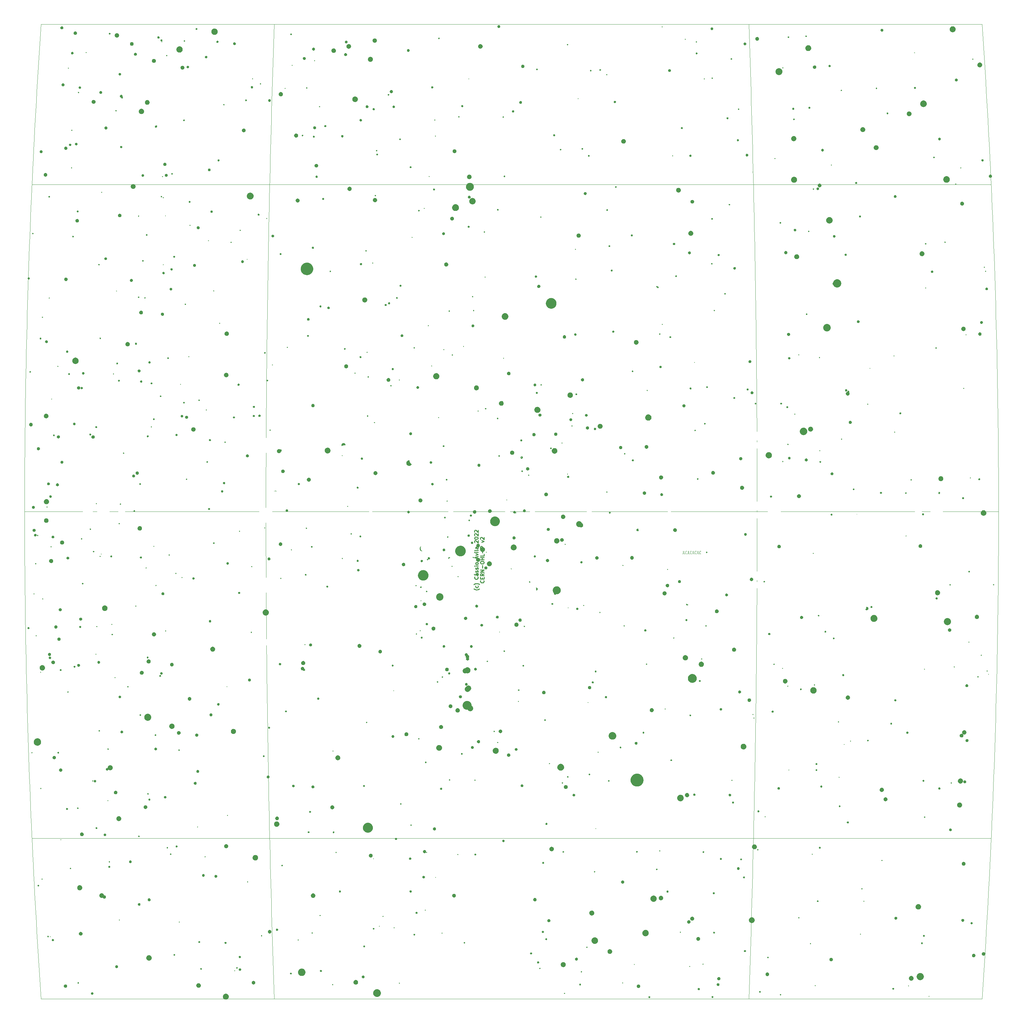
<source format=gto>
G04 #@! TF.GenerationSoftware,KiCad,Pcbnew,7.0.1*
G04 #@! TF.CreationDate,2023-04-25T00:34:03-04:00*
G04 #@! TF.ProjectId,tenax,74656e61-782e-46b6-9963-61645f706362,rev?*
G04 #@! TF.SameCoordinates,Original*
G04 #@! TF.FileFunction,Legend,Top*
G04 #@! TF.FilePolarity,Positive*
%FSLAX46Y46*%
G04 Gerber Fmt 4.6, Leading zero omitted, Abs format (unit mm)*
G04 Created by KiCad (PCBNEW 7.0.1) date 2023-04-25 00:34:03*
%MOMM*%
%LPD*%
G01*
G04 APERTURE LIST*
%ADD10C,0.000000*%
%ADD11C,0.052916*%
%ADD12C,0.250000*%
%ADD13C,0.100000*%
%ADD14C,1.900000*%
%ADD15C,3.000000*%
%ADD16C,4.100000*%
%ADD17C,4.300000*%
%ADD18C,1.200000*%
%ADD19C,0.300000*%
%ADD20C,2.082800*%
G04 APERTURE END LIST*
D10*
G36*
X261031048Y-205079305D02*
G01*
X261043948Y-205080285D01*
X261056660Y-205081900D01*
X261069169Y-205084134D01*
X261081459Y-205086970D01*
X261093513Y-205090392D01*
X261105315Y-205094385D01*
X261116850Y-205098933D01*
X261128102Y-205104019D01*
X261139055Y-205109627D01*
X261149692Y-205115743D01*
X261159998Y-205122349D01*
X261169957Y-205129429D01*
X261179553Y-205136969D01*
X261188770Y-205144951D01*
X261197591Y-205153361D01*
X261206002Y-205162181D01*
X261213986Y-205171396D01*
X261221527Y-205180990D01*
X261228608Y-205190947D01*
X261235216Y-205201252D01*
X261241332Y-205211887D01*
X261246941Y-205222838D01*
X261252028Y-205234087D01*
X261256576Y-205245620D01*
X261260570Y-205257421D01*
X261263993Y-205269472D01*
X261266829Y-205281759D01*
X261269063Y-205294266D01*
X261270678Y-205306975D01*
X261271659Y-205319873D01*
X261271989Y-205332941D01*
X261271659Y-205346013D01*
X261270678Y-205358913D01*
X261269063Y-205371625D01*
X261266829Y-205384134D01*
X261263993Y-205396423D01*
X261260570Y-205408476D01*
X261256576Y-205420278D01*
X261252028Y-205431813D01*
X261246941Y-205443064D01*
X261241332Y-205454016D01*
X261235216Y-205464653D01*
X261228608Y-205474958D01*
X261221527Y-205484917D01*
X261213986Y-205494512D01*
X261206002Y-205503728D01*
X261197591Y-205512549D01*
X261188770Y-205520959D01*
X261179553Y-205528942D01*
X261169957Y-205536482D01*
X261159998Y-205543563D01*
X261149692Y-205550169D01*
X261139055Y-205556285D01*
X261128102Y-205561894D01*
X261116850Y-205566980D01*
X261105315Y-205571528D01*
X261093513Y-205575521D01*
X261081459Y-205578943D01*
X261069169Y-205581779D01*
X261056660Y-205584013D01*
X261043948Y-205585628D01*
X261031048Y-205586609D01*
X261017976Y-205586939D01*
X261004905Y-205586609D01*
X260992005Y-205585628D01*
X260979293Y-205584013D01*
X260966784Y-205581779D01*
X260954495Y-205578943D01*
X260942441Y-205575521D01*
X260930639Y-205571528D01*
X260919105Y-205566980D01*
X260907853Y-205561894D01*
X260896901Y-205556285D01*
X260886265Y-205550169D01*
X260875959Y-205543563D01*
X260866001Y-205536482D01*
X260856406Y-205528942D01*
X260847190Y-205520959D01*
X260838369Y-205512549D01*
X260829959Y-205503728D01*
X260821976Y-205494512D01*
X260814436Y-205484917D01*
X260807355Y-205474958D01*
X260800748Y-205464653D01*
X260794633Y-205454016D01*
X260789024Y-205443064D01*
X260783938Y-205431813D01*
X260779390Y-205420278D01*
X260775397Y-205408476D01*
X260771974Y-205396423D01*
X260769139Y-205384134D01*
X260766905Y-205371625D01*
X260765290Y-205358913D01*
X260764309Y-205346013D01*
X260763979Y-205332941D01*
X260764309Y-205319873D01*
X260765290Y-205306975D01*
X260766905Y-205294266D01*
X260769139Y-205281759D01*
X260771974Y-205269472D01*
X260775397Y-205257421D01*
X260779390Y-205245620D01*
X260783938Y-205234087D01*
X260789024Y-205222838D01*
X260794633Y-205211887D01*
X260800748Y-205201252D01*
X260807355Y-205190947D01*
X260814436Y-205180990D01*
X260821976Y-205171396D01*
X260829959Y-205162181D01*
X260838369Y-205153361D01*
X260847190Y-205144951D01*
X260856406Y-205136969D01*
X260866001Y-205129429D01*
X260875959Y-205122349D01*
X260886265Y-205115743D01*
X260896901Y-205109627D01*
X260907853Y-205104019D01*
X260919105Y-205098933D01*
X260930639Y-205094385D01*
X260942441Y-205090392D01*
X260954495Y-205086970D01*
X260966784Y-205084134D01*
X260979293Y-205081900D01*
X260992005Y-205080285D01*
X261004905Y-205079305D01*
X261017976Y-205078974D01*
X261031048Y-205079305D01*
G37*
D11*
X23761761Y54223333D02*
X21253203Y54223333D01*
X26273769Y54223333D02*
X23761761Y54223333D01*
X28789157Y54223333D02*
X26273769Y54223333D01*
X31307854Y54223333D02*
X28789157Y54223333D01*
X33829794Y54223333D02*
X31307854Y54223333D01*
X36354904Y54223333D02*
X33829794Y54223333D01*
X38883119Y54223333D02*
X36354904Y54223333D01*
X41414365Y54223333D02*
X38883119Y54223333D01*
X43948578Y54223333D02*
X41414365Y54223333D01*
X46485685Y54223333D02*
X43948578Y54223333D01*
X49025617Y54223333D02*
X46485685Y54223333D01*
X51568304Y54223333D02*
X49025617Y54223333D01*
X54113676Y54223333D02*
X51568304Y54223333D01*
X56661665Y54223333D02*
X54113676Y54223333D01*
X59212202Y54223333D02*
X56661665Y54223333D01*
X61765215Y54223333D02*
X59212202Y54223333D01*
X64320634Y54223333D02*
X61765215Y54223333D01*
X66878385Y54223333D02*
X64320634Y54223333D01*
X69438409Y54223333D02*
X66878385Y54223333D01*
X72000623Y54223333D02*
X69438409Y54223333D01*
X74564970Y54223333D02*
X72000623Y54223333D01*
X77131361Y54223333D02*
X74564970Y54223333D01*
X79699743Y54223333D02*
X77131361Y54223333D01*
X82270052Y54223333D02*
X79699743Y54223333D01*
X84842188Y54223333D02*
X82270052Y54223333D01*
X87416101Y54223333D02*
X84842188Y54223333D01*
X89991716Y54223333D02*
X87416101Y54223333D01*
X92568979Y54223333D02*
X89991716Y54223333D01*
X95147783Y54223333D02*
X92568979Y54223333D01*
X97728090Y54223333D02*
X95147783Y54223333D01*
X100309816Y54223333D02*
X97728090Y54223333D01*
X102892885Y54223333D02*
X100309816Y54223333D01*
X105477243Y54223333D02*
X102892885Y54223333D01*
X108062807Y54223333D02*
X105477243Y54223333D01*
X110649500Y54223333D02*
X108062807Y54223333D01*
X113237260Y54223333D02*
X110649500Y54223333D01*
X115826028Y54223333D02*
X113237260Y54223333D01*
X118415712Y54223333D02*
X115826028Y54223333D01*
X121006242Y54223333D02*
X118415712Y54223333D01*
X123597566Y54223333D02*
X121006242Y54223333D01*
X126189600Y54223333D02*
X123597566Y54223333D01*
X128782266Y54223333D02*
X126189600Y54223333D01*
X131375505Y54223333D02*
X128782266Y54223333D01*
X133969240Y54223333D02*
X131375505Y54223333D01*
X136563402Y54223333D02*
X133969240Y54223333D01*
X139157922Y54223333D02*
X136563402Y54223333D01*
X141752725Y54223333D02*
X139157922Y54223333D01*
X144347749Y54223333D02*
X141752725Y54223333D01*
X146942903Y54223333D02*
X144347749Y54223333D01*
X149538149Y54223333D02*
X146942903Y54223333D01*
X152133363Y54223333D02*
X149538149Y54223333D01*
X154728532Y54223333D02*
X152133363Y54223333D01*
X157323534Y54223333D02*
X154728532Y54223333D01*
X159918352Y54223333D02*
X157323534Y54223333D01*
X162512865Y54223333D02*
X159918352Y54223333D01*
X165107042Y54223333D02*
X162512865Y54223333D01*
X167700777Y54223333D02*
X165107042Y54223333D01*
X170294023Y54223333D02*
X167700777Y54223333D01*
X172886690Y54223333D02*
X170294023Y54223333D01*
X175478716Y54223333D02*
X172886690Y54223333D01*
X178070024Y54223333D02*
X175478716Y54223333D01*
X180660570Y54223333D02*
X178070024Y54223333D01*
X183250246Y54223333D02*
X180660570Y54223333D01*
X185839006Y54223333D02*
X183250246Y54223333D01*
X188426775Y54223333D02*
X185839006Y54223333D01*
X191013475Y54223333D02*
X188426775Y54223333D01*
X193599031Y54223333D02*
X191013475Y54223333D01*
X196183397Y54223333D02*
X193599031Y54223333D01*
X198766466Y54223333D02*
X196183397Y54223333D01*
X201348192Y54223333D02*
X198766466Y54223333D01*
X203928499Y54223333D02*
X201348192Y54223333D01*
X206507310Y54223333D02*
X203928499Y54223333D01*
X209084550Y54223333D02*
X206507310Y54223333D01*
X211660173Y54223333D02*
X209084550Y54223333D01*
X214234087Y54223333D02*
X211660173Y54223333D01*
X216806230Y54223333D02*
X214234087Y54223333D01*
X219376527Y54223333D02*
X216806230Y54223333D01*
X221944917Y54223333D02*
X219376527Y54223333D01*
X224511308Y54223333D02*
X221944917Y54223333D01*
X227075655Y54223333D02*
X224511308Y54223333D01*
X229637865Y54223333D02*
X227075655Y54223333D01*
X232197893Y54223333D02*
X229637865Y54223333D01*
X234755647Y54223333D02*
X232197893Y54223333D01*
X237311067Y54223333D02*
X234755647Y54223333D01*
X239864076Y54223333D02*
X237311067Y54223333D01*
X242414613Y54223333D02*
X239864076Y54223333D01*
X244962602Y54223333D02*
X242414613Y54223333D01*
X247507967Y54223333D02*
X244962602Y54223333D01*
X250050661Y54223333D02*
X247507967Y54223333D01*
X252590593Y54223333D02*
X250050661Y54223333D01*
X255127702Y54223333D02*
X252590593Y54223333D01*
X257661913Y54223333D02*
X255127702Y54223333D01*
X260193163Y54223333D02*
X257661913Y54223333D01*
X262721376Y54223333D02*
X260193163Y54223333D01*
X265246477Y54223333D02*
X262721376Y54223333D01*
X267768419Y54223333D02*
X265246477Y54223333D01*
X270287111Y54223333D02*
X267768419Y54223333D01*
X272802507Y54223333D02*
X270287111Y54223333D01*
X275314500Y54223333D02*
X272802507Y54223333D01*
X277823076Y54223333D02*
X275314500Y54223333D01*
X21303084Y10518777D02*
X18745487Y10518777D01*
X23864197Y10518777D02*
X21303084Y10518777D01*
X26428753Y10518777D02*
X23864197Y10518777D01*
X28996687Y10518777D02*
X26428753Y10518777D01*
X31567924Y10518777D02*
X28996687Y10518777D01*
X34142397Y10518777D02*
X31567924Y10518777D01*
X36720031Y10518777D02*
X34142397Y10518777D01*
X39300762Y10518777D02*
X36720031Y10518777D01*
X41884512Y10518777D02*
X39300762Y10518777D01*
X44471212Y10518777D02*
X41884512Y10518777D01*
X47060794Y10518777D02*
X44471212Y10518777D01*
X49653188Y10518777D02*
X47060794Y10518777D01*
X52248315Y10518777D02*
X49653188Y10518777D01*
X54846117Y10518777D02*
X52248315Y10518777D01*
X57446508Y10518777D02*
X54846117Y10518777D01*
X60049429Y10518777D02*
X57446508Y10518777D01*
X62654798Y10518777D02*
X60049429Y10518777D01*
X65262552Y10518777D02*
X62654798Y10518777D01*
X67872617Y10518777D02*
X65262552Y10518777D01*
X70484922Y10518777D02*
X67872617Y10518777D01*
X73099390Y10518777D02*
X70484922Y10518777D01*
X75715959Y10518777D02*
X73099390Y10518777D01*
X78334550Y10518777D02*
X75715959Y10518777D01*
X80955087Y10518777D02*
X78334550Y10518777D01*
X83577509Y10518777D02*
X80955087Y10518777D01*
X86201738Y10518777D02*
X83577509Y10518777D01*
X88827707Y10518777D02*
X86201738Y10518777D01*
X91455339Y10518777D02*
X88827707Y10518777D01*
X94084566Y10518777D02*
X91455339Y10518777D01*
X96715303Y10518777D02*
X94084566Y10518777D01*
X99347505Y10518777D02*
X96715303Y10518777D01*
X101981073Y10518777D02*
X99347505Y10518777D01*
X104615938Y10518777D02*
X101981073Y10518777D01*
X107252039Y10518777D02*
X104615938Y10518777D01*
X109889307Y10518777D02*
X107252039Y10518777D01*
X112527658Y10518777D02*
X109889307Y10518777D01*
X115167024Y10518777D02*
X112527658Y10518777D01*
X117807321Y10518777D02*
X115167024Y10518777D01*
X120448495Y10518777D02*
X117807321Y10518777D01*
X123090479Y10518777D02*
X120448495Y10518777D01*
X125733171Y10518777D02*
X123090479Y10518777D01*
X128376527Y10518777D02*
X125733171Y10518777D01*
X131020464Y10518777D02*
X128376527Y10518777D01*
X133664896Y10518777D02*
X131020464Y10518777D01*
X136309770Y10518777D02*
X133664896Y10518777D01*
X138955011Y10518777D02*
X136309770Y10518777D01*
X141600542Y10518777D02*
X138955011Y10518777D01*
X144246286Y10518777D02*
X141600542Y10518777D01*
X146892168Y10518777D02*
X144246286Y10518777D01*
X149538149Y10518777D02*
X146892168Y10518777D01*
X152184114Y10518777D02*
X149538149Y10518777D01*
X154829988Y10518777D02*
X152184114Y10518777D01*
X157475740Y10518777D02*
X154829988Y10518777D01*
X160121263Y10518777D02*
X157475740Y10518777D01*
X162766512Y10518777D02*
X160121263Y10518777D01*
X165411363Y10518777D02*
X162766512Y10518777D01*
X168055818Y10518777D02*
X165411363Y10518777D01*
X170699739Y10518777D02*
X168055818Y10518777D01*
X173343095Y10518777D02*
X170699739Y10518777D01*
X175985811Y10518777D02*
X173343095Y10518777D01*
X178627779Y10518777D02*
X175985811Y10518777D01*
X181268938Y10518777D02*
X178627779Y10518777D01*
X183909258Y10518777D02*
X181268938Y10518777D01*
X186548631Y10518777D02*
X183909258Y10518777D01*
X189186967Y10518777D02*
X186548631Y10518777D01*
X191824236Y10518777D02*
X189186967Y10518777D01*
X194460344Y10518777D02*
X191824236Y10518777D01*
X197095201Y10518777D02*
X194460344Y10518777D01*
X199728777Y10518777D02*
X197095201Y10518777D01*
X202360963Y10518777D02*
X199728777Y10518777D01*
X204991716Y10518777D02*
X202360963Y10518777D01*
X207620927Y10518777D02*
X204991716Y10518777D01*
X210248567Y10518777D02*
X207620927Y10518777D01*
X212874544Y10518777D02*
X210248567Y10518777D01*
X215498766Y10518777D02*
X212874544Y10518777D01*
X218121187Y10518777D02*
X215498766Y10518777D01*
X220741731Y10518777D02*
X218121187Y10518777D01*
X223360323Y10518777D02*
X220741731Y10518777D01*
X225976884Y10518777D02*
X223360323Y10518777D01*
X228591356Y10518777D02*
X225976884Y10518777D01*
X231203645Y10518777D02*
X228591356Y10518777D01*
X233813738Y10518777D02*
X231203645Y10518777D01*
X236421465Y10518777D02*
X233813738Y10518777D01*
X239026842Y10518777D02*
X236421465Y10518777D01*
X241629778Y10518777D02*
X239026842Y10518777D01*
X244230165Y10518777D02*
X241629778Y10518777D01*
X246827959Y10518777D02*
X244230165Y10518777D01*
X249423082Y10518777D02*
X246827959Y10518777D01*
X252015474Y10518777D02*
X249423082Y10518777D01*
X254605058Y10518777D02*
X252015474Y10518777D01*
X257191759Y10518777D02*
X254605058Y10518777D01*
X259775514Y10518777D02*
X257191759Y10518777D01*
X262356233Y10518777D02*
X259775514Y10518777D01*
X264933870Y10518777D02*
X262356233Y10518777D01*
X267508348Y10518777D02*
X264933870Y10518777D01*
X270079591Y10518777D02*
X267508348Y10518777D01*
X272647524Y10518777D02*
X270079591Y10518777D01*
X275212083Y10518777D02*
X272647524Y10518777D01*
X277773180Y10518777D02*
X275212083Y10518777D01*
X280330797Y10518777D02*
X277773180Y10518777D01*
X19324851Y-78587000D02*
X16727800Y-78587000D01*
X21925474Y-78587000D02*
X19324851Y-78587000D01*
X24529595Y-78587000D02*
X21925474Y-78587000D01*
X27137141Y-78587000D02*
X24529595Y-78587000D01*
X29748044Y-78587000D02*
X27137141Y-78587000D01*
X32362231Y-78587000D02*
X29748044Y-78587000D01*
X34979631Y-78587000D02*
X32362231Y-78587000D01*
X37600170Y-78587000D02*
X34979631Y-78587000D01*
X40223781Y-78587000D02*
X37600170Y-78587000D01*
X42850385Y-78587000D02*
X40223781Y-78587000D01*
X45479919Y-78587000D02*
X42850385Y-78587000D01*
X48112301Y-78587000D02*
X45479919Y-78587000D01*
X50747469Y-78587000D02*
X48112301Y-78587000D01*
X53385339Y-78587000D02*
X50747469Y-78587000D01*
X56025846Y-78587000D02*
X53385339Y-78587000D01*
X58668920Y-78587000D02*
X56025846Y-78587000D01*
X61314481Y-78587000D02*
X58668920Y-78587000D01*
X63962469Y-78587000D02*
X61314481Y-78587000D01*
X66612795Y-78587000D02*
X63962469Y-78587000D01*
X69265398Y-78587000D02*
X66612795Y-78587000D01*
X71920202Y-78587000D02*
X69265398Y-78587000D01*
X74577127Y-78587000D02*
X71920202Y-78587000D01*
X77236120Y-78587000D02*
X74577127Y-78587000D01*
X79897085Y-78587000D02*
X77236120Y-78587000D01*
X82559961Y-78587000D02*
X79897085Y-78587000D01*
X85224672Y-78587000D02*
X82559961Y-78587000D01*
X87891153Y-78587000D02*
X85224672Y-78587000D01*
X90559320Y-78587000D02*
X87891153Y-78587000D01*
X93229105Y-78587000D02*
X90559320Y-78587000D01*
X95900423Y-78587000D02*
X93229105Y-78587000D01*
X98573228Y-78587000D02*
X95900423Y-78587000D01*
X101247415Y-78587000D02*
X98573228Y-78587000D01*
X103922945Y-78587000D02*
X101247415Y-78587000D01*
X106599710Y-78587000D02*
X103922945Y-78587000D01*
X109277658Y-78587000D02*
X106599710Y-78587000D01*
X111956705Y-78587000D02*
X109277658Y-78587000D01*
X114636789Y-78587000D02*
X111956705Y-78587000D01*
X117317827Y-78587000D02*
X114636789Y-78587000D01*
X119999742Y-78587000D02*
X117317827Y-78587000D01*
X122682481Y-78587000D02*
X119999742Y-78587000D01*
X125365945Y-78587000D02*
X122682481Y-78587000D01*
X128050073Y-78587000D02*
X125365945Y-78587000D01*
X130734796Y-78587000D02*
X128050073Y-78587000D01*
X133420023Y-78587000D02*
X130734796Y-78587000D01*
X136105707Y-78587000D02*
X133420023Y-78587000D01*
X138791750Y-78587000D02*
X136105707Y-78587000D01*
X141478090Y-78587000D02*
X138791750Y-78587000D01*
X144164652Y-78587000D02*
X141478090Y-78587000D01*
X146851366Y-78587000D02*
X144164652Y-78587000D01*
X149538149Y-78587000D02*
X146851366Y-78587000D01*
X152224916Y-78587000D02*
X149538149Y-78587000D01*
X154911623Y-78587000D02*
X152224916Y-78587000D01*
X157598177Y-78587000D02*
X154911623Y-78587000D01*
X160284532Y-78587000D02*
X157598177Y-78587000D01*
X162970583Y-78587000D02*
X160284532Y-78587000D01*
X165656252Y-78587000D02*
X162970583Y-78587000D01*
X168341493Y-78587000D02*
X165656252Y-78587000D01*
X171026201Y-78587000D02*
X168341493Y-78587000D01*
X173710329Y-78587000D02*
X171026201Y-78587000D01*
X176393800Y-78587000D02*
X173710329Y-78587000D01*
X179076524Y-78587000D02*
X176393800Y-78587000D01*
X181758455Y-78587000D02*
X179076524Y-78587000D01*
X184439485Y-78587000D02*
X181758455Y-78587000D01*
X187119569Y-78587000D02*
X184439485Y-78587000D01*
X189798616Y-78587000D02*
X187119569Y-78587000D01*
X192476564Y-78587000D02*
X189798616Y-78587000D01*
X195153337Y-78587000D02*
X192476564Y-78587000D01*
X197828844Y-78587000D02*
X195153337Y-78587000D01*
X200503053Y-78587000D02*
X197828844Y-78587000D01*
X203175844Y-78587000D02*
X200503053Y-78587000D01*
X205847170Y-78587000D02*
X203175844Y-78587000D01*
X208516954Y-78587000D02*
X205847170Y-78587000D01*
X211185121Y-78587000D02*
X208516954Y-78587000D01*
X213851595Y-78587000D02*
X211185121Y-78587000D01*
X216516328Y-78587000D02*
X213851595Y-78587000D01*
X219179185Y-78587000D02*
X216516328Y-78587000D01*
X221840150Y-78587000D02*
X219179185Y-78587000D01*
X224499147Y-78587000D02*
X221840150Y-78587000D01*
X227156084Y-78587000D02*
X224499147Y-78587000D01*
X229810869Y-78587000D02*
X227156084Y-78587000D01*
X232463472Y-78587000D02*
X229810869Y-78587000D01*
X235113817Y-78587000D02*
X232463472Y-78587000D01*
X237761797Y-78587000D02*
X235113817Y-78587000D01*
X240407350Y-78587000D02*
X237761797Y-78587000D01*
X243050417Y-78587000D02*
X240407350Y-78587000D01*
X245690950Y-78587000D02*
X243050417Y-78587000D01*
X248328813Y-78587000D02*
X245690950Y-78587000D01*
X250963976Y-78587000D02*
X248328813Y-78587000D01*
X253596361Y-78587000D02*
X250963976Y-78587000D01*
X256225893Y-78587000D02*
X253596361Y-78587000D01*
X258852495Y-78587000D02*
X256225893Y-78587000D01*
X261476106Y-78587000D02*
X258852495Y-78587000D01*
X264096651Y-78587000D02*
X261476106Y-78587000D01*
X266714052Y-78587000D02*
X264096651Y-78587000D01*
X269328233Y-78587000D02*
X266714052Y-78587000D01*
X271939134Y-78587000D02*
X269328233Y-78587000D01*
X274546678Y-78587000D02*
X271939134Y-78587000D01*
X277150804Y-78587000D02*
X274546678Y-78587000D01*
X279751421Y-78587000D02*
X277150804Y-78587000D01*
X282348497Y-78587000D02*
X279751421Y-78587000D01*
X21303084Y-167692789D02*
X18745487Y-167692789D01*
X23864197Y-167692789D02*
X21303084Y-167692789D01*
X26428753Y-167692789D02*
X23864197Y-167692789D01*
X28996687Y-167692789D02*
X26428753Y-167692789D01*
X31567924Y-167692789D02*
X28996687Y-167692789D01*
X34142397Y-167692789D02*
X31567924Y-167692789D01*
X36720031Y-167692789D02*
X34142397Y-167692789D01*
X39300762Y-167692789D02*
X36720031Y-167692789D01*
X41884512Y-167692789D02*
X39300762Y-167692789D01*
X44471212Y-167692789D02*
X41884512Y-167692789D01*
X47060794Y-167692789D02*
X44471212Y-167692789D01*
X49653188Y-167692789D02*
X47060794Y-167692789D01*
X52248315Y-167692789D02*
X49653188Y-167692789D01*
X54846117Y-167692789D02*
X52248315Y-167692789D01*
X57446508Y-167692789D02*
X54846117Y-167692789D01*
X60049429Y-167692789D02*
X57446508Y-167692789D01*
X62654798Y-167692789D02*
X60049429Y-167692789D01*
X65262552Y-167692789D02*
X62654798Y-167692789D01*
X67872617Y-167692789D02*
X65262552Y-167692789D01*
X70484922Y-167692789D02*
X67872617Y-167692789D01*
X73099390Y-167692789D02*
X70484922Y-167692789D01*
X75715959Y-167692789D02*
X73099390Y-167692789D01*
X78334550Y-167692789D02*
X75715959Y-167692789D01*
X80955087Y-167692789D02*
X78334550Y-167692789D01*
X83577509Y-167692789D02*
X80955087Y-167692789D01*
X86201738Y-167692789D02*
X83577509Y-167692789D01*
X88827707Y-167692789D02*
X86201738Y-167692789D01*
X91455339Y-167692789D02*
X88827707Y-167692789D01*
X94084566Y-167692789D02*
X91455339Y-167692789D01*
X96715303Y-167692789D02*
X94084566Y-167692789D01*
X99347505Y-167692789D02*
X96715303Y-167692789D01*
X101981073Y-167692789D02*
X99347505Y-167692789D01*
X104615938Y-167692789D02*
X101981073Y-167692789D01*
X107252039Y-167692789D02*
X104615938Y-167692789D01*
X109889307Y-167692789D02*
X107252039Y-167692789D01*
X112527658Y-167692789D02*
X109889307Y-167692789D01*
X115167024Y-167692789D02*
X112527658Y-167692789D01*
X117807321Y-167692789D02*
X115167024Y-167692789D01*
X120448495Y-167692789D02*
X117807321Y-167692789D01*
X123090479Y-167692789D02*
X120448495Y-167692789D01*
X125733171Y-167692789D02*
X123090479Y-167692789D01*
X128376527Y-167692789D02*
X125733171Y-167692789D01*
X131020464Y-167692789D02*
X128376527Y-167692789D01*
X133664896Y-167692789D02*
X131020464Y-167692789D01*
X136309770Y-167692789D02*
X133664896Y-167692789D01*
X138955011Y-167692789D02*
X136309770Y-167692789D01*
X141600542Y-167692789D02*
X138955011Y-167692789D01*
X144246286Y-167692789D02*
X141600542Y-167692789D01*
X146892168Y-167692789D02*
X144246286Y-167692789D01*
X149538149Y-167692789D02*
X146892168Y-167692789D01*
X152184114Y-167692789D02*
X149538149Y-167692789D01*
X154829988Y-167692789D02*
X152184114Y-167692789D01*
X157475740Y-167692789D02*
X154829988Y-167692789D01*
X160121263Y-167692789D02*
X157475740Y-167692789D01*
X162766512Y-167692789D02*
X160121263Y-167692789D01*
X165411363Y-167692789D02*
X162766512Y-167692789D01*
X168055818Y-167692789D02*
X165411363Y-167692789D01*
X170699739Y-167692789D02*
X168055818Y-167692789D01*
X173343095Y-167692789D02*
X170699739Y-167692789D01*
X175985811Y-167692789D02*
X173343095Y-167692789D01*
X178627779Y-167692789D02*
X175985811Y-167692789D01*
X181268938Y-167692789D02*
X178627779Y-167692789D01*
X183909258Y-167692789D02*
X181268938Y-167692789D01*
X186548631Y-167692789D02*
X183909258Y-167692789D01*
X189186967Y-167692789D02*
X186548631Y-167692789D01*
X191824236Y-167692789D02*
X189186967Y-167692789D01*
X194460344Y-167692789D02*
X191824236Y-167692789D01*
X197095201Y-167692789D02*
X194460344Y-167692789D01*
X199728777Y-167692789D02*
X197095201Y-167692789D01*
X202360963Y-167692789D02*
X199728777Y-167692789D01*
X204991716Y-167692789D02*
X202360963Y-167692789D01*
X207620927Y-167692789D02*
X204991716Y-167692789D01*
X210248567Y-167692789D02*
X207620927Y-167692789D01*
X212874544Y-167692789D02*
X210248567Y-167692789D01*
X215498766Y-167692789D02*
X212874544Y-167692789D01*
X218121187Y-167692789D02*
X215498766Y-167692789D01*
X220741731Y-167692789D02*
X218121187Y-167692789D01*
X223360323Y-167692789D02*
X220741731Y-167692789D01*
X225976884Y-167692789D02*
X223360323Y-167692789D01*
X228591356Y-167692789D02*
X225976884Y-167692789D01*
X231203645Y-167692789D02*
X228591356Y-167692789D01*
X233813738Y-167692789D02*
X231203645Y-167692789D01*
X236421465Y-167692789D02*
X233813738Y-167692789D01*
X239026842Y-167692789D02*
X236421465Y-167692789D01*
X241629778Y-167692789D02*
X239026842Y-167692789D01*
X244230165Y-167692789D02*
X241629778Y-167692789D01*
X246827959Y-167692789D02*
X244230165Y-167692789D01*
X249423082Y-167692789D02*
X246827959Y-167692789D01*
X252015474Y-167692789D02*
X249423082Y-167692789D01*
X254605058Y-167692789D02*
X252015474Y-167692789D01*
X257191759Y-167692789D02*
X254605058Y-167692789D01*
X259775514Y-167692789D02*
X257191759Y-167692789D01*
X262356233Y-167692789D02*
X259775514Y-167692789D01*
X264933870Y-167692789D02*
X262356233Y-167692789D01*
X267508348Y-167692789D02*
X264933870Y-167692789D01*
X270079591Y-167692789D02*
X267508348Y-167692789D01*
X272647524Y-167692789D02*
X270079591Y-167692789D01*
X275212083Y-167692789D02*
X272647524Y-167692789D01*
X277773180Y-167692789D02*
X275212083Y-167692789D01*
X280330797Y-167692789D02*
X277773180Y-167692789D01*
X23761761Y-211397334D02*
X21253203Y-211397334D01*
X26273769Y-211397334D02*
X23761761Y-211397334D01*
X28789157Y-211397334D02*
X26273769Y-211397334D01*
X31307854Y-211397334D02*
X28789157Y-211397334D01*
X33829794Y-211397334D02*
X31307854Y-211397334D01*
X36354904Y-211397334D02*
X33829794Y-211397334D01*
X38883119Y-211397334D02*
X36354904Y-211397334D01*
X41414365Y-211397334D02*
X38883119Y-211397334D01*
X43948578Y-211397334D02*
X41414365Y-211397334D01*
X46485685Y-211397334D02*
X43948578Y-211397334D01*
X49025617Y-211397334D02*
X46485685Y-211397334D01*
X51568304Y-211397334D02*
X49025617Y-211397334D01*
X54113676Y-211397334D02*
X51568304Y-211397334D01*
X56661665Y-211397334D02*
X54113676Y-211397334D01*
X59212202Y-211397334D02*
X56661665Y-211397334D01*
X61765215Y-211397334D02*
X59212202Y-211397334D01*
X64320634Y-211397334D02*
X61765215Y-211397334D01*
X66878385Y-211397334D02*
X64320634Y-211397334D01*
X69438409Y-211397334D02*
X66878385Y-211397334D01*
X72000623Y-211397334D02*
X69438409Y-211397334D01*
X74564970Y-211397334D02*
X72000623Y-211397334D01*
X77131361Y-211397334D02*
X74564970Y-211397334D01*
X79699743Y-211397334D02*
X77131361Y-211397334D01*
X82270052Y-211397334D02*
X79699743Y-211397334D01*
X84842188Y-211397334D02*
X82270052Y-211397334D01*
X87416101Y-211397334D02*
X84842188Y-211397334D01*
X89991716Y-211397334D02*
X87416101Y-211397334D01*
X92568979Y-211397334D02*
X89991716Y-211397334D01*
X95147783Y-211397334D02*
X92568979Y-211397334D01*
X97728090Y-211397334D02*
X95147783Y-211397334D01*
X100309816Y-211397334D02*
X97728090Y-211397334D01*
X102892885Y-211397334D02*
X100309816Y-211397334D01*
X105477243Y-211397334D02*
X102892885Y-211397334D01*
X108062807Y-211397334D02*
X105477243Y-211397334D01*
X110649500Y-211397334D02*
X108062807Y-211397334D01*
X113237260Y-211397334D02*
X110649500Y-211397334D01*
X115826028Y-211397334D02*
X113237260Y-211397334D01*
X118415712Y-211397334D02*
X115826028Y-211397334D01*
X121006242Y-211397334D02*
X118415712Y-211397334D01*
X123597566Y-211397334D02*
X121006242Y-211397334D01*
X126189600Y-211397334D02*
X123597566Y-211397334D01*
X128782266Y-211397334D02*
X126189600Y-211397334D01*
X131375505Y-211397334D02*
X128782266Y-211397334D01*
X133969240Y-211397334D02*
X131375505Y-211397334D01*
X136563402Y-211397334D02*
X133969240Y-211397334D01*
X139157922Y-211397334D02*
X136563402Y-211397334D01*
X141752725Y-211397334D02*
X139157922Y-211397334D01*
X144347749Y-211397334D02*
X141752725Y-211397334D01*
X146942903Y-211397334D02*
X144347749Y-211397334D01*
X149538149Y-211397334D02*
X146942903Y-211397334D01*
X152133363Y-211397334D02*
X149538149Y-211397334D01*
X154728532Y-211397334D02*
X152133363Y-211397334D01*
X157323534Y-211397334D02*
X154728532Y-211397334D01*
X159918352Y-211397334D02*
X157323534Y-211397334D01*
X162512865Y-211397334D02*
X159918352Y-211397334D01*
X165107042Y-211397334D02*
X162512865Y-211397334D01*
X167700777Y-211397334D02*
X165107042Y-211397334D01*
X170294023Y-211397334D02*
X167700777Y-211397334D01*
X172886690Y-211397334D02*
X170294023Y-211397334D01*
X175478716Y-211397334D02*
X172886690Y-211397334D01*
X178070024Y-211397334D02*
X175478716Y-211397334D01*
X180660570Y-211397334D02*
X178070024Y-211397334D01*
X183250246Y-211397334D02*
X180660570Y-211397334D01*
X185839006Y-211397334D02*
X183250246Y-211397334D01*
X188426775Y-211397334D02*
X185839006Y-211397334D01*
X191013475Y-211397334D02*
X188426775Y-211397334D01*
X193599031Y-211397334D02*
X191013475Y-211397334D01*
X196183397Y-211397334D02*
X193599031Y-211397334D01*
X198766466Y-211397334D02*
X196183397Y-211397334D01*
X201348192Y-211397334D02*
X198766466Y-211397334D01*
X203928499Y-211397334D02*
X201348192Y-211397334D01*
X206507310Y-211397334D02*
X203928499Y-211397334D01*
X209084550Y-211397334D02*
X206507310Y-211397334D01*
X211660173Y-211397334D02*
X209084550Y-211397334D01*
X214234087Y-211397334D02*
X211660173Y-211397334D01*
X216806230Y-211397334D02*
X214234087Y-211397334D01*
X219376527Y-211397334D02*
X216806230Y-211397334D01*
X221944917Y-211397334D02*
X219376527Y-211397334D01*
X224511308Y-211397334D02*
X221944917Y-211397334D01*
X227075655Y-211397334D02*
X224511308Y-211397334D01*
X229637865Y-211397334D02*
X227075655Y-211397334D01*
X232197893Y-211397334D02*
X229637865Y-211397334D01*
X234755647Y-211397334D02*
X232197893Y-211397334D01*
X237311067Y-211397334D02*
X234755647Y-211397334D01*
X239864076Y-211397334D02*
X237311067Y-211397334D01*
X242414613Y-211397334D02*
X239864076Y-211397334D01*
X244962602Y-211397334D02*
X242414613Y-211397334D01*
X247507967Y-211397334D02*
X244962602Y-211397334D01*
X250050661Y-211397334D02*
X247507967Y-211397334D01*
X252590593Y-211397334D02*
X250050661Y-211397334D01*
X255127702Y-211397334D02*
X252590593Y-211397334D01*
X257661913Y-211397334D02*
X255127702Y-211397334D01*
X260193163Y-211397334D02*
X257661913Y-211397334D01*
X262721376Y-211397334D02*
X260193163Y-211397334D01*
X265246477Y-211397334D02*
X262721376Y-211397334D01*
X267768419Y-211397334D02*
X265246477Y-211397334D01*
X270287111Y-211397334D02*
X267768419Y-211397334D01*
X272802507Y-211397334D02*
X270287111Y-211397334D01*
X275314500Y-211397334D02*
X272802507Y-211397334D01*
X277823076Y-211397334D02*
X275314500Y-211397334D01*
X21074981Y51626282D02*
X21253203Y54223333D01*
X20900281Y49025661D02*
X21074981Y51626282D01*
X20729108Y46421540D02*
X20900281Y49025661D01*
X20561466Y43813992D02*
X20729108Y46421540D01*
X20397360Y41203089D02*
X20561466Y43813992D01*
X20236795Y38588904D02*
X20397360Y41203089D01*
X20079774Y35971500D02*
X20236795Y38588904D01*
X19926303Y33350961D02*
X20079774Y35971500D01*
X19776385Y30727352D02*
X19926303Y33350961D01*
X19630024Y28100748D02*
X19776385Y30727352D01*
X19487225Y25471218D02*
X19630024Y28100748D01*
X19347992Y22838832D02*
X19487225Y25471218D01*
X19212327Y20203668D02*
X19347992Y22838832D01*
X19080236Y17565794D02*
X19212327Y20203668D01*
X18951721Y14925291D02*
X19080236Y17565794D01*
X18826787Y12282209D02*
X18951721Y14925291D01*
X18705436Y9636652D02*
X18826787Y12282209D01*
X18587671Y6988672D02*
X18705436Y9636652D01*
X18473496Y4338338D02*
X18587671Y6988672D01*
X18362916Y1685739D02*
X18473496Y4338338D01*
X18255931Y-969065D02*
X18362916Y1685739D01*
X18152545Y-3625998D02*
X18255931Y-969065D01*
X18052761Y-6284987D02*
X18152545Y-3625998D01*
X17956583Y-8945952D02*
X18052761Y-6284987D01*
X17864010Y-11608828D02*
X17956583Y-8945952D01*
X17775049Y-14273539D02*
X17864010Y-11608828D01*
X17689700Y-16940020D02*
X17775049Y-14273539D01*
X17607965Y-19608187D02*
X17689700Y-16940020D01*
X17529847Y-22277972D02*
X17607965Y-19608187D01*
X17455349Y-24949290D02*
X17529847Y-22277972D01*
X17384471Y-27622095D02*
X17455349Y-24949290D01*
X17317217Y-30296282D02*
X17384471Y-27622095D01*
X17253587Y-32971812D02*
X17317217Y-30296282D01*
X17193584Y-35648577D02*
X17253587Y-32971812D01*
X17137210Y-38326525D02*
X17193584Y-35648577D01*
X17084465Y-41005572D02*
X17137210Y-38326525D01*
X17035351Y-43685656D02*
X17084465Y-41005572D01*
X16989871Y-46366694D02*
X17035351Y-43685656D01*
X16948023Y-49048609D02*
X16989871Y-46366694D01*
X16909812Y-51731341D02*
X16948023Y-49048609D01*
X16875236Y-54414812D02*
X16909812Y-51731341D01*
X16844297Y-57098933D02*
X16875236Y-54414812D01*
X16816996Y-59783656D02*
X16844297Y-57098933D01*
X16793334Y-62468890D02*
X16816996Y-59783656D01*
X16773311Y-65154566D02*
X16793334Y-62468890D01*
X16756928Y-67840609D02*
X16773311Y-65154566D01*
X16744184Y-70526957D02*
X16756928Y-67840609D01*
X16735082Y-73213519D02*
X16744184Y-70526957D01*
X16729621Y-75900233D02*
X16735082Y-73213519D01*
X16727800Y-78587000D02*
X16729621Y-75900233D01*
X16729621Y-81273783D02*
X16727800Y-78587000D01*
X16735082Y-83960490D02*
X16729621Y-81273783D01*
X16744184Y-86647044D02*
X16735082Y-83960490D01*
X16756928Y-89333384D02*
X16744184Y-86647044D01*
X16773311Y-92019450D02*
X16756928Y-89333384D01*
X16793334Y-94705119D02*
X16773311Y-92019450D01*
X16816996Y-97390360D02*
X16793334Y-94705119D01*
X16844297Y-100075068D02*
X16816996Y-97390360D01*
X16875236Y-102759196D02*
X16844297Y-100075068D01*
X16909812Y-105442652D02*
X16875236Y-102759196D01*
X16948023Y-108125391D02*
X16909812Y-105442652D01*
X16989871Y-110807322D02*
X16948023Y-108125391D01*
X17035351Y-113488352D02*
X16989871Y-110807322D01*
X17084465Y-116168436D02*
X17035351Y-113488352D01*
X17137210Y-118847483D02*
X17084465Y-116168436D01*
X17193584Y-121525431D02*
X17137210Y-118847483D01*
X17253587Y-124202204D02*
X17193584Y-121525431D01*
X17317217Y-126877711D02*
X17253587Y-124202204D01*
X17384471Y-129551920D02*
X17317217Y-126877711D01*
X17455349Y-132224711D02*
X17384471Y-129551920D01*
X17529847Y-134896037D02*
X17455349Y-132224711D01*
X17607965Y-137565821D02*
X17529847Y-134896037D01*
X17689700Y-140233988D02*
X17607965Y-137565821D01*
X17775049Y-142900462D02*
X17689700Y-140233988D01*
X17864010Y-145565195D02*
X17775049Y-142900462D01*
X17956583Y-148228052D02*
X17864010Y-145565195D01*
X18052761Y-150889017D02*
X17956583Y-148228052D01*
X18152545Y-153548014D02*
X18052761Y-150889017D01*
X18255931Y-156204951D02*
X18152545Y-153548014D01*
X18362916Y-158859736D02*
X18255931Y-156204951D01*
X18473496Y-161512339D02*
X18362916Y-158859736D01*
X18587671Y-164162684D02*
X18473496Y-161512339D01*
X18705436Y-166810664D02*
X18587671Y-164162684D01*
X18826787Y-169456217D02*
X18705436Y-166810664D01*
X18951721Y-172099284D02*
X18826787Y-169456217D01*
X19080236Y-174739817D02*
X18951721Y-172099284D01*
X19212327Y-177377680D02*
X19080236Y-174739817D01*
X19347992Y-180012843D02*
X19212327Y-177377680D01*
X19487225Y-182645228D02*
X19347992Y-180012843D01*
X19630024Y-185274760D02*
X19487225Y-182645228D01*
X19776385Y-187901362D02*
X19630024Y-185274760D01*
X19926303Y-190524973D02*
X19776385Y-187901362D01*
X20079774Y-193145518D02*
X19926303Y-190524973D01*
X20236795Y-195762904D02*
X20079774Y-193145518D01*
X20397360Y-198377116D02*
X20236795Y-195762904D01*
X20561466Y-200988001D02*
X20397360Y-198377116D01*
X20729108Y-203595545D02*
X20561466Y-200988001D01*
X20900281Y-206199671D02*
X20729108Y-203595545D01*
X21074981Y-208800288D02*
X20900281Y-206199671D01*
X21253203Y-211397334D02*
X21074981Y-208800288D01*
X84752313Y51626282D02*
X84842188Y54223333D01*
X84664201Y49025661D02*
X84752313Y51626282D01*
X84577875Y46421540D02*
X84664201Y49025661D01*
X84493333Y43813992D02*
X84577875Y46421540D01*
X84410577Y41203089D02*
X84493333Y43813992D01*
X84329599Y38588904D02*
X84410577Y41203089D01*
X84250414Y35971500D02*
X84329599Y38588904D01*
X84173006Y33350961D02*
X84250414Y35971500D01*
X84097406Y30727352D02*
X84173006Y33350961D01*
X84023592Y28100748D02*
X84097406Y30727352D01*
X83951578Y25471218D02*
X84023592Y28100748D01*
X83881357Y22838832D02*
X83951578Y25471218D01*
X83812944Y20203668D02*
X83881357Y22838832D01*
X83746332Y17565794D02*
X83812944Y20203668D01*
X83681520Y14925291D02*
X83746332Y17565794D01*
X83618517Y12282209D02*
X83681520Y14925291D01*
X83557306Y9636652D02*
X83618517Y12282209D01*
X83497919Y6988672D02*
X83557306Y9636652D01*
X83440340Y4338338D02*
X83497919Y6988672D01*
X83384569Y1685739D02*
X83440340Y4338338D01*
X83330621Y-969065D02*
X83384569Y1685739D01*
X83278482Y-3625998D02*
X83330621Y-969065D01*
X83228166Y-6284987D02*
X83278482Y-3625998D01*
X83179651Y-8945952D02*
X83228166Y-6284987D01*
X83132967Y-11608828D02*
X83179651Y-8945952D01*
X83088106Y-14273539D02*
X83132967Y-11608828D01*
X83045061Y-16940020D02*
X83088106Y-14273539D01*
X83003839Y-19608187D02*
X83045061Y-16940020D01*
X82964441Y-22277972D02*
X83003839Y-19608187D01*
X82926874Y-24949290D02*
X82964441Y-22277972D01*
X82891130Y-27622095D02*
X82926874Y-24949290D01*
X82857217Y-30296282D02*
X82891130Y-27622095D01*
X82825128Y-32971812D02*
X82857217Y-30296282D01*
X82794862Y-35648577D02*
X82825128Y-32971812D01*
X82766435Y-38326525D02*
X82794862Y-35648577D01*
X82739839Y-41005572D02*
X82766435Y-38326525D01*
X82715067Y-43685656D02*
X82739839Y-41005572D01*
X82692125Y-46366694D02*
X82715067Y-43685656D01*
X82671030Y-49048609D02*
X82692125Y-46366694D01*
X82651750Y-51731341D02*
X82671030Y-49048609D01*
X82634309Y-54414812D02*
X82651750Y-51731341D01*
X82618715Y-57098933D02*
X82634309Y-54414812D01*
X82604944Y-59783656D02*
X82618715Y-57098933D01*
X82593011Y-62468890D02*
X82604944Y-59783656D01*
X82582910Y-65154566D02*
X82593011Y-62468890D01*
X82574648Y-67840609D02*
X82582910Y-65154566D01*
X82568224Y-70526957D02*
X82574648Y-67840609D01*
X82563638Y-73213519D02*
X82568224Y-70526957D01*
X82560884Y-75900233D02*
X82563638Y-73213519D01*
X82559961Y-78587000D02*
X82560884Y-75900233D01*
X82560884Y-81273783D02*
X82559961Y-78587000D01*
X82563638Y-83960490D02*
X82560884Y-81273783D01*
X82568224Y-86647044D02*
X82563638Y-83960490D01*
X82574648Y-89333384D02*
X82568224Y-86647044D01*
X82582910Y-92019450D02*
X82574648Y-89333384D01*
X82593011Y-94705119D02*
X82582910Y-92019450D01*
X82604944Y-97390360D02*
X82593011Y-94705119D01*
X82618715Y-100075068D02*
X82604944Y-97390360D01*
X82634309Y-102759196D02*
X82618715Y-100075068D01*
X82651750Y-105442652D02*
X82634309Y-102759196D01*
X82671030Y-108125391D02*
X82651750Y-105442652D01*
X82692125Y-110807322D02*
X82671030Y-108125391D01*
X82715067Y-113488352D02*
X82692125Y-110807322D01*
X82739839Y-116168436D02*
X82715067Y-113488352D01*
X82766435Y-118847483D02*
X82739839Y-116168436D01*
X82794862Y-121525431D02*
X82766435Y-118847483D01*
X82825128Y-124202204D02*
X82794862Y-121525431D01*
X82857217Y-126877711D02*
X82825128Y-124202204D01*
X82891130Y-129551920D02*
X82857217Y-126877711D01*
X82926874Y-132224711D02*
X82891130Y-129551920D01*
X82964441Y-134896037D02*
X82926874Y-132224711D01*
X83003839Y-137565821D02*
X82964441Y-134896037D01*
X83045061Y-140233988D02*
X83003839Y-137565821D01*
X83088106Y-142900462D02*
X83045061Y-140233988D01*
X83132967Y-145565195D02*
X83088106Y-142900462D01*
X83179651Y-148228052D02*
X83132967Y-145565195D01*
X83228166Y-150889017D02*
X83179651Y-148228052D01*
X83278482Y-153548014D02*
X83228166Y-150889017D01*
X83330621Y-156204951D02*
X83278482Y-153548014D01*
X83384569Y-158859736D02*
X83330621Y-156204951D01*
X83440340Y-161512339D02*
X83384569Y-158859736D01*
X83497919Y-164162684D02*
X83440340Y-161512339D01*
X83557306Y-166810664D02*
X83497919Y-164162684D01*
X83618517Y-169456217D02*
X83557306Y-166810664D01*
X83681520Y-172099284D02*
X83618517Y-169456217D01*
X83746332Y-174739817D02*
X83681520Y-172099284D01*
X83812944Y-177377680D02*
X83746332Y-174739817D01*
X83881357Y-180012843D02*
X83812944Y-177377680D01*
X83951578Y-182645228D02*
X83881357Y-180012843D01*
X84023592Y-185274760D02*
X83951578Y-182645228D01*
X84097406Y-187901362D02*
X84023592Y-185274760D01*
X84173006Y-190524973D02*
X84097406Y-187901362D01*
X84250414Y-193145518D02*
X84173006Y-190524973D01*
X84329599Y-195762904D02*
X84250414Y-193145518D01*
X84410577Y-198377116D02*
X84329599Y-195762904D01*
X84493333Y-200988001D02*
X84410577Y-198377116D01*
X84577875Y-203595545D02*
X84493333Y-200988001D01*
X84664201Y-206199671D02*
X84577875Y-203595545D01*
X84752313Y-208800288D02*
X84664201Y-206199671D01*
X84842188Y-211397334D02*
X84752313Y-208800288D01*
X214323961Y51626282D02*
X214234087Y54223333D01*
X214412080Y49025661D02*
X214323961Y51626282D01*
X214498384Y46421540D02*
X214412080Y49025661D01*
X214582948Y43813992D02*
X214498384Y46421540D01*
X214665712Y41203089D02*
X214582948Y43813992D01*
X214746675Y38588904D02*
X214665712Y41203089D01*
X214825868Y35971500D02*
X214746675Y38588904D01*
X214903261Y33350961D02*
X214825868Y35971500D01*
X214978868Y30727352D02*
X214903261Y33350961D01*
X215052690Y28100748D02*
X214978868Y30727352D01*
X215124696Y25471218D02*
X215052690Y28100748D01*
X215194902Y22838832D02*
X215124696Y25471218D01*
X215263322Y20203668D02*
X215194902Y22838832D01*
X215329942Y17565794D02*
X215263322Y20203668D01*
X215394762Y14925291D02*
X215329942Y17565794D01*
X215457765Y12282209D02*
X215394762Y14925291D01*
X215518968Y9636652D02*
X215457765Y12282209D01*
X215578355Y6988672D02*
X215518968Y9636652D01*
X215635927Y4338338D02*
X215578355Y6988672D01*
X215691698Y1685739D02*
X215635927Y4338338D01*
X215745653Y-969065D02*
X215691698Y1685739D01*
X215797792Y-3625998D02*
X215745653Y-969065D01*
X215848116Y-6284987D02*
X215797792Y-3625998D01*
X215896623Y-8945952D02*
X215848116Y-6284987D01*
X215943315Y-11608828D02*
X215896623Y-8945952D01*
X215988176Y-14273539D02*
X215943315Y-11608828D01*
X216031206Y-16940020D02*
X215988176Y-14273539D01*
X216072435Y-19608187D02*
X216031206Y-16940020D01*
X216111818Y-22277972D02*
X216072435Y-19608187D01*
X216149400Y-24949290D02*
X216111818Y-22277972D01*
X216185136Y-27622095D02*
X216149400Y-24949290D01*
X216219072Y-30296282D02*
X216185136Y-27622095D01*
X216251161Y-32971812D02*
X216219072Y-30296282D01*
X216281419Y-35648577D02*
X216251161Y-32971812D01*
X216309847Y-38326525D02*
X216281419Y-35648577D01*
X216336443Y-41005572D02*
X216309847Y-38326525D01*
X216361208Y-43685656D02*
X216336443Y-41005572D01*
X216384142Y-46366694D02*
X216361208Y-43685656D01*
X216405244Y-49048609D02*
X216384142Y-46366694D01*
X216424532Y-51731341D02*
X216405244Y-49048609D01*
X216441957Y-54414812D02*
X216424532Y-51731341D01*
X216457552Y-57098933D02*
X216441957Y-54414812D01*
X216471330Y-59783656D02*
X216457552Y-57098933D01*
X216483263Y-62468890D02*
X216471330Y-59783656D01*
X216493364Y-65154566D02*
X216483263Y-62468890D01*
X216501619Y-67840609D02*
X216493364Y-65154566D01*
X216508058Y-70526957D02*
X216501619Y-67840609D01*
X216512636Y-73213519D02*
X216508058Y-70526957D01*
X216515398Y-75900233D02*
X216512636Y-73213519D01*
X216516328Y-78587000D02*
X216515398Y-75900233D01*
X216515398Y-81273783D02*
X216516328Y-78587000D01*
X216512636Y-83960490D02*
X216515398Y-81273783D01*
X216508058Y-86647044D02*
X216512636Y-83960490D01*
X216501619Y-89333384D02*
X216508058Y-86647044D01*
X216493364Y-92019450D02*
X216501619Y-89333384D01*
X216483263Y-94705119D02*
X216493364Y-92019450D01*
X216471330Y-97390360D02*
X216483263Y-94705119D01*
X216457552Y-100075068D02*
X216471330Y-97390360D01*
X216441957Y-102759196D02*
X216457552Y-100075068D01*
X216424532Y-105442652D02*
X216441957Y-102759196D01*
X216405244Y-108125391D02*
X216424532Y-105442652D01*
X216384142Y-110807322D02*
X216405244Y-108125391D01*
X216361208Y-113488352D02*
X216384142Y-110807322D01*
X216336443Y-116168436D02*
X216361208Y-113488352D01*
X216309847Y-118847483D02*
X216336443Y-116168436D01*
X216281419Y-121525431D02*
X216309847Y-118847483D01*
X216251161Y-124202204D02*
X216281419Y-121525431D01*
X216219072Y-126877711D02*
X216251161Y-124202204D01*
X216185136Y-129551920D02*
X216219072Y-126877711D01*
X216149400Y-132224711D02*
X216185136Y-129551920D01*
X216111818Y-134896037D02*
X216149400Y-132224711D01*
X216072435Y-137565821D02*
X216111818Y-134896037D01*
X216031206Y-140233988D02*
X216072435Y-137565821D01*
X215988176Y-142900462D02*
X216031206Y-140233988D01*
X215943315Y-145565195D02*
X215988176Y-142900462D01*
X215896623Y-148228052D02*
X215943315Y-145565195D01*
X215848116Y-150889017D02*
X215896623Y-148228052D01*
X215797792Y-153548014D02*
X215848116Y-150889017D01*
X215745653Y-156204951D02*
X215797792Y-153548014D01*
X215691698Y-158859736D02*
X215745653Y-156204951D01*
X215635927Y-161512339D02*
X215691698Y-158859736D01*
X215578355Y-164162684D02*
X215635927Y-161512339D01*
X215518968Y-166810664D02*
X215578355Y-164162684D01*
X215457765Y-169456217D02*
X215518968Y-166810664D01*
X215394762Y-172099284D02*
X215457765Y-169456217D01*
X215329942Y-174739817D02*
X215394762Y-172099284D01*
X215263322Y-177377680D02*
X215329942Y-174739817D01*
X215194902Y-180012843D02*
X215263322Y-177377680D01*
X215124696Y-182645228D02*
X215194902Y-180012843D01*
X215052690Y-185274760D02*
X215124696Y-182645228D01*
X214978868Y-187901362D02*
X215052690Y-185274760D01*
X214903261Y-190524973D02*
X214978868Y-187901362D01*
X214825868Y-193145518D02*
X214903261Y-190524973D01*
X214746675Y-195762904D02*
X214825868Y-193145518D01*
X214665712Y-198377116D02*
X214746675Y-195762904D01*
X214582948Y-200988001D02*
X214665712Y-198377116D01*
X214498384Y-203595545D02*
X214582948Y-200988001D01*
X214412080Y-206199671D02*
X214498384Y-203595545D01*
X214323961Y-208800288D02*
X214412080Y-206199671D01*
X214234087Y-211397334D02*
X214323961Y-208800288D01*
X278001299Y51626282D02*
X277823076Y54223333D01*
X278176012Y49025661D02*
X278001299Y51626282D01*
X278347154Y46421540D02*
X278176012Y49025661D01*
X278514818Y43813992D02*
X278347154Y46421540D01*
X278678911Y41203089D02*
X278514818Y43813992D01*
X278839464Y38588904D02*
X278678911Y41203089D01*
X278996507Y35971500D02*
X278839464Y38588904D01*
X279149980Y33350961D02*
X278996507Y35971500D01*
X279299913Y30727352D02*
X279149980Y33350961D01*
X279446245Y28100748D02*
X279299913Y30727352D01*
X279589037Y25471218D02*
X279446245Y28100748D01*
X279728258Y22838832D02*
X279589037Y25471218D01*
X279863939Y20203668D02*
X279728258Y22838832D01*
X279996050Y17565794D02*
X279863939Y20203668D01*
X280124559Y14925291D02*
X279996050Y17565794D01*
X280249498Y12282209D02*
X280124559Y14925291D01*
X280370836Y9636652D02*
X280249498Y12282209D01*
X280488603Y6988672D02*
X280370836Y9636652D01*
X280602769Y4338338D02*
X280488603Y6988672D01*
X280713365Y1685739D02*
X280602769Y4338338D01*
X280820360Y-969065D02*
X280713365Y1685739D01*
X280923753Y-3625998D02*
X280820360Y-969065D01*
X281023515Y-6284987D02*
X280923753Y-3625998D01*
X281119676Y-8945952D02*
X281023515Y-6284987D01*
X281212267Y-11608828D02*
X281119676Y-8945952D01*
X281301225Y-14273539D02*
X281212267Y-11608828D01*
X281386552Y-16940020D02*
X281301225Y-14273539D01*
X281468309Y-19608187D02*
X281386552Y-16940020D01*
X281546434Y-22277972D02*
X281468309Y-19608187D01*
X281620927Y-24949290D02*
X281546434Y-22277972D01*
X281691820Y-27622095D02*
X281620927Y-24949290D01*
X281759050Y-30296282D02*
X281691820Y-27622095D01*
X281822679Y-32971812D02*
X281759050Y-30296282D01*
X281882707Y-35648577D02*
X281822679Y-32971812D01*
X281939043Y-38326525D02*
X281882707Y-35648577D01*
X281991808Y-41005572D02*
X281939043Y-38326525D01*
X282040910Y-43685656D02*
X281991808Y-41005572D01*
X282086382Y-46366694D02*
X282040910Y-43685656D01*
X282128252Y-49048609D02*
X282086382Y-46366694D01*
X282166460Y-51731341D02*
X282128252Y-49048609D01*
X282201067Y-54414812D02*
X282166460Y-51731341D01*
X282231981Y-57098933D02*
X282201067Y-54414812D01*
X282259294Y-59783656D02*
X282231981Y-57098933D01*
X282282915Y-62468890D02*
X282259294Y-59783656D01*
X282302965Y-65154566D02*
X282282915Y-62468890D01*
X282319353Y-67840609D02*
X282302965Y-65154566D01*
X282332079Y-70526957D02*
X282319353Y-67840609D01*
X282341203Y-73213519D02*
X282332079Y-70526957D01*
X282346635Y-75900233D02*
X282341203Y-73213519D01*
X282348497Y-78587000D02*
X282346635Y-75900233D01*
X282346635Y-81273783D02*
X282348497Y-78587000D01*
X282341203Y-83960490D02*
X282346635Y-81273783D01*
X282332079Y-86647044D02*
X282341203Y-83960490D01*
X282319353Y-89333384D02*
X282332079Y-86647044D01*
X282302965Y-92019450D02*
X282319353Y-89333384D01*
X282282915Y-94705119D02*
X282302965Y-92019450D01*
X282259294Y-97390360D02*
X282282915Y-94705119D01*
X282231981Y-100075068D02*
X282259294Y-97390360D01*
X282201067Y-102759196D02*
X282231981Y-100075068D01*
X282166460Y-105442652D02*
X282201067Y-102759196D01*
X282128252Y-108125391D02*
X282166460Y-105442652D01*
X282086382Y-110807322D02*
X282128252Y-108125391D01*
X282040910Y-113488352D02*
X282086382Y-110807322D01*
X281991808Y-116168436D02*
X282040910Y-113488352D01*
X281939043Y-118847483D02*
X281991808Y-116168436D01*
X281882707Y-121525431D02*
X281939043Y-118847483D01*
X281822679Y-124202204D02*
X281882707Y-121525431D01*
X281759050Y-126877711D02*
X281822679Y-124202204D01*
X281691820Y-129551920D02*
X281759050Y-126877711D01*
X281620927Y-132224711D02*
X281691820Y-129551920D01*
X281546434Y-134896037D02*
X281620927Y-132224711D01*
X281468309Y-137565821D02*
X281546434Y-134896037D01*
X281386552Y-140233988D02*
X281468309Y-137565821D01*
X281301225Y-142900462D02*
X281386552Y-140233988D01*
X281212267Y-145565195D02*
X281301225Y-142900462D01*
X281119676Y-148228052D02*
X281212267Y-145565195D01*
X281023515Y-150889017D02*
X281119676Y-148228052D01*
X280923753Y-153548014D02*
X281023515Y-150889017D01*
X280820360Y-156204951D02*
X280923753Y-153548014D01*
X280713365Y-158859736D02*
X280820360Y-156204951D01*
X280602769Y-161512339D02*
X280713365Y-158859736D01*
X280488603Y-164162684D02*
X280602769Y-161512339D01*
X280370836Y-166810664D02*
X280488603Y-164162684D01*
X280249498Y-169456217D02*
X280370836Y-166810664D01*
X280124559Y-172099284D02*
X280249498Y-169456217D01*
X279996050Y-174739817D02*
X280124559Y-172099284D01*
X279863939Y-177377680D02*
X279996050Y-174739817D01*
X279728258Y-180012843D02*
X279863939Y-177377680D01*
X279589037Y-182645228D02*
X279728258Y-180012843D01*
X279446245Y-185274760D02*
X279589037Y-182645228D01*
X279299913Y-187901362D02*
X279446245Y-185274760D01*
X279149980Y-190524973D02*
X279299913Y-187901362D01*
X278996507Y-193145518D02*
X279149980Y-190524973D01*
X278839464Y-195762904D02*
X278996507Y-193145518D01*
X278678911Y-198377116D02*
X278839464Y-195762904D01*
X278514818Y-200988001D02*
X278678911Y-198377116D01*
X278347154Y-203595545D02*
X278514818Y-200988001D01*
X278176012Y-206199671D02*
X278347154Y-203595545D01*
X278001299Y-208800288D02*
X278176012Y-206199671D01*
X277823076Y-211397334D02*
X278001299Y-208800288D01*
D10*
G36*
X17909348Y-14763825D02*
G01*
X17924182Y-14764953D01*
X17938801Y-14766811D01*
X17953185Y-14769380D01*
X17967317Y-14772642D01*
X17981178Y-14776578D01*
X17994750Y-14781170D01*
X18008015Y-14786401D01*
X18020954Y-14792251D01*
X18033549Y-14798701D01*
X18045781Y-14805735D01*
X18057633Y-14813333D01*
X18069085Y-14821477D01*
X18080119Y-14830149D01*
X18090718Y-14839330D01*
X18100863Y-14849002D01*
X18110534Y-14859147D01*
X18119715Y-14869746D01*
X18128387Y-14880781D01*
X18136531Y-14892233D01*
X18144128Y-14904085D01*
X18151162Y-14916318D01*
X18157612Y-14928913D01*
X18163462Y-14941852D01*
X18168692Y-14955117D01*
X18173284Y-14968689D01*
X18177221Y-14982551D01*
X18180482Y-14996683D01*
X18183051Y-15011068D01*
X18184909Y-15025686D01*
X18186037Y-15040520D01*
X18186417Y-15055552D01*
X18186037Y-15070583D01*
X18184909Y-15085416D01*
X18183051Y-15100034D01*
X18180482Y-15114418D01*
X18177221Y-15128550D01*
X18173284Y-15142411D01*
X18168692Y-15155983D01*
X18163462Y-15169248D01*
X18157612Y-15182186D01*
X18151162Y-15194781D01*
X18144128Y-15207013D01*
X18136531Y-15218865D01*
X18128387Y-15230317D01*
X18119715Y-15241352D01*
X18110534Y-15251950D01*
X18100863Y-15262095D01*
X18090718Y-15271767D01*
X18080119Y-15280948D01*
X18069085Y-15289619D01*
X18057633Y-15297763D01*
X18045781Y-15305361D01*
X18033549Y-15312395D01*
X18020954Y-15318846D01*
X18008015Y-15324695D01*
X17994750Y-15329926D01*
X17981178Y-15334518D01*
X17967317Y-15338454D01*
X17953185Y-15341716D01*
X17938801Y-15344285D01*
X17924182Y-15346143D01*
X17909348Y-15347271D01*
X17894317Y-15347651D01*
X17879285Y-15347271D01*
X17864451Y-15346143D01*
X17849833Y-15344285D01*
X17835448Y-15341716D01*
X17821316Y-15338454D01*
X17807455Y-15334518D01*
X17793883Y-15329926D01*
X17780618Y-15324695D01*
X17767679Y-15318846D01*
X17755084Y-15312395D01*
X17742852Y-15305361D01*
X17731001Y-15297763D01*
X17719549Y-15289619D01*
X17708514Y-15280948D01*
X17697915Y-15271767D01*
X17687771Y-15262095D01*
X17678099Y-15251950D01*
X17668918Y-15241352D01*
X17660247Y-15230317D01*
X17652103Y-15218865D01*
X17644505Y-15207013D01*
X17637472Y-15194781D01*
X17631021Y-15182186D01*
X17625171Y-15169248D01*
X17619941Y-15155983D01*
X17615349Y-15142411D01*
X17611413Y-15128550D01*
X17608151Y-15114418D01*
X17605582Y-15100034D01*
X17603725Y-15085416D01*
X17602597Y-15070583D01*
X17602217Y-15055552D01*
X17602597Y-15040520D01*
X17603725Y-15025686D01*
X17605582Y-15011068D01*
X17608151Y-14996683D01*
X17611413Y-14982551D01*
X17615349Y-14968689D01*
X17619941Y-14955117D01*
X17625171Y-14941852D01*
X17631021Y-14928913D01*
X17637472Y-14916318D01*
X17644505Y-14904085D01*
X17652103Y-14892233D01*
X17660247Y-14880781D01*
X17668918Y-14869746D01*
X17678099Y-14859147D01*
X17687771Y-14849002D01*
X17697915Y-14839330D01*
X17708514Y-14830149D01*
X17719549Y-14821477D01*
X17731001Y-14813333D01*
X17742852Y-14805735D01*
X17755084Y-14798701D01*
X17767679Y-14792251D01*
X17780618Y-14786401D01*
X17793883Y-14781170D01*
X17807455Y-14776578D01*
X17821316Y-14772642D01*
X17835448Y-14769380D01*
X17849833Y-14766811D01*
X17864451Y-14764953D01*
X17879285Y-14763825D01*
X17894317Y-14763445D01*
X17909348Y-14763825D01*
G37*
G36*
X19017615Y-2618682D02*
G01*
X19027182Y-2619410D01*
X19036610Y-2620608D01*
X19045886Y-2622265D01*
X19055001Y-2624368D01*
X19063940Y-2626907D01*
X19072693Y-2629869D01*
X19081248Y-2633242D01*
X19089593Y-2637015D01*
X19097715Y-2641175D01*
X19105604Y-2645711D01*
X19113248Y-2650611D01*
X19120633Y-2655864D01*
X19127750Y-2661456D01*
X19134585Y-2667378D01*
X19141128Y-2673615D01*
X19147366Y-2680158D01*
X19153287Y-2686993D01*
X19158879Y-2694110D01*
X19164131Y-2701496D01*
X19169031Y-2709139D01*
X19173567Y-2717028D01*
X19177728Y-2725151D01*
X19181500Y-2733496D01*
X19184873Y-2742051D01*
X19187835Y-2750804D01*
X19190374Y-2759743D01*
X19192477Y-2768857D01*
X19194134Y-2778134D01*
X19195332Y-2787562D01*
X19196059Y-2797128D01*
X19196304Y-2806822D01*
X19196059Y-2816516D01*
X19195332Y-2826083D01*
X19194134Y-2835510D01*
X19192477Y-2844787D01*
X19190374Y-2853901D01*
X19187835Y-2862841D01*
X19184873Y-2871594D01*
X19181500Y-2880148D01*
X19177728Y-2888493D01*
X19173567Y-2896616D01*
X19169031Y-2904505D01*
X19164131Y-2912148D01*
X19158879Y-2919534D01*
X19153287Y-2926651D01*
X19147366Y-2933486D01*
X19141128Y-2940029D01*
X19134585Y-2946267D01*
X19127750Y-2952188D01*
X19120633Y-2957781D01*
X19113248Y-2963033D01*
X19105604Y-2967933D01*
X19097715Y-2972469D01*
X19089593Y-2976630D01*
X19081248Y-2980402D01*
X19072693Y-2983776D01*
X19063940Y-2986737D01*
X19055001Y-2989276D01*
X19045886Y-2991380D01*
X19036610Y-2993036D01*
X19027182Y-2994235D01*
X19017615Y-2994962D01*
X19007921Y-2995207D01*
X18998226Y-2994962D01*
X18988659Y-2994235D01*
X18979232Y-2993036D01*
X18969955Y-2991380D01*
X18960841Y-2989276D01*
X18951901Y-2986737D01*
X18943148Y-2983776D01*
X18934593Y-2980402D01*
X18926249Y-2976630D01*
X18918126Y-2972469D01*
X18910237Y-2967933D01*
X18902594Y-2963033D01*
X18895208Y-2957781D01*
X18888091Y-2952188D01*
X18881256Y-2946267D01*
X18874713Y-2940029D01*
X18868476Y-2933486D01*
X18862555Y-2926651D01*
X18856962Y-2919534D01*
X18851710Y-2912148D01*
X18846810Y-2904505D01*
X18842274Y-2896616D01*
X18838114Y-2888493D01*
X18834341Y-2880148D01*
X18830968Y-2871594D01*
X18828006Y-2862841D01*
X18825468Y-2853901D01*
X18823364Y-2844787D01*
X18821707Y-2835510D01*
X18820509Y-2826083D01*
X18819782Y-2816516D01*
X18819537Y-2806822D01*
X18819782Y-2797128D01*
X18820509Y-2787562D01*
X18821707Y-2778134D01*
X18823364Y-2768857D01*
X18825468Y-2759743D01*
X18828006Y-2750804D01*
X18830968Y-2742051D01*
X18834341Y-2733496D01*
X18838114Y-2725151D01*
X18842274Y-2717028D01*
X18846810Y-2709139D01*
X18851710Y-2701496D01*
X18856962Y-2694110D01*
X18862555Y-2686993D01*
X18868476Y-2680158D01*
X18874713Y-2673615D01*
X18881256Y-2667378D01*
X18888091Y-2661456D01*
X18895208Y-2655864D01*
X18902594Y-2650611D01*
X18910237Y-2645711D01*
X18918126Y-2641175D01*
X18926249Y-2637015D01*
X18934593Y-2633242D01*
X18943148Y-2629869D01*
X18951901Y-2626907D01*
X18960841Y-2624368D01*
X18969955Y-2622265D01*
X18979232Y-2620608D01*
X18988659Y-2619410D01*
X18998226Y-2618682D01*
X19007921Y-2618437D01*
X19017615Y-2618682D01*
G37*
G36*
X17828917Y-110104427D02*
G01*
X17842677Y-110105474D01*
X17856236Y-110107196D01*
X17869578Y-110109579D01*
X17882686Y-110112604D01*
X17895542Y-110116255D01*
X17908131Y-110120514D01*
X17920435Y-110125365D01*
X17932436Y-110130790D01*
X17944118Y-110136773D01*
X17955464Y-110143297D01*
X17966456Y-110150344D01*
X17977079Y-110157897D01*
X17987314Y-110165940D01*
X17997144Y-110174455D01*
X18006554Y-110183426D01*
X18015525Y-110192835D01*
X18024040Y-110202666D01*
X18032083Y-110212901D01*
X18039637Y-110223523D01*
X18046684Y-110234516D01*
X18053208Y-110245862D01*
X18059191Y-110257544D01*
X18064617Y-110269546D01*
X18069468Y-110281849D01*
X18073727Y-110294439D01*
X18077378Y-110307296D01*
X18080404Y-110320404D01*
X18082786Y-110333747D01*
X18084509Y-110347307D01*
X18085556Y-110361067D01*
X18085908Y-110375010D01*
X18085556Y-110388952D01*
X18084509Y-110402711D01*
X18082786Y-110416269D01*
X18080404Y-110429611D01*
X18077378Y-110442719D01*
X18073727Y-110455576D01*
X18069468Y-110468164D01*
X18064617Y-110480468D01*
X18059191Y-110492469D01*
X18053208Y-110504151D01*
X18046684Y-110515497D01*
X18039637Y-110526490D01*
X18032083Y-110537112D01*
X18024040Y-110547347D01*
X18015525Y-110557178D01*
X18006554Y-110566588D01*
X17997144Y-110575559D01*
X17987314Y-110584075D01*
X17977079Y-110592118D01*
X17966456Y-110599672D01*
X17955464Y-110606719D01*
X17944118Y-110613243D01*
X17932436Y-110619227D01*
X17920435Y-110624653D01*
X17908131Y-110629504D01*
X17895542Y-110633764D01*
X17882686Y-110637415D01*
X17869578Y-110640440D01*
X17856236Y-110642823D01*
X17842677Y-110644546D01*
X17828917Y-110645592D01*
X17814975Y-110645945D01*
X17801033Y-110645592D01*
X17787274Y-110644546D01*
X17773715Y-110642823D01*
X17760373Y-110640440D01*
X17747265Y-110637415D01*
X17734408Y-110633764D01*
X17721819Y-110629504D01*
X17709516Y-110624653D01*
X17697514Y-110619227D01*
X17685832Y-110613243D01*
X17674486Y-110606719D01*
X17663494Y-110599672D01*
X17652872Y-110592118D01*
X17642637Y-110584075D01*
X17632806Y-110575559D01*
X17623397Y-110566588D01*
X17614426Y-110557178D01*
X17605910Y-110547347D01*
X17597867Y-110537112D01*
X17590313Y-110526490D01*
X17583266Y-110515497D01*
X17576742Y-110504151D01*
X17570759Y-110492469D01*
X17565334Y-110480468D01*
X17560482Y-110468164D01*
X17556223Y-110455576D01*
X17552572Y-110442719D01*
X17549547Y-110429611D01*
X17547164Y-110416269D01*
X17545441Y-110402711D01*
X17544395Y-110388952D01*
X17544042Y-110375010D01*
X17544395Y-110361067D01*
X17545441Y-110347307D01*
X17547164Y-110333747D01*
X17549547Y-110320404D01*
X17552572Y-110307296D01*
X17556223Y-110294439D01*
X17560482Y-110281849D01*
X17565334Y-110269546D01*
X17570759Y-110257544D01*
X17576742Y-110245862D01*
X17583266Y-110234516D01*
X17590313Y-110223523D01*
X17597867Y-110212901D01*
X17605910Y-110202666D01*
X17614426Y-110192835D01*
X17623397Y-110183426D01*
X17632806Y-110174455D01*
X17642637Y-110165940D01*
X17652872Y-110157897D01*
X17663494Y-110150344D01*
X17674486Y-110143297D01*
X17685832Y-110136773D01*
X17697514Y-110130790D01*
X17709516Y-110125365D01*
X17721819Y-110120514D01*
X17734408Y-110116255D01*
X17747265Y-110112604D01*
X17760373Y-110109579D01*
X17773715Y-110107196D01*
X17787274Y-110105474D01*
X17801033Y-110104427D01*
X17814975Y-110104075D01*
X17828917Y-110104427D01*
G37*
G36*
X18780397Y-144197300D02*
G01*
X18787922Y-144197873D01*
X18795337Y-144198815D01*
X18802633Y-144200118D01*
X18809802Y-144201772D01*
X18816833Y-144203768D01*
X18823717Y-144206098D01*
X18830446Y-144208750D01*
X18837009Y-144211717D01*
X18843398Y-144214989D01*
X18849603Y-144218557D01*
X18855614Y-144222410D01*
X18861423Y-144226541D01*
X18867021Y-144230939D01*
X18872397Y-144235596D01*
X18877542Y-144240502D01*
X18882448Y-144245647D01*
X18887105Y-144251023D01*
X18891504Y-144256620D01*
X18895635Y-144262429D01*
X18899489Y-144268441D01*
X18903057Y-144274645D01*
X18906329Y-144281034D01*
X18909296Y-144287597D01*
X18911949Y-144294325D01*
X18914278Y-144301210D01*
X18916275Y-144308241D01*
X18917929Y-144315409D01*
X18919232Y-144322706D01*
X18920175Y-144330121D01*
X18920747Y-144337646D01*
X18920940Y-144345271D01*
X18920747Y-144352894D01*
X18920175Y-144360418D01*
X18919232Y-144367832D01*
X18917929Y-144375127D01*
X18916275Y-144382295D01*
X18914278Y-144389326D01*
X18911949Y-144396210D01*
X18909296Y-144402938D01*
X18906329Y-144409501D01*
X18903057Y-144415889D01*
X18899489Y-144422094D01*
X18895635Y-144428105D01*
X18891504Y-144433914D01*
X18887105Y-144439512D01*
X18882448Y-144444888D01*
X18877542Y-144450034D01*
X18872397Y-144454940D01*
X18867021Y-144459597D01*
X18861423Y-144463996D01*
X18855614Y-144468127D01*
X18849603Y-144471981D01*
X18843398Y-144475549D01*
X18837009Y-144478821D01*
X18830446Y-144481789D01*
X18823717Y-144484442D01*
X18816833Y-144486771D01*
X18809802Y-144488768D01*
X18802633Y-144490423D01*
X18795337Y-144491726D01*
X18787922Y-144492668D01*
X18780397Y-144493241D01*
X18772773Y-144493433D01*
X18765148Y-144493241D01*
X18757623Y-144492668D01*
X18750208Y-144491726D01*
X18742912Y-144490423D01*
X18735743Y-144488768D01*
X18728712Y-144486771D01*
X18721828Y-144484442D01*
X18715099Y-144481789D01*
X18708536Y-144478821D01*
X18702147Y-144475549D01*
X18695943Y-144471981D01*
X18689931Y-144468127D01*
X18684122Y-144463996D01*
X18678525Y-144459597D01*
X18673148Y-144454940D01*
X18668003Y-144450034D01*
X18663097Y-144444888D01*
X18658440Y-144439512D01*
X18654041Y-144433914D01*
X18649910Y-144428105D01*
X18646056Y-144422094D01*
X18642488Y-144415889D01*
X18639216Y-144409501D01*
X18636249Y-144402938D01*
X18633596Y-144396210D01*
X18631267Y-144389326D01*
X18629270Y-144382295D01*
X18627616Y-144375127D01*
X18626313Y-144367832D01*
X18625370Y-144360418D01*
X18624798Y-144352894D01*
X18624606Y-144345271D01*
X18624798Y-144337646D01*
X18625370Y-144330121D01*
X18626313Y-144322706D01*
X18627616Y-144315409D01*
X18629270Y-144308241D01*
X18631267Y-144301210D01*
X18633596Y-144294325D01*
X18636249Y-144287597D01*
X18639216Y-144281034D01*
X18642488Y-144274645D01*
X18646056Y-144268441D01*
X18649910Y-144262429D01*
X18654041Y-144256620D01*
X18658440Y-144251023D01*
X18663097Y-144245647D01*
X18668003Y-144240502D01*
X18673148Y-144235596D01*
X18678525Y-144230939D01*
X18684122Y-144226541D01*
X18689931Y-144222410D01*
X18695943Y-144218557D01*
X18702147Y-144214989D01*
X18708536Y-144211717D01*
X18715099Y-144208750D01*
X18721828Y-144206098D01*
X18728712Y-144203768D01*
X18735743Y-144201772D01*
X18742912Y-144200118D01*
X18750208Y-144198815D01*
X18757623Y-144197873D01*
X18765148Y-144197300D01*
X18772773Y-144197108D01*
X18780397Y-144197300D01*
G37*
G36*
X20507585Y-180358204D02*
G01*
X20518657Y-180359046D01*
X20529568Y-180360432D01*
X20540304Y-180362349D01*
X20550852Y-180364784D01*
X20561198Y-180367722D01*
X20571328Y-180371149D01*
X20581228Y-180375053D01*
X20590885Y-180379419D01*
X20600286Y-180384234D01*
X20609416Y-180389483D01*
X20618261Y-180395154D01*
X20626809Y-180401233D01*
X20635045Y-180407705D01*
X20642956Y-180414557D01*
X20650527Y-180421776D01*
X20657746Y-180429348D01*
X20664599Y-180437258D01*
X20671071Y-180445495D01*
X20677149Y-180454042D01*
X20682820Y-180462888D01*
X20688070Y-180472018D01*
X20692884Y-180481418D01*
X20697250Y-180491076D01*
X20701154Y-180500976D01*
X20704582Y-180511106D01*
X20707519Y-180521452D01*
X20709954Y-180532000D01*
X20711871Y-180542736D01*
X20713258Y-180553647D01*
X20714100Y-180564719D01*
X20714383Y-180575938D01*
X20714100Y-180587157D01*
X20713258Y-180598228D01*
X20711871Y-180609139D01*
X20709954Y-180619875D01*
X20707519Y-180630422D01*
X20704582Y-180640768D01*
X20701154Y-180650897D01*
X20697250Y-180660797D01*
X20692884Y-180670454D01*
X20688070Y-180679854D01*
X20682820Y-180688983D01*
X20677149Y-180697828D01*
X20671071Y-180706375D01*
X20664599Y-180714611D01*
X20657746Y-180722521D01*
X20650527Y-180730091D01*
X20642956Y-180737310D01*
X20635045Y-180744161D01*
X20626809Y-180750633D01*
X20618261Y-180756711D01*
X20609416Y-180762381D01*
X20600286Y-180767630D01*
X20590885Y-180772444D01*
X20581228Y-180776809D01*
X20571328Y-180780712D01*
X20561198Y-180784140D01*
X20550852Y-180787077D01*
X20540304Y-180789511D01*
X20529568Y-180791428D01*
X20518657Y-180792815D01*
X20507585Y-180793656D01*
X20496366Y-180793940D01*
X20485147Y-180793656D01*
X20474075Y-180792815D01*
X20463164Y-180791428D01*
X20452428Y-180789511D01*
X20441880Y-180787077D01*
X20431535Y-180784140D01*
X20421405Y-180780712D01*
X20411504Y-180776809D01*
X20401847Y-180772444D01*
X20392446Y-180767630D01*
X20383317Y-180762381D01*
X20374471Y-180756711D01*
X20365923Y-180750633D01*
X20357687Y-180744161D01*
X20349777Y-180737310D01*
X20342205Y-180730091D01*
X20334986Y-180722521D01*
X20328134Y-180714611D01*
X20321662Y-180706375D01*
X20315583Y-180697828D01*
X20309912Y-180688983D01*
X20304663Y-180679854D01*
X20299848Y-180670454D01*
X20295482Y-180660797D01*
X20291579Y-180650897D01*
X20288151Y-180640768D01*
X20285213Y-180630422D01*
X20282779Y-180619875D01*
X20280861Y-180609139D01*
X20279475Y-180598228D01*
X20278633Y-180587157D01*
X20278349Y-180575938D01*
X20278633Y-180564719D01*
X20279475Y-180553647D01*
X20280861Y-180542736D01*
X20282779Y-180532000D01*
X20285213Y-180521452D01*
X20288151Y-180511106D01*
X20291579Y-180500976D01*
X20295482Y-180491076D01*
X20299848Y-180481418D01*
X20304663Y-180472018D01*
X20309912Y-180462888D01*
X20315583Y-180454042D01*
X20321662Y-180445495D01*
X20328134Y-180437258D01*
X20334986Y-180429348D01*
X20342205Y-180421776D01*
X20349777Y-180414557D01*
X20357687Y-180407705D01*
X20365923Y-180401233D01*
X20374471Y-180395154D01*
X20383317Y-180389483D01*
X20392446Y-180384234D01*
X20401847Y-180379419D01*
X20411504Y-180375053D01*
X20421405Y-180371149D01*
X20431535Y-180367722D01*
X20441880Y-180364784D01*
X20452428Y-180362349D01*
X20463164Y-180360432D01*
X20474075Y-180359046D01*
X20485147Y-180358204D01*
X20496366Y-180357920D01*
X20507585Y-180358204D01*
G37*
G36*
X18308251Y-40328946D02*
G01*
X18318463Y-40329722D01*
X18328526Y-40331001D01*
X18338429Y-40332769D01*
X18348157Y-40335015D01*
X18357699Y-40337724D01*
X18367043Y-40340886D01*
X18376174Y-40344486D01*
X18385081Y-40348513D01*
X18393752Y-40352954D01*
X18402172Y-40357796D01*
X18410331Y-40363026D01*
X18418215Y-40368632D01*
X18425811Y-40374602D01*
X18433107Y-40380922D01*
X18440091Y-40387580D01*
X18446749Y-40394564D01*
X18453069Y-40401860D01*
X18459038Y-40409457D01*
X18464645Y-40417341D01*
X18469875Y-40425499D01*
X18474717Y-40433920D01*
X18479157Y-40442591D01*
X18483184Y-40451498D01*
X18486785Y-40460630D01*
X18489946Y-40469974D01*
X18492656Y-40479516D01*
X18494901Y-40489245D01*
X18496669Y-40499148D01*
X18497948Y-40509212D01*
X18498725Y-40519424D01*
X18498986Y-40529772D01*
X18498725Y-40540120D01*
X18497948Y-40550331D01*
X18496669Y-40560395D01*
X18494901Y-40570297D01*
X18492656Y-40580025D01*
X18489946Y-40589567D01*
X18486785Y-40598910D01*
X18483184Y-40608042D01*
X18479157Y-40616949D01*
X18474717Y-40625619D01*
X18469875Y-40634040D01*
X18464645Y-40642198D01*
X18459038Y-40650082D01*
X18453069Y-40657678D01*
X18446749Y-40664974D01*
X18440091Y-40671957D01*
X18433107Y-40678615D01*
X18425811Y-40684935D01*
X18418215Y-40690905D01*
X18410331Y-40696511D01*
X18402172Y-40701741D01*
X18393752Y-40706583D01*
X18385081Y-40711024D01*
X18376174Y-40715051D01*
X18367043Y-40718651D01*
X18357699Y-40721812D01*
X18348157Y-40724522D01*
X18338429Y-40726767D01*
X18328526Y-40728536D01*
X18318463Y-40729814D01*
X18308251Y-40730591D01*
X18297904Y-40730852D01*
X18287556Y-40730591D01*
X18277344Y-40729814D01*
X18267281Y-40728536D01*
X18257378Y-40726767D01*
X18247650Y-40724522D01*
X18238108Y-40721812D01*
X18228765Y-40718651D01*
X18219633Y-40715051D01*
X18210726Y-40711024D01*
X18202056Y-40706583D01*
X18193635Y-40701741D01*
X18185476Y-40696511D01*
X18177592Y-40690905D01*
X18169996Y-40684935D01*
X18162700Y-40678615D01*
X18155717Y-40671957D01*
X18149058Y-40664974D01*
X18142738Y-40657678D01*
X18136769Y-40650082D01*
X18131163Y-40642198D01*
X18125932Y-40634040D01*
X18121090Y-40625619D01*
X18116650Y-40616949D01*
X18112623Y-40608042D01*
X18109022Y-40598910D01*
X18105861Y-40589567D01*
X18103151Y-40580025D01*
X18100906Y-40570297D01*
X18099138Y-40560395D01*
X18097859Y-40550331D01*
X18097082Y-40540120D01*
X18096821Y-40529772D01*
X18097082Y-40519424D01*
X18097859Y-40509212D01*
X18099138Y-40499148D01*
X18100906Y-40489245D01*
X18103151Y-40479516D01*
X18105861Y-40469974D01*
X18109022Y-40460630D01*
X18112623Y-40451498D01*
X18116650Y-40442591D01*
X18121090Y-40433920D01*
X18125932Y-40425499D01*
X18131163Y-40417341D01*
X18136769Y-40409457D01*
X18142738Y-40401860D01*
X18149058Y-40394564D01*
X18155717Y-40387580D01*
X18162700Y-40380922D01*
X18169996Y-40374602D01*
X18177592Y-40368632D01*
X18185476Y-40363026D01*
X18193635Y-40357796D01*
X18202056Y-40352954D01*
X18210726Y-40348513D01*
X18219633Y-40344486D01*
X18228765Y-40340886D01*
X18238108Y-40337724D01*
X18247650Y-40335015D01*
X18257378Y-40332769D01*
X18267281Y-40331001D01*
X18277344Y-40329722D01*
X18287556Y-40328946D01*
X18297904Y-40328684D01*
X18308251Y-40328946D01*
G37*
G36*
X18522560Y-54402759D02*
G01*
X18547606Y-54404663D01*
X18572288Y-54407800D01*
X18596574Y-54412137D01*
X18620435Y-54417644D01*
X18643838Y-54424290D01*
X18666753Y-54432044D01*
X18689150Y-54440875D01*
X18710996Y-54450751D01*
X18732261Y-54461643D01*
X18752914Y-54473518D01*
X18772924Y-54486346D01*
X18792260Y-54500097D01*
X18810891Y-54514738D01*
X18828786Y-54530239D01*
X18845914Y-54546569D01*
X18862244Y-54563697D01*
X18877745Y-54581592D01*
X18892386Y-54600224D01*
X18906136Y-54619560D01*
X18918964Y-54639570D01*
X18930839Y-54660223D01*
X18941730Y-54681488D01*
X18951607Y-54703335D01*
X18960437Y-54725731D01*
X18968191Y-54748646D01*
X18974837Y-54772050D01*
X18980344Y-54795910D01*
X18984681Y-54820197D01*
X18987817Y-54844879D01*
X18989722Y-54869925D01*
X18990364Y-54895304D01*
X18989722Y-54920684D01*
X18987817Y-54945730D01*
X18984681Y-54970413D01*
X18980344Y-54994700D01*
X18974837Y-55018561D01*
X18968191Y-55041965D01*
X18960437Y-55064880D01*
X18951607Y-55087277D01*
X18941730Y-55109123D01*
X18930839Y-55130388D01*
X18918964Y-55151042D01*
X18906136Y-55171052D01*
X18892386Y-55190388D01*
X18877745Y-55209019D01*
X18862244Y-55226914D01*
X18845914Y-55244042D01*
X18828786Y-55260372D01*
X18810891Y-55275873D01*
X18792260Y-55290514D01*
X18772924Y-55304264D01*
X18752914Y-55317092D01*
X18732261Y-55328967D01*
X18710996Y-55339858D01*
X18689150Y-55349735D01*
X18666753Y-55358565D01*
X18643838Y-55366319D01*
X18620435Y-55372965D01*
X18596574Y-55378471D01*
X18572288Y-55382809D01*
X18547606Y-55385945D01*
X18522560Y-55387849D01*
X18497181Y-55388491D01*
X18471802Y-55387849D01*
X18446756Y-55385945D01*
X18422074Y-55382809D01*
X18397787Y-55378471D01*
X18373927Y-55372965D01*
X18350523Y-55366319D01*
X18327608Y-55358565D01*
X18305212Y-55349735D01*
X18283366Y-55339858D01*
X18262101Y-55328967D01*
X18241448Y-55317092D01*
X18221438Y-55304264D01*
X18202102Y-55290514D01*
X18183471Y-55275873D01*
X18165576Y-55260372D01*
X18148448Y-55244042D01*
X18132118Y-55226914D01*
X18116617Y-55209019D01*
X18101976Y-55190388D01*
X18088226Y-55171052D01*
X18075398Y-55151042D01*
X18063522Y-55130388D01*
X18052631Y-55109123D01*
X18042755Y-55087277D01*
X18033924Y-55064880D01*
X18026170Y-55041965D01*
X18019525Y-55018561D01*
X18014018Y-54994700D01*
X18009680Y-54970413D01*
X18006544Y-54945730D01*
X18004640Y-54920684D01*
X18003998Y-54895304D01*
X18004640Y-54869925D01*
X18006544Y-54844879D01*
X18009680Y-54820197D01*
X18014018Y-54795910D01*
X18019525Y-54772050D01*
X18026170Y-54748646D01*
X18033924Y-54725731D01*
X18042755Y-54703335D01*
X18052631Y-54681488D01*
X18063522Y-54660223D01*
X18075398Y-54639570D01*
X18088226Y-54619560D01*
X18101976Y-54600224D01*
X18116617Y-54581592D01*
X18132118Y-54563697D01*
X18148448Y-54546569D01*
X18165576Y-54530239D01*
X18183471Y-54514738D01*
X18202102Y-54500097D01*
X18221438Y-54486346D01*
X18241448Y-54473518D01*
X18262101Y-54461643D01*
X18283366Y-54450751D01*
X18305212Y-54440875D01*
X18327608Y-54432044D01*
X18350523Y-54424290D01*
X18373927Y-54417644D01*
X18397787Y-54412137D01*
X18422074Y-54407800D01*
X18446756Y-54404663D01*
X18471802Y-54402759D01*
X18497181Y-54402117D01*
X18522560Y-54402759D01*
G37*
G36*
X21315391Y19897589D02*
G01*
X21335922Y19896028D01*
X21356155Y19893457D01*
X21376063Y19889901D01*
X21395623Y19885387D01*
X21414808Y19879939D01*
X21433592Y19873583D01*
X21451952Y19866344D01*
X21469860Y19858248D01*
X21487292Y19849320D01*
X21504222Y19839585D01*
X21520625Y19829070D01*
X21536476Y19817798D01*
X21551748Y19805796D01*
X21566417Y19793090D01*
X21580458Y19779703D01*
X21593844Y19765663D01*
X21606551Y19750994D01*
X21618553Y19735721D01*
X21629824Y19719871D01*
X21640340Y19703468D01*
X21650075Y19686538D01*
X21659003Y19669106D01*
X21667099Y19651198D01*
X21674338Y19632839D01*
X21680694Y19614054D01*
X21686142Y19594869D01*
X21690656Y19575310D01*
X21694212Y19555401D01*
X21696783Y19535169D01*
X21698344Y19514637D01*
X21698870Y19493833D01*
X21698344Y19473029D01*
X21696783Y19452498D01*
X21694212Y19432265D01*
X21690656Y19412356D01*
X21686142Y19392797D01*
X21680694Y19373612D01*
X21674338Y19354828D01*
X21667099Y19336469D01*
X21659003Y19318561D01*
X21650075Y19301129D01*
X21640340Y19284199D01*
X21629824Y19267796D01*
X21618553Y19251945D01*
X21606551Y19236673D01*
X21593844Y19222004D01*
X21580458Y19207963D01*
X21566417Y19194577D01*
X21551748Y19181870D01*
X21536476Y19169868D01*
X21520625Y19158597D01*
X21504222Y19148081D01*
X21487292Y19138346D01*
X21469860Y19129418D01*
X21451952Y19121322D01*
X21433592Y19114083D01*
X21414808Y19107727D01*
X21395623Y19102279D01*
X21376063Y19097765D01*
X21356155Y19094210D01*
X21335922Y19091639D01*
X21315391Y19090078D01*
X21294586Y19089552D01*
X21273782Y19090078D01*
X21253251Y19091639D01*
X21233018Y19094210D01*
X21213109Y19097765D01*
X21193550Y19102279D01*
X21174365Y19107727D01*
X21155580Y19114083D01*
X21137221Y19121322D01*
X21119313Y19129418D01*
X21101881Y19138346D01*
X21084951Y19148081D01*
X21068548Y19158597D01*
X21052697Y19169868D01*
X21037425Y19181870D01*
X21022755Y19194577D01*
X21008715Y19207963D01*
X20995329Y19222004D01*
X20982622Y19236673D01*
X20970620Y19251945D01*
X20959348Y19267796D01*
X20948833Y19284199D01*
X20939098Y19301129D01*
X20930170Y19318561D01*
X20922074Y19336469D01*
X20914835Y19354828D01*
X20908479Y19373612D01*
X20903031Y19392797D01*
X20898517Y19412356D01*
X20894961Y19432265D01*
X20892391Y19452498D01*
X20890829Y19473029D01*
X20890303Y19493833D01*
X20890829Y19514637D01*
X20892391Y19535169D01*
X20894961Y19555401D01*
X20898517Y19575310D01*
X20903031Y19594869D01*
X20908479Y19614054D01*
X20914835Y19632839D01*
X20922074Y19651198D01*
X20930170Y19669106D01*
X20939098Y19686538D01*
X20948833Y19703468D01*
X20959348Y19719871D01*
X20970620Y19735721D01*
X20982622Y19750994D01*
X20995329Y19765663D01*
X21008715Y19779703D01*
X21022755Y19793090D01*
X21037425Y19805796D01*
X21052697Y19817798D01*
X21068548Y19829070D01*
X21084951Y19839585D01*
X21101881Y19849320D01*
X21119313Y19858248D01*
X21137221Y19866344D01*
X21155580Y19873583D01*
X21174365Y19879939D01*
X21193550Y19885387D01*
X21213109Y19889901D01*
X21233018Y19893457D01*
X21253251Y19896028D01*
X21273782Y19897589D01*
X21294586Y19898115D01*
X21315391Y19897589D01*
G37*
G36*
X21544393Y-178656260D02*
G01*
X21552132Y-178656848D01*
X21559759Y-178657817D01*
X21567264Y-178659157D01*
X21574637Y-178660859D01*
X21581869Y-178662912D01*
X21588950Y-178665308D01*
X21595871Y-178668036D01*
X21602622Y-178671088D01*
X21609193Y-178674453D01*
X21615575Y-178678122D01*
X21621758Y-178682086D01*
X21627733Y-178686334D01*
X21633491Y-178690858D01*
X21639020Y-178695648D01*
X21644313Y-178700693D01*
X21649359Y-178705986D01*
X21654149Y-178711515D01*
X21658674Y-178717272D01*
X21662923Y-178723246D01*
X21666887Y-178729429D01*
X21670556Y-178735811D01*
X21673922Y-178742382D01*
X21676974Y-178749132D01*
X21679703Y-178756052D01*
X21682099Y-178763133D01*
X21684152Y-178770365D01*
X21685854Y-178777738D01*
X21687194Y-178785242D01*
X21688163Y-178792869D01*
X21688752Y-178800609D01*
X21688950Y-178808451D01*
X21688752Y-178816293D01*
X21688163Y-178824033D01*
X21687194Y-178831660D01*
X21685854Y-178839165D01*
X21684152Y-178846538D01*
X21682099Y-178853770D01*
X21679703Y-178860852D01*
X21676974Y-178867772D01*
X21673922Y-178874523D01*
X21670556Y-178881095D01*
X21666887Y-178887477D01*
X21662923Y-178893661D01*
X21658674Y-178899636D01*
X21654149Y-178905393D01*
X21649359Y-178910923D01*
X21644313Y-178916216D01*
X21639020Y-178921263D01*
X21633491Y-178926053D01*
X21627733Y-178930577D01*
X21621758Y-178934827D01*
X21615575Y-178938791D01*
X21609193Y-178942461D01*
X21602622Y-178945827D01*
X21595871Y-178948879D01*
X21588950Y-178951608D01*
X21581869Y-178954004D01*
X21574637Y-178956058D01*
X21567264Y-178957759D01*
X21559759Y-178959100D01*
X21552132Y-178960069D01*
X21544393Y-178960658D01*
X21536550Y-178960856D01*
X21528708Y-178960658D01*
X21520968Y-178960069D01*
X21513341Y-178959100D01*
X21505836Y-178957759D01*
X21498463Y-178956058D01*
X21491231Y-178954004D01*
X21484150Y-178951608D01*
X21477229Y-178948879D01*
X21470479Y-178945827D01*
X21463907Y-178942461D01*
X21457525Y-178938791D01*
X21451342Y-178934827D01*
X21445367Y-178930577D01*
X21439610Y-178926053D01*
X21434080Y-178921263D01*
X21428787Y-178916216D01*
X21423741Y-178910923D01*
X21418951Y-178905393D01*
X21414427Y-178899636D01*
X21410178Y-178893661D01*
X21406214Y-178887477D01*
X21402544Y-178881095D01*
X21399178Y-178874523D01*
X21396127Y-178867772D01*
X21393398Y-178860852D01*
X21391002Y-178853770D01*
X21388948Y-178846538D01*
X21387246Y-178839165D01*
X21385906Y-178831660D01*
X21384937Y-178824033D01*
X21384348Y-178816293D01*
X21384150Y-178808451D01*
X21384348Y-178800609D01*
X21384937Y-178792869D01*
X21385906Y-178785242D01*
X21387246Y-178777738D01*
X21388948Y-178770365D01*
X21391002Y-178763133D01*
X21393398Y-178756052D01*
X21396127Y-178749132D01*
X21399178Y-178742382D01*
X21402544Y-178735811D01*
X21406214Y-178729429D01*
X21410178Y-178723246D01*
X21414427Y-178717272D01*
X21418951Y-178711515D01*
X21423741Y-178705986D01*
X21428787Y-178700693D01*
X21434080Y-178695648D01*
X21439610Y-178690858D01*
X21445367Y-178686334D01*
X21451342Y-178682086D01*
X21457525Y-178678122D01*
X21463907Y-178674453D01*
X21470479Y-178671088D01*
X21477229Y-178668036D01*
X21484150Y-178665308D01*
X21491231Y-178662912D01*
X21498463Y-178660859D01*
X21505836Y-178659157D01*
X21513341Y-178657817D01*
X21520968Y-178656848D01*
X21528708Y-178656260D01*
X21536550Y-178656062D01*
X21544393Y-178656260D01*
G37*
G36*
X19188998Y-77030818D02*
G01*
X19209852Y-77032403D01*
X19230403Y-77035015D01*
X19250624Y-77038626D01*
X19270491Y-77043212D01*
X19289977Y-77048745D01*
X19309057Y-77055201D01*
X19327704Y-77062554D01*
X19345894Y-77070777D01*
X19363599Y-77079846D01*
X19380795Y-77089733D01*
X19397456Y-77100415D01*
X19413555Y-77111863D01*
X19429068Y-77124054D01*
X19443968Y-77136960D01*
X19458229Y-77150557D01*
X19471825Y-77164818D01*
X19484732Y-77179718D01*
X19496922Y-77195230D01*
X19508370Y-77211329D01*
X19519051Y-77227990D01*
X19528939Y-77245186D01*
X19538007Y-77262891D01*
X19546230Y-77281081D01*
X19553583Y-77299728D01*
X19560039Y-77318807D01*
X19565572Y-77338293D01*
X19570157Y-77358159D01*
X19573769Y-77378380D01*
X19576380Y-77398929D01*
X19577966Y-77419782D01*
X19578500Y-77440913D01*
X19577966Y-77462043D01*
X19576380Y-77482896D01*
X19573769Y-77503446D01*
X19570157Y-77523666D01*
X19565572Y-77543533D01*
X19560039Y-77563018D01*
X19553583Y-77582097D01*
X19546230Y-77600745D01*
X19538007Y-77618934D01*
X19528939Y-77636639D01*
X19519051Y-77653835D01*
X19508370Y-77670496D01*
X19496922Y-77686595D01*
X19484732Y-77702108D01*
X19471825Y-77717007D01*
X19458229Y-77731268D01*
X19443968Y-77744865D01*
X19429068Y-77757771D01*
X19413555Y-77769962D01*
X19397456Y-77781411D01*
X19380795Y-77792092D01*
X19363599Y-77801979D01*
X19345894Y-77811048D01*
X19327704Y-77819271D01*
X19309057Y-77826624D01*
X19289977Y-77833080D01*
X19270491Y-77838614D01*
X19250624Y-77843199D01*
X19230403Y-77846810D01*
X19209852Y-77849422D01*
X19188998Y-77851008D01*
X19167867Y-77851542D01*
X19146736Y-77851008D01*
X19125882Y-77849422D01*
X19105332Y-77846810D01*
X19085110Y-77843199D01*
X19065243Y-77838614D01*
X19045757Y-77833080D01*
X19026677Y-77826624D01*
X19008030Y-77819271D01*
X18989840Y-77811048D01*
X18972135Y-77801979D01*
X18954939Y-77792092D01*
X18938278Y-77781411D01*
X18922179Y-77769962D01*
X18906666Y-77757771D01*
X18891767Y-77744865D01*
X18877506Y-77731268D01*
X18863909Y-77717007D01*
X18851003Y-77702108D01*
X18838812Y-77686595D01*
X18827364Y-77670496D01*
X18816683Y-77653835D01*
X18806795Y-77636639D01*
X18797727Y-77618934D01*
X18789504Y-77600745D01*
X18782151Y-77582097D01*
X18775695Y-77563018D01*
X18770162Y-77543533D01*
X18765577Y-77523666D01*
X18761966Y-77503446D01*
X18759354Y-77482896D01*
X18757769Y-77462043D01*
X18757234Y-77440913D01*
X18757769Y-77419782D01*
X18759354Y-77398929D01*
X18761966Y-77378380D01*
X18765577Y-77358159D01*
X18770162Y-77338293D01*
X18775695Y-77318807D01*
X18782151Y-77299728D01*
X18789504Y-77281081D01*
X18797727Y-77262891D01*
X18806795Y-77245186D01*
X18816683Y-77227990D01*
X18827364Y-77211329D01*
X18838812Y-77195230D01*
X18851003Y-77179718D01*
X18863909Y-77164818D01*
X18877506Y-77150557D01*
X18891767Y-77136960D01*
X18906666Y-77124054D01*
X18922179Y-77111863D01*
X18938278Y-77100415D01*
X18954939Y-77089733D01*
X18972135Y-77079846D01*
X18989840Y-77070777D01*
X19008030Y-77062554D01*
X19026677Y-77055201D01*
X19045757Y-77048745D01*
X19065243Y-77043212D01*
X19085110Y-77038626D01*
X19105332Y-77035015D01*
X19125882Y-77032403D01*
X19146736Y-77030818D01*
X19167867Y-77030283D01*
X19188998Y-77030818D01*
G37*
G36*
X19334502Y-100942630D02*
G01*
X19340199Y-100943063D01*
X19345814Y-100943777D01*
X19351338Y-100944763D01*
X19356766Y-100946015D01*
X19362089Y-100947527D01*
X19367302Y-100949290D01*
X19372396Y-100951299D01*
X19377365Y-100953545D01*
X19382202Y-100956022D01*
X19386900Y-100958723D01*
X19391452Y-100961641D01*
X19395850Y-100964768D01*
X19400088Y-100968098D01*
X19404159Y-100971624D01*
X19408055Y-100975338D01*
X19411769Y-100979234D01*
X19415295Y-100983304D01*
X19418626Y-100987542D01*
X19421753Y-100991940D01*
X19424671Y-100996492D01*
X19427373Y-101001190D01*
X19429850Y-101006027D01*
X19432097Y-101010996D01*
X19434105Y-101016091D01*
X19435869Y-101021304D01*
X19437381Y-101026628D01*
X19438633Y-101032056D01*
X19439620Y-101037580D01*
X19440333Y-101043195D01*
X19440767Y-101048893D01*
X19440913Y-101054667D01*
X19440767Y-101060441D01*
X19440333Y-101066138D01*
X19439620Y-101071753D01*
X19438633Y-101077278D01*
X19437381Y-101082706D01*
X19435869Y-101088030D01*
X19434105Y-101093243D01*
X19432097Y-101098337D01*
X19429850Y-101103307D01*
X19427373Y-101108144D01*
X19424671Y-101112842D01*
X19421753Y-101117393D01*
X19418626Y-101121791D01*
X19415295Y-101126029D01*
X19411769Y-101130100D01*
X19408055Y-101133995D01*
X19404159Y-101137710D01*
X19400088Y-101141235D01*
X19395850Y-101144565D01*
X19391452Y-101147693D01*
X19386900Y-101150611D01*
X19382202Y-101153312D01*
X19377365Y-101155789D01*
X19372396Y-101158035D01*
X19367302Y-101160043D01*
X19362089Y-101161807D01*
X19356766Y-101163318D01*
X19351338Y-101164571D01*
X19345814Y-101165557D01*
X19340199Y-101166270D01*
X19334502Y-101166704D01*
X19328729Y-101166849D01*
X19322956Y-101166704D01*
X19317259Y-101166270D01*
X19311645Y-101165557D01*
X19306120Y-101164571D01*
X19300693Y-101163318D01*
X19295369Y-101161807D01*
X19290157Y-101160043D01*
X19285062Y-101158035D01*
X19280093Y-101155789D01*
X19275256Y-101153312D01*
X19270558Y-101150611D01*
X19266006Y-101147693D01*
X19261608Y-101144565D01*
X19257370Y-101141235D01*
X19253300Y-101137710D01*
X19249404Y-101133995D01*
X19245689Y-101130100D01*
X19242163Y-101126029D01*
X19238833Y-101121791D01*
X19235705Y-101117393D01*
X19232787Y-101112842D01*
X19230086Y-101108144D01*
X19227608Y-101103307D01*
X19225362Y-101098337D01*
X19223353Y-101093243D01*
X19221589Y-101088030D01*
X19220078Y-101082706D01*
X19218825Y-101077278D01*
X19217839Y-101071753D01*
X19217125Y-101066138D01*
X19216692Y-101060441D01*
X19216546Y-101054667D01*
X19216692Y-101048893D01*
X19217125Y-101043195D01*
X19217839Y-101037580D01*
X19218825Y-101032056D01*
X19220078Y-101026628D01*
X19221589Y-101021304D01*
X19223353Y-101016091D01*
X19225362Y-101010996D01*
X19227608Y-101006027D01*
X19230086Y-101001190D01*
X19232787Y-100996492D01*
X19235705Y-100991940D01*
X19238833Y-100987542D01*
X19242163Y-100983304D01*
X19245689Y-100979234D01*
X19249404Y-100975338D01*
X19253300Y-100971624D01*
X19257370Y-100968098D01*
X19261608Y-100964768D01*
X19266006Y-100961641D01*
X19270558Y-100958723D01*
X19275256Y-100956022D01*
X19280093Y-100953545D01*
X19285062Y-100951299D01*
X19290157Y-100949290D01*
X19295369Y-100947527D01*
X19300693Y-100946015D01*
X19306120Y-100944763D01*
X19311645Y-100943777D01*
X19317259Y-100943063D01*
X19322956Y-100942630D01*
X19328729Y-100942484D01*
X19334502Y-100942630D01*
G37*
G36*
X20317769Y-140414783D02*
G01*
X20368721Y-140418657D01*
X20418932Y-140425038D01*
X20468340Y-140433861D01*
X20516880Y-140445065D01*
X20564490Y-140458585D01*
X20611108Y-140474359D01*
X20656669Y-140492323D01*
X20701112Y-140512416D01*
X20744372Y-140534573D01*
X20786387Y-140558731D01*
X20827094Y-140584829D01*
X20866430Y-140612801D01*
X20904332Y-140642587D01*
X20940736Y-140674121D01*
X20975580Y-140707343D01*
X21008800Y-140742187D01*
X21040335Y-140778592D01*
X21070119Y-140816494D01*
X21098092Y-140855830D01*
X21124188Y-140896538D01*
X21148347Y-140938553D01*
X21170503Y-140981814D01*
X21190595Y-141026257D01*
X21208559Y-141071819D01*
X21224333Y-141118437D01*
X21237853Y-141166047D01*
X21249056Y-141214588D01*
X21257879Y-141263995D01*
X21264259Y-141314207D01*
X21268134Y-141365159D01*
X21269439Y-141416788D01*
X21268134Y-141468417D01*
X21264259Y-141519368D01*
X21257879Y-141569578D01*
X21249056Y-141618984D01*
X21237853Y-141667524D01*
X21224333Y-141715133D01*
X21208559Y-141761750D01*
X21190595Y-141807311D01*
X21170503Y-141851753D01*
X21148347Y-141895013D01*
X21124188Y-141937028D01*
X21098092Y-141977735D01*
X21070119Y-142017071D01*
X21040335Y-142054973D01*
X21008800Y-142091377D01*
X20975580Y-142126221D01*
X20940736Y-142159442D01*
X20904332Y-142190976D01*
X20866430Y-142220761D01*
X20827094Y-142248734D01*
X20786387Y-142274831D01*
X20744372Y-142298989D01*
X20701112Y-142321146D01*
X20656669Y-142341239D01*
X20611108Y-142359203D01*
X20564490Y-142374977D01*
X20516880Y-142388497D01*
X20468340Y-142399700D01*
X20418932Y-142408524D01*
X20368721Y-142414904D01*
X20317769Y-142418779D01*
X20266140Y-142420084D01*
X20214510Y-142418779D01*
X20163558Y-142414904D01*
X20113347Y-142408524D01*
X20063940Y-142399700D01*
X20015399Y-142388497D01*
X19967789Y-142374977D01*
X19921171Y-142359203D01*
X19875610Y-142341239D01*
X19831167Y-142321146D01*
X19787907Y-142298989D01*
X19745892Y-142274831D01*
X19705185Y-142248734D01*
X19665849Y-142220761D01*
X19627948Y-142190976D01*
X19591543Y-142159442D01*
X19556699Y-142126221D01*
X19523479Y-142091377D01*
X19491944Y-142054973D01*
X19462160Y-142017071D01*
X19434187Y-141977735D01*
X19408091Y-141937028D01*
X19383932Y-141895013D01*
X19361776Y-141851753D01*
X19341684Y-141807311D01*
X19323720Y-141761750D01*
X19307946Y-141715133D01*
X19294426Y-141667524D01*
X19283223Y-141618984D01*
X19274400Y-141569578D01*
X19268020Y-141519368D01*
X19264145Y-141468417D01*
X19262840Y-141416788D01*
X19264145Y-141365159D01*
X19268020Y-141314207D01*
X19274400Y-141263995D01*
X19283223Y-141214588D01*
X19294426Y-141166047D01*
X19307946Y-141118437D01*
X19323720Y-141071819D01*
X19341684Y-141026257D01*
X19361776Y-140981814D01*
X19383932Y-140938553D01*
X19408091Y-140896538D01*
X19434187Y-140855830D01*
X19462160Y-140816494D01*
X19491944Y-140778592D01*
X19523479Y-140742187D01*
X19556699Y-140707343D01*
X19591543Y-140674121D01*
X19627948Y-140642587D01*
X19665849Y-140612801D01*
X19705185Y-140584829D01*
X19745892Y-140558731D01*
X19787907Y-140534573D01*
X19831167Y-140512416D01*
X19875610Y-140492323D01*
X19921171Y-140474359D01*
X19967789Y-140458585D01*
X20015399Y-140445065D01*
X20063940Y-140433861D01*
X20113347Y-140425038D01*
X20163558Y-140418657D01*
X20214510Y-140414783D01*
X20266140Y-140413477D01*
X20317769Y-140414783D01*
G37*
G36*
X19386707Y-83294836D02*
G01*
X19407990Y-83296454D01*
X19428965Y-83299119D01*
X19449603Y-83302805D01*
X19469880Y-83307484D01*
X19489768Y-83313131D01*
X19509241Y-83319720D01*
X19528273Y-83327223D01*
X19546837Y-83335616D01*
X19564908Y-83344870D01*
X19582459Y-83354961D01*
X19599463Y-83365862D01*
X19615894Y-83377546D01*
X19631727Y-83389987D01*
X19646933Y-83403158D01*
X19661488Y-83417035D01*
X19675365Y-83431589D01*
X19688538Y-83446795D01*
X19700980Y-83462626D01*
X19712664Y-83479057D01*
X19723565Y-83496061D01*
X19733657Y-83513610D01*
X19742912Y-83531681D01*
X19751305Y-83550244D01*
X19758809Y-83569276D01*
X19765398Y-83588748D01*
X19771046Y-83608636D01*
X19775725Y-83628912D01*
X19779411Y-83649550D01*
X19782076Y-83670524D01*
X19783695Y-83691807D01*
X19784240Y-83713374D01*
X19783695Y-83734940D01*
X19782076Y-83756224D01*
X19779411Y-83777198D01*
X19775725Y-83797836D01*
X19771046Y-83818112D01*
X19765398Y-83838000D01*
X19758809Y-83857473D01*
X19751305Y-83876505D01*
X19742912Y-83895069D01*
X19733657Y-83913140D01*
X19723565Y-83930691D01*
X19712664Y-83947695D01*
X19700980Y-83964126D01*
X19688538Y-83979958D01*
X19675365Y-83995165D01*
X19661488Y-84009720D01*
X19646933Y-84023597D01*
X19631727Y-84036770D01*
X19615894Y-84049211D01*
X19599463Y-84060896D01*
X19582459Y-84071797D01*
X19564908Y-84081888D01*
X19546837Y-84091144D01*
X19528273Y-84099537D01*
X19509241Y-84107041D01*
X19489768Y-84113630D01*
X19469880Y-84119277D01*
X19449603Y-84123957D01*
X19428965Y-84127642D01*
X19407990Y-84130308D01*
X19386707Y-84131926D01*
X19365140Y-84132471D01*
X19343573Y-84131926D01*
X19322289Y-84130308D01*
X19301315Y-84127642D01*
X19280676Y-84123957D01*
X19260400Y-84119277D01*
X19240512Y-84113630D01*
X19221039Y-84107041D01*
X19202007Y-84099537D01*
X19183443Y-84091144D01*
X19165372Y-84081888D01*
X19147821Y-84071797D01*
X19130817Y-84060896D01*
X19114386Y-84049211D01*
X19098553Y-84036770D01*
X19083346Y-84023597D01*
X19068791Y-84009720D01*
X19054914Y-83995165D01*
X19041742Y-83979958D01*
X19029300Y-83964126D01*
X19017616Y-83947695D01*
X19006714Y-83930691D01*
X18996623Y-83913140D01*
X18987368Y-83895069D01*
X18978975Y-83876505D01*
X18971471Y-83857473D01*
X18964882Y-83838000D01*
X18959234Y-83818112D01*
X18954555Y-83797836D01*
X18950869Y-83777198D01*
X18948204Y-83756224D01*
X18946585Y-83734940D01*
X18946040Y-83713374D01*
X18946585Y-83691807D01*
X18948204Y-83670524D01*
X18950869Y-83649550D01*
X18954555Y-83628912D01*
X18959234Y-83608636D01*
X18964882Y-83588748D01*
X18971471Y-83569276D01*
X18978975Y-83550244D01*
X18987368Y-83531681D01*
X18996623Y-83513610D01*
X19006714Y-83496061D01*
X19017616Y-83479057D01*
X19029300Y-83462626D01*
X19041742Y-83446795D01*
X19054914Y-83431589D01*
X19068791Y-83417035D01*
X19083346Y-83403158D01*
X19098553Y-83389987D01*
X19114386Y-83377546D01*
X19130817Y-83365862D01*
X19147821Y-83354961D01*
X19165372Y-83344870D01*
X19183443Y-83335616D01*
X19202007Y-83327223D01*
X19221039Y-83319720D01*
X19240512Y-83313131D01*
X19260400Y-83307484D01*
X19280676Y-83302805D01*
X19301315Y-83299119D01*
X19322289Y-83296454D01*
X19343573Y-83294836D01*
X19365140Y-83294291D01*
X19386707Y-83294836D01*
G37*
G36*
X20479802Y-140655774D02*
G01*
X20490014Y-140656550D01*
X20500077Y-140657829D01*
X20509979Y-140659597D01*
X20519708Y-140661843D01*
X20529250Y-140664552D01*
X20538593Y-140667714D01*
X20547725Y-140671314D01*
X20556632Y-140675341D01*
X20565302Y-140679782D01*
X20573723Y-140684623D01*
X20581881Y-140689854D01*
X20589765Y-140695460D01*
X20597361Y-140701429D01*
X20604658Y-140707749D01*
X20611641Y-140714407D01*
X20618299Y-140721391D01*
X20624619Y-140728687D01*
X20630589Y-140736283D01*
X20636195Y-140744167D01*
X20641425Y-140752325D01*
X20646267Y-140760746D01*
X20650708Y-140769416D01*
X20654735Y-140778323D01*
X20658335Y-140787454D01*
X20661497Y-140796797D01*
X20664206Y-140806339D01*
X20666452Y-140816068D01*
X20668220Y-140825970D01*
X20669499Y-140836033D01*
X20670275Y-140846245D01*
X20670537Y-140856593D01*
X20670275Y-140866940D01*
X20669499Y-140877152D01*
X20668220Y-140887215D01*
X20666452Y-140897117D01*
X20664206Y-140906846D01*
X20661497Y-140916388D01*
X20658335Y-140925731D01*
X20654735Y-140934862D01*
X20650708Y-140943769D01*
X20646267Y-140952439D01*
X20641425Y-140960860D01*
X20636195Y-140969018D01*
X20630589Y-140976902D01*
X20624619Y-140984498D01*
X20618299Y-140991794D01*
X20611641Y-140998778D01*
X20604658Y-141005436D01*
X20597361Y-141011756D01*
X20589765Y-141017725D01*
X20581881Y-141023331D01*
X20573723Y-141028562D01*
X20565302Y-141033404D01*
X20556632Y-141037844D01*
X20547725Y-141041871D01*
X20538593Y-141045471D01*
X20529250Y-141048633D01*
X20519708Y-141051342D01*
X20509979Y-141053588D01*
X20500077Y-141055356D01*
X20490014Y-141056635D01*
X20479802Y-141057411D01*
X20469454Y-141057673D01*
X20459106Y-141057411D01*
X20448895Y-141056635D01*
X20438831Y-141055356D01*
X20428929Y-141053588D01*
X20419200Y-141051342D01*
X20409658Y-141048633D01*
X20400315Y-141045471D01*
X20391184Y-141041871D01*
X20382276Y-141037844D01*
X20373606Y-141033404D01*
X20365185Y-141028562D01*
X20357027Y-141023331D01*
X20349143Y-141017725D01*
X20341547Y-141011756D01*
X20334251Y-141005436D01*
X20327267Y-140998778D01*
X20320609Y-140991794D01*
X20314289Y-140984498D01*
X20308319Y-140976902D01*
X20302713Y-140969018D01*
X20297483Y-140960860D01*
X20292641Y-140952439D01*
X20288200Y-140943769D01*
X20284173Y-140934862D01*
X20280573Y-140925731D01*
X20277412Y-140916388D01*
X20274702Y-140906846D01*
X20272457Y-140897117D01*
X20270688Y-140887215D01*
X20269409Y-140877152D01*
X20268633Y-140866940D01*
X20268371Y-140856593D01*
X20268633Y-140846245D01*
X20269409Y-140836033D01*
X20270688Y-140825970D01*
X20272457Y-140816068D01*
X20274702Y-140806339D01*
X20277412Y-140796797D01*
X20280573Y-140787454D01*
X20284173Y-140778323D01*
X20288200Y-140769416D01*
X20292641Y-140760746D01*
X20297483Y-140752325D01*
X20302713Y-140744167D01*
X20308319Y-140736283D01*
X20314289Y-140728687D01*
X20320609Y-140721391D01*
X20327267Y-140714407D01*
X20334251Y-140707749D01*
X20341547Y-140701429D01*
X20349143Y-140695460D01*
X20357027Y-140689854D01*
X20365185Y-140684623D01*
X20373606Y-140679782D01*
X20382276Y-140675341D01*
X20391184Y-140671314D01*
X20400315Y-140667714D01*
X20409658Y-140664552D01*
X20419200Y-140661843D01*
X20428929Y-140659597D01*
X20438831Y-140657829D01*
X20448895Y-140656550D01*
X20459106Y-140655774D01*
X20469454Y-140655512D01*
X20479802Y-140655774D01*
G37*
G36*
X19920632Y-112320880D02*
G01*
X19927511Y-112321403D01*
X19934291Y-112322265D01*
X19940962Y-112323456D01*
X19947516Y-112324969D01*
X19953944Y-112326795D01*
X19960239Y-112328924D01*
X19966390Y-112331350D01*
X19972391Y-112334063D01*
X19978232Y-112337055D01*
X19983905Y-112340317D01*
X19989402Y-112343841D01*
X19994713Y-112347618D01*
X19999830Y-112351640D01*
X20004746Y-112355898D01*
X20009450Y-112360384D01*
X20013936Y-112365089D01*
X20018194Y-112370005D01*
X20022215Y-112375123D01*
X20025992Y-112380435D01*
X20029516Y-112385932D01*
X20032778Y-112391606D01*
X20035769Y-112397448D01*
X20038482Y-112403449D01*
X20040908Y-112409602D01*
X20043038Y-112415897D01*
X20044863Y-112422326D01*
X20046376Y-112428881D01*
X20047567Y-112435553D01*
X20048429Y-112442334D01*
X20048952Y-112449214D01*
X20049128Y-112456187D01*
X20048952Y-112463158D01*
X20048429Y-112470037D01*
X20047567Y-112476816D01*
X20046376Y-112483487D01*
X20044863Y-112490041D01*
X20043038Y-112496470D01*
X20040908Y-112502764D01*
X20038482Y-112508916D01*
X20035769Y-112514916D01*
X20032778Y-112520757D01*
X20029516Y-112526430D01*
X20025992Y-112531927D01*
X20022215Y-112537238D01*
X20018194Y-112542355D01*
X20013936Y-112547271D01*
X20009450Y-112551976D01*
X20004746Y-112556461D01*
X19999830Y-112560719D01*
X19994713Y-112564741D01*
X19989402Y-112568518D01*
X19983905Y-112572041D01*
X19978232Y-112575303D01*
X19972391Y-112578295D01*
X19966390Y-112581008D01*
X19960239Y-112583434D01*
X19953944Y-112585564D01*
X19947516Y-112587389D01*
X19940962Y-112588902D01*
X19934291Y-112590093D01*
X19927511Y-112590955D01*
X19920632Y-112591478D01*
X19913661Y-112591654D01*
X19906690Y-112591478D01*
X19899810Y-112590955D01*
X19893031Y-112590093D01*
X19886360Y-112588902D01*
X19879806Y-112587389D01*
X19873377Y-112585564D01*
X19867083Y-112583434D01*
X19860931Y-112581008D01*
X19854931Y-112578295D01*
X19849090Y-112575303D01*
X19843417Y-112572041D01*
X19837920Y-112568518D01*
X19832609Y-112564741D01*
X19827492Y-112560719D01*
X19822576Y-112556461D01*
X19817872Y-112551976D01*
X19813386Y-112547271D01*
X19809128Y-112542355D01*
X19805107Y-112537238D01*
X19801330Y-112531927D01*
X19797806Y-112526430D01*
X19794544Y-112520757D01*
X19791553Y-112514916D01*
X19788840Y-112508916D01*
X19786414Y-112502764D01*
X19784284Y-112496470D01*
X19782459Y-112490041D01*
X19780946Y-112483487D01*
X19779755Y-112476816D01*
X19778893Y-112470037D01*
X19778370Y-112463158D01*
X19778194Y-112456187D01*
X19778370Y-112449214D01*
X19778893Y-112442334D01*
X19779755Y-112435553D01*
X19780946Y-112428881D01*
X19782459Y-112422326D01*
X19784284Y-112415897D01*
X19786414Y-112409602D01*
X19788840Y-112403449D01*
X19791553Y-112397448D01*
X19794544Y-112391606D01*
X19797806Y-112385932D01*
X19801330Y-112380435D01*
X19805107Y-112375123D01*
X19809128Y-112370005D01*
X19813386Y-112365089D01*
X19817872Y-112360384D01*
X19822576Y-112355898D01*
X19827492Y-112351640D01*
X19832609Y-112347618D01*
X19837920Y-112343841D01*
X19843417Y-112340317D01*
X19849090Y-112337055D01*
X19854931Y-112334063D01*
X19860931Y-112331350D01*
X19867083Y-112328924D01*
X19873377Y-112326795D01*
X19879806Y-112324969D01*
X19886360Y-112323456D01*
X19893031Y-112322265D01*
X19899810Y-112321403D01*
X19906690Y-112320880D01*
X19913661Y-112320704D01*
X19920632Y-112320880D01*
G37*
G36*
X19706730Y-84685460D02*
G01*
X19725004Y-84686850D01*
X19743012Y-84689138D01*
X19760732Y-84692303D01*
X19778141Y-84696321D01*
X19795217Y-84701170D01*
X19811936Y-84706827D01*
X19828277Y-84713270D01*
X19844216Y-84720476D01*
X19859731Y-84728422D01*
X19874800Y-84737086D01*
X19889400Y-84746446D01*
X19903507Y-84756478D01*
X19917101Y-84767160D01*
X19930157Y-84778470D01*
X19942654Y-84790385D01*
X19954569Y-84802881D01*
X19965878Y-84815938D01*
X19976561Y-84829531D01*
X19986593Y-84843639D01*
X19995953Y-84858238D01*
X20004617Y-84873307D01*
X20012563Y-84888822D01*
X20019769Y-84904762D01*
X20026212Y-84921102D01*
X20031870Y-84937822D01*
X20036718Y-84954897D01*
X20040736Y-84972306D01*
X20043901Y-84990026D01*
X20046189Y-85008034D01*
X20047579Y-85026308D01*
X20048047Y-85044825D01*
X20047579Y-85063342D01*
X20046189Y-85081616D01*
X20043901Y-85099624D01*
X20040736Y-85117344D01*
X20036718Y-85134753D01*
X20031870Y-85151828D01*
X20026212Y-85168548D01*
X20019769Y-85184888D01*
X20012563Y-85200827D01*
X20004617Y-85216343D01*
X19995953Y-85231411D01*
X19986593Y-85246011D01*
X19976561Y-85260119D01*
X19965878Y-85273712D01*
X19954569Y-85286769D01*
X19942654Y-85299265D01*
X19930157Y-85311180D01*
X19917101Y-85322490D01*
X19903507Y-85333172D01*
X19889400Y-85343204D01*
X19874800Y-85352564D01*
X19859731Y-85361228D01*
X19844216Y-85369174D01*
X19828277Y-85376380D01*
X19811936Y-85382823D01*
X19795217Y-85388480D01*
X19778141Y-85393329D01*
X19760732Y-85397347D01*
X19743012Y-85400512D01*
X19725004Y-85402800D01*
X19706730Y-85404190D01*
X19688213Y-85404658D01*
X19669697Y-85404190D01*
X19651423Y-85402800D01*
X19633414Y-85400512D01*
X19615695Y-85397347D01*
X19598286Y-85393329D01*
X19581210Y-85388480D01*
X19564491Y-85382823D01*
X19548150Y-85376380D01*
X19532211Y-85369174D01*
X19516696Y-85361228D01*
X19501627Y-85352564D01*
X19487027Y-85343204D01*
X19472919Y-85333172D01*
X19459326Y-85322490D01*
X19446270Y-85311180D01*
X19433773Y-85299265D01*
X19421858Y-85286769D01*
X19410549Y-85273712D01*
X19399866Y-85260119D01*
X19389834Y-85246011D01*
X19380474Y-85231411D01*
X19371810Y-85216343D01*
X19363864Y-85200827D01*
X19356658Y-85184888D01*
X19350215Y-85168548D01*
X19344557Y-85151828D01*
X19339709Y-85134753D01*
X19335691Y-85117344D01*
X19332526Y-85099624D01*
X19330238Y-85081616D01*
X19328848Y-85063342D01*
X19328380Y-85044825D01*
X19328848Y-85026308D01*
X19330238Y-85008034D01*
X19332526Y-84990026D01*
X19335691Y-84972306D01*
X19339709Y-84954897D01*
X19344557Y-84937822D01*
X19350215Y-84921102D01*
X19356658Y-84904762D01*
X19363864Y-84888822D01*
X19371810Y-84873307D01*
X19380474Y-84858238D01*
X19389834Y-84843639D01*
X19399866Y-84829531D01*
X19410549Y-84815938D01*
X19421858Y-84802881D01*
X19433773Y-84790385D01*
X19446270Y-84778470D01*
X19459326Y-84767160D01*
X19472919Y-84756478D01*
X19487027Y-84746446D01*
X19501627Y-84737086D01*
X19516696Y-84728422D01*
X19532211Y-84720476D01*
X19548150Y-84713270D01*
X19564491Y-84706827D01*
X19581210Y-84701170D01*
X19598286Y-84696321D01*
X19615695Y-84692303D01*
X19633414Y-84689138D01*
X19651423Y-84686850D01*
X19669697Y-84685460D01*
X19688213Y-84684992D01*
X19706730Y-84685460D01*
G37*
G36*
X19818035Y-92669321D02*
G01*
X19825775Y-92669910D01*
X19833402Y-92670879D01*
X19840907Y-92672220D01*
X19848280Y-92673921D01*
X19855512Y-92675975D01*
X19862593Y-92678371D01*
X19869514Y-92681100D01*
X19876265Y-92684152D01*
X19882836Y-92687518D01*
X19889218Y-92691188D01*
X19895401Y-92695152D01*
X19901376Y-92699401D01*
X19907134Y-92703926D01*
X19912663Y-92708716D01*
X19917956Y-92713763D01*
X19923002Y-92719056D01*
X19927792Y-92724586D01*
X19932317Y-92730343D01*
X19936566Y-92736318D01*
X19940530Y-92742502D01*
X19944199Y-92748884D01*
X19947565Y-92755456D01*
X19950617Y-92762206D01*
X19953346Y-92769127D01*
X19955742Y-92776209D01*
X19957795Y-92783441D01*
X19959497Y-92790814D01*
X19960837Y-92798319D01*
X19961806Y-92805946D01*
X19962395Y-92813685D01*
X19962593Y-92821528D01*
X19962395Y-92829370D01*
X19961806Y-92837110D01*
X19960837Y-92844736D01*
X19959497Y-92852241D01*
X19957795Y-92859614D01*
X19955742Y-92866846D01*
X19953346Y-92873927D01*
X19950617Y-92880847D01*
X19947565Y-92887597D01*
X19944199Y-92894168D01*
X19940530Y-92900550D01*
X19936566Y-92906733D01*
X19932317Y-92912707D01*
X19927792Y-92918464D01*
X19923002Y-92923993D01*
X19917956Y-92929285D01*
X19912663Y-92934331D01*
X19907134Y-92939121D01*
X19901376Y-92943644D01*
X19895401Y-92947893D01*
X19889218Y-92951857D01*
X19882836Y-92955526D01*
X19876265Y-92958891D01*
X19869514Y-92961943D01*
X19862593Y-92964671D01*
X19855512Y-92967067D01*
X19848280Y-92969120D01*
X19840907Y-92970822D01*
X19833402Y-92972162D01*
X19825775Y-92973131D01*
X19818035Y-92973719D01*
X19810193Y-92973917D01*
X19802350Y-92973719D01*
X19794611Y-92973131D01*
X19786984Y-92972162D01*
X19779479Y-92970822D01*
X19772106Y-92969120D01*
X19764874Y-92967067D01*
X19757793Y-92964671D01*
X19750872Y-92961943D01*
X19744121Y-92958891D01*
X19737550Y-92955526D01*
X19731168Y-92951857D01*
X19724985Y-92947893D01*
X19719010Y-92943644D01*
X19713252Y-92939121D01*
X19707723Y-92934331D01*
X19702430Y-92929285D01*
X19697384Y-92923993D01*
X19692594Y-92918464D01*
X19688069Y-92912707D01*
X19683821Y-92906733D01*
X19679856Y-92900550D01*
X19676187Y-92894168D01*
X19672821Y-92887597D01*
X19669769Y-92880847D01*
X19667041Y-92873927D01*
X19664645Y-92866846D01*
X19662591Y-92859614D01*
X19660889Y-92852241D01*
X19659549Y-92844736D01*
X19658580Y-92837110D01*
X19657991Y-92829370D01*
X19657793Y-92821528D01*
X19657991Y-92813685D01*
X19658580Y-92805946D01*
X19659549Y-92798319D01*
X19660889Y-92790814D01*
X19662591Y-92783441D01*
X19664645Y-92776209D01*
X19667041Y-92769127D01*
X19669769Y-92762206D01*
X19672821Y-92755456D01*
X19676187Y-92748884D01*
X19679856Y-92742502D01*
X19683821Y-92736318D01*
X19688069Y-92730343D01*
X19692594Y-92724586D01*
X19697384Y-92719056D01*
X19702430Y-92713763D01*
X19707723Y-92708716D01*
X19713252Y-92703926D01*
X19719010Y-92699401D01*
X19724985Y-92695152D01*
X19731168Y-92691188D01*
X19737550Y-92687518D01*
X19744121Y-92684152D01*
X19750872Y-92681100D01*
X19757793Y-92678371D01*
X19764874Y-92675975D01*
X19772106Y-92673921D01*
X19779479Y-92672220D01*
X19786984Y-92670879D01*
X19794611Y-92669910D01*
X19802350Y-92669321D01*
X19810193Y-92669123D01*
X19818035Y-92669321D01*
G37*
G36*
X21187658Y-153949546D02*
G01*
X21195290Y-153950127D01*
X21202811Y-153951082D01*
X21210211Y-153952404D01*
X21217482Y-153954082D01*
X21224614Y-153956106D01*
X21231597Y-153958469D01*
X21238421Y-153961160D01*
X21245078Y-153964169D01*
X21251558Y-153967487D01*
X21257852Y-153971106D01*
X21263949Y-153975015D01*
X21269841Y-153979204D01*
X21275518Y-153983666D01*
X21280971Y-153988389D01*
X21286191Y-153993365D01*
X21291167Y-153998584D01*
X21295890Y-154004037D01*
X21300352Y-154009714D01*
X21304542Y-154015606D01*
X21308451Y-154021703D01*
X21312069Y-154027997D01*
X21315388Y-154034477D01*
X21318398Y-154041134D01*
X21321089Y-154047959D01*
X21323451Y-154054942D01*
X21325477Y-154062073D01*
X21327155Y-154069345D01*
X21328476Y-154076746D01*
X21329432Y-154084268D01*
X21330012Y-154091900D01*
X21330208Y-154099635D01*
X21330012Y-154107369D01*
X21329432Y-154115002D01*
X21328476Y-154122523D01*
X21327155Y-154129924D01*
X21325477Y-154137196D01*
X21323451Y-154144327D01*
X21321089Y-154151310D01*
X21318398Y-154158135D01*
X21315388Y-154164792D01*
X21312069Y-154171272D01*
X21308451Y-154177566D01*
X21304542Y-154183663D01*
X21300352Y-154189555D01*
X21295890Y-154195232D01*
X21291167Y-154200685D01*
X21286191Y-154205904D01*
X21280971Y-154210880D01*
X21275518Y-154215604D01*
X21269841Y-154220065D01*
X21263949Y-154224254D01*
X21257852Y-154228163D01*
X21251558Y-154231782D01*
X21245078Y-154235100D01*
X21238421Y-154238109D01*
X21231597Y-154240800D01*
X21224614Y-154243163D01*
X21217482Y-154245188D01*
X21210211Y-154246865D01*
X21202811Y-154248187D01*
X21195290Y-154249143D01*
X21187658Y-154249723D01*
X21179924Y-154249918D01*
X21172191Y-154249723D01*
X21164559Y-154249143D01*
X21157037Y-154248187D01*
X21149637Y-154246865D01*
X21142366Y-154245188D01*
X21135234Y-154243163D01*
X21128252Y-154240800D01*
X21121427Y-154238109D01*
X21114770Y-154235100D01*
X21108290Y-154231782D01*
X21101997Y-154228163D01*
X21095899Y-154224254D01*
X21090007Y-154220065D01*
X21084330Y-154215604D01*
X21078877Y-154210880D01*
X21073658Y-154205904D01*
X21068682Y-154200685D01*
X21063958Y-154195232D01*
X21059497Y-154189555D01*
X21055307Y-154183663D01*
X21051398Y-154177566D01*
X21047779Y-154171272D01*
X21044460Y-154164792D01*
X21041451Y-154158135D01*
X21038760Y-154151310D01*
X21036397Y-154144327D01*
X21034372Y-154137196D01*
X21032694Y-154129924D01*
X21031372Y-154122523D01*
X21030417Y-154115002D01*
X21029836Y-154107369D01*
X21029641Y-154099635D01*
X21029836Y-154091900D01*
X21030417Y-154084268D01*
X21031372Y-154076746D01*
X21032694Y-154069345D01*
X21034372Y-154062073D01*
X21036397Y-154054942D01*
X21038760Y-154047959D01*
X21041451Y-154041134D01*
X21044460Y-154034477D01*
X21047779Y-154027997D01*
X21051398Y-154021703D01*
X21055307Y-154015606D01*
X21059497Y-154009714D01*
X21063958Y-154004037D01*
X21068682Y-153998584D01*
X21073658Y-153993365D01*
X21078877Y-153988389D01*
X21084330Y-153983666D01*
X21090007Y-153979204D01*
X21095899Y-153975015D01*
X21101997Y-153971106D01*
X21108290Y-153967487D01*
X21114770Y-153964169D01*
X21121427Y-153961160D01*
X21128252Y-153958469D01*
X21135234Y-153956106D01*
X21142366Y-153954082D01*
X21149637Y-153952404D01*
X21157037Y-153951082D01*
X21164559Y-153950127D01*
X21172191Y-153949546D01*
X21179924Y-153949351D01*
X21187658Y-153949546D01*
G37*
G36*
X23170462Y-194249353D02*
G01*
X23180567Y-194250122D01*
X23190524Y-194251387D01*
X23200322Y-194253137D01*
X23209948Y-194255358D01*
X23219390Y-194258040D01*
X23228635Y-194261168D01*
X23237670Y-194264730D01*
X23246484Y-194268715D01*
X23255063Y-194273108D01*
X23263395Y-194277899D01*
X23271468Y-194283074D01*
X23279268Y-194288622D01*
X23286785Y-194294528D01*
X23294004Y-194300782D01*
X23300914Y-194307370D01*
X23307502Y-194314279D01*
X23313756Y-194321499D01*
X23319662Y-194329015D01*
X23325210Y-194336815D01*
X23330385Y-194344888D01*
X23335176Y-194353220D01*
X23339570Y-194361798D01*
X23343554Y-194370611D01*
X23347117Y-194379646D01*
X23350245Y-194388891D01*
X23352926Y-194398332D01*
X23355148Y-194407958D01*
X23356898Y-194417755D01*
X23358163Y-194427712D01*
X23358931Y-194437816D01*
X23359190Y-194448054D01*
X23358931Y-194458292D01*
X23358163Y-194468396D01*
X23356898Y-194478352D01*
X23355148Y-194488150D01*
X23352926Y-194497776D01*
X23350245Y-194507217D01*
X23347117Y-194516461D01*
X23343554Y-194525496D01*
X23339570Y-194534309D01*
X23335176Y-194542888D01*
X23330385Y-194551220D01*
X23325210Y-194559292D01*
X23319662Y-194567093D01*
X23313756Y-194574609D01*
X23307502Y-194581828D01*
X23300914Y-194588738D01*
X23294004Y-194595326D01*
X23286785Y-194601579D01*
X23279268Y-194607486D01*
X23271468Y-194613033D01*
X23263395Y-194618208D01*
X23255063Y-194622999D01*
X23246484Y-194627393D01*
X23237670Y-194631377D01*
X23228635Y-194634940D01*
X23219390Y-194638068D01*
X23209948Y-194640749D01*
X23200322Y-194642971D01*
X23190524Y-194644721D01*
X23180567Y-194645986D01*
X23170462Y-194646754D01*
X23160224Y-194647013D01*
X23149985Y-194646754D01*
X23139880Y-194645986D01*
X23129923Y-194644721D01*
X23120125Y-194642971D01*
X23110499Y-194640749D01*
X23101057Y-194638068D01*
X23091812Y-194634940D01*
X23082777Y-194631377D01*
X23073963Y-194627393D01*
X23065384Y-194622999D01*
X23057052Y-194618208D01*
X23048980Y-194613033D01*
X23041179Y-194607486D01*
X23033662Y-194601579D01*
X23026443Y-194595326D01*
X23019533Y-194588738D01*
X23012945Y-194581828D01*
X23006691Y-194574609D01*
X23000785Y-194567093D01*
X22995237Y-194559292D01*
X22990062Y-194551220D01*
X22985271Y-194542888D01*
X22980877Y-194534309D01*
X22976893Y-194525496D01*
X22973330Y-194516461D01*
X22970202Y-194507217D01*
X22967521Y-194497776D01*
X22965299Y-194488150D01*
X22963550Y-194478352D01*
X22962284Y-194468396D01*
X22961516Y-194458292D01*
X22961257Y-194448054D01*
X22961516Y-194437816D01*
X22962284Y-194427712D01*
X22963550Y-194417755D01*
X22965299Y-194407958D01*
X22967521Y-194398332D01*
X22970202Y-194388891D01*
X22973330Y-194379646D01*
X22976893Y-194370611D01*
X22980877Y-194361798D01*
X22985271Y-194353220D01*
X22990062Y-194344888D01*
X22995237Y-194336815D01*
X23000785Y-194329015D01*
X23006691Y-194321499D01*
X23012945Y-194314279D01*
X23019533Y-194307370D01*
X23026443Y-194300782D01*
X23033662Y-194294528D01*
X23041179Y-194288622D01*
X23048980Y-194283074D01*
X23057052Y-194277899D01*
X23065384Y-194273108D01*
X23073963Y-194268715D01*
X23082777Y-194264730D01*
X23091812Y-194261168D01*
X23101057Y-194258040D01*
X23110499Y-194255358D01*
X23120125Y-194253137D01*
X23129923Y-194251387D01*
X23139880Y-194250122D01*
X23149985Y-194249353D01*
X23160224Y-194249094D01*
X23170462Y-194249353D01*
G37*
G36*
X20341667Y-84956460D02*
G01*
X20349944Y-84957089D01*
X20358100Y-84958126D01*
X20366126Y-84959559D01*
X20374012Y-84961379D01*
X20381746Y-84963575D01*
X20389319Y-84966137D01*
X20396720Y-84969056D01*
X20403940Y-84972319D01*
X20410967Y-84975919D01*
X20417792Y-84979843D01*
X20424405Y-84984083D01*
X20430795Y-84988627D01*
X20436952Y-84993465D01*
X20442866Y-84998588D01*
X20448526Y-85003985D01*
X20453923Y-85009645D01*
X20459046Y-85015559D01*
X20463884Y-85021717D01*
X20468428Y-85028107D01*
X20472668Y-85034720D01*
X20476592Y-85041546D01*
X20480191Y-85048574D01*
X20483455Y-85055794D01*
X20486374Y-85063196D01*
X20488936Y-85070770D01*
X20491132Y-85078505D01*
X20492952Y-85086391D01*
X20494385Y-85094418D01*
X20495422Y-85102576D01*
X20496051Y-85110854D01*
X20496263Y-85119242D01*
X20496051Y-85127629D01*
X20495422Y-85135906D01*
X20494385Y-85144062D01*
X20492952Y-85152088D01*
X20491132Y-85159973D01*
X20488936Y-85167707D01*
X20486374Y-85175280D01*
X20483455Y-85182681D01*
X20480191Y-85189901D01*
X20476592Y-85196928D01*
X20472668Y-85203753D01*
X20468428Y-85210366D01*
X20463884Y-85216755D01*
X20459046Y-85222912D01*
X20453923Y-85228826D01*
X20448526Y-85234486D01*
X20442866Y-85239882D01*
X20436952Y-85245005D01*
X20430795Y-85249843D01*
X20424405Y-85254387D01*
X20417792Y-85258626D01*
X20410967Y-85262551D01*
X20403940Y-85266150D01*
X20396720Y-85269414D01*
X20389319Y-85272332D01*
X20381746Y-85274894D01*
X20374012Y-85277090D01*
X20366126Y-85278910D01*
X20358100Y-85280343D01*
X20349944Y-85281380D01*
X20341667Y-85282009D01*
X20333280Y-85282221D01*
X20324893Y-85282009D01*
X20316616Y-85281380D01*
X20308459Y-85280343D01*
X20300433Y-85278910D01*
X20292548Y-85277090D01*
X20284813Y-85274894D01*
X20277241Y-85272332D01*
X20269839Y-85269414D01*
X20262620Y-85266150D01*
X20255592Y-85262551D01*
X20248767Y-85258626D01*
X20242154Y-85254387D01*
X20235764Y-85249843D01*
X20229607Y-85245005D01*
X20223693Y-85239882D01*
X20218033Y-85234486D01*
X20212636Y-85228826D01*
X20207514Y-85222912D01*
X20202675Y-85216755D01*
X20198131Y-85210366D01*
X20193892Y-85203753D01*
X20189967Y-85196928D01*
X20186368Y-85189901D01*
X20183104Y-85182681D01*
X20180186Y-85175280D01*
X20177624Y-85167707D01*
X20175427Y-85159973D01*
X20173607Y-85152088D01*
X20172174Y-85144062D01*
X20171138Y-85135906D01*
X20170508Y-85127629D01*
X20170296Y-85119242D01*
X20170508Y-85110854D01*
X20171138Y-85102576D01*
X20172174Y-85094418D01*
X20173607Y-85086391D01*
X20175427Y-85078505D01*
X20177624Y-85070770D01*
X20180186Y-85063196D01*
X20183104Y-85055794D01*
X20186368Y-85048574D01*
X20189967Y-85041546D01*
X20193892Y-85034720D01*
X20198131Y-85028107D01*
X20202675Y-85021717D01*
X20207514Y-85015559D01*
X20212636Y-85009645D01*
X20218033Y-85003985D01*
X20223693Y-84998588D01*
X20229607Y-84993465D01*
X20235764Y-84988627D01*
X20242154Y-84984083D01*
X20248767Y-84979843D01*
X20255592Y-84975919D01*
X20262620Y-84972319D01*
X20269839Y-84969056D01*
X20277241Y-84966137D01*
X20284813Y-84963575D01*
X20292548Y-84961379D01*
X20300433Y-84959559D01*
X20308459Y-84958126D01*
X20316616Y-84957089D01*
X20324893Y-84956460D01*
X20333280Y-84956248D01*
X20341667Y-84956460D01*
G37*
G36*
X22487716Y13693415D02*
G01*
X22512869Y13691502D01*
X22537657Y13688352D01*
X22562048Y13683996D01*
X22586011Y13678465D01*
X22609515Y13671791D01*
X22632528Y13664004D01*
X22655021Y13655135D01*
X22676961Y13645217D01*
X22698317Y13634278D01*
X22719059Y13622352D01*
X22739155Y13609469D01*
X22758573Y13595659D01*
X22777284Y13580955D01*
X22795256Y13565388D01*
X22812458Y13548988D01*
X22828858Y13531786D01*
X22844425Y13513814D01*
X22859129Y13495103D01*
X22872938Y13475684D01*
X22885821Y13455588D01*
X22897748Y13434846D01*
X22908686Y13413489D01*
X22918605Y13391549D01*
X22927473Y13369057D01*
X22935260Y13346043D01*
X22941934Y13322539D01*
X22947465Y13298576D01*
X22951821Y13274185D01*
X22954971Y13249397D01*
X22956883Y13224243D01*
X22957528Y13198755D01*
X22956883Y13173267D01*
X22954971Y13148114D01*
X22951821Y13123326D01*
X22947465Y13098935D01*
X22941934Y13074972D01*
X22935260Y13051469D01*
X22927473Y13028455D01*
X22918605Y13005963D01*
X22908686Y12984023D01*
X22897748Y12962666D01*
X22885821Y12941925D01*
X22872938Y12921829D01*
X22859129Y12902410D01*
X22844425Y12883699D01*
X22828858Y12865727D01*
X22812458Y12848526D01*
X22795256Y12832126D01*
X22777284Y12816558D01*
X22758573Y12801854D01*
X22739155Y12788045D01*
X22719059Y12775161D01*
X22698317Y12763235D01*
X22676961Y12752297D01*
X22655021Y12742378D01*
X22632528Y12733510D01*
X22609515Y12725723D01*
X22586011Y12719048D01*
X22562048Y12713517D01*
X22537657Y12709162D01*
X22512869Y12706012D01*
X22487716Y12704099D01*
X22462227Y12703455D01*
X22436739Y12704099D01*
X22411586Y12706012D01*
X22386798Y12709162D01*
X22362407Y12713517D01*
X22338444Y12719048D01*
X22314940Y12725723D01*
X22291926Y12733510D01*
X22269434Y12742378D01*
X22247494Y12752297D01*
X22226138Y12763235D01*
X22205396Y12775161D01*
X22185300Y12788045D01*
X22165881Y12801854D01*
X22147170Y12816558D01*
X22129199Y12832126D01*
X22111997Y12848526D01*
X22095597Y12865727D01*
X22080030Y12883699D01*
X22065326Y12902410D01*
X22051517Y12921829D01*
X22038633Y12941925D01*
X22026707Y12962666D01*
X22015769Y12984023D01*
X22005850Y13005963D01*
X21996982Y13028455D01*
X21989195Y13051469D01*
X21982521Y13074972D01*
X21976990Y13098935D01*
X21972634Y13123326D01*
X21969484Y13148114D01*
X21967572Y13173267D01*
X21966927Y13198755D01*
X21967572Y13224243D01*
X21969484Y13249397D01*
X21972634Y13274185D01*
X21976990Y13298576D01*
X21982521Y13322539D01*
X21989195Y13346043D01*
X21996982Y13369057D01*
X22005850Y13391549D01*
X22015769Y13413489D01*
X22026707Y13434846D01*
X22038633Y13455588D01*
X22051517Y13475684D01*
X22065326Y13495103D01*
X22080030Y13513814D01*
X22095597Y13531786D01*
X22111997Y13548988D01*
X22129199Y13565388D01*
X22147170Y13580955D01*
X22165881Y13595659D01*
X22185300Y13609469D01*
X22205396Y13622352D01*
X22226138Y13634278D01*
X22247494Y13645217D01*
X22269434Y13655135D01*
X22291926Y13664004D01*
X22314940Y13671791D01*
X22338444Y13678465D01*
X22362407Y13683996D01*
X22386798Y13688352D01*
X22411586Y13691502D01*
X22436739Y13693415D01*
X22462227Y13694059D01*
X22487716Y13693415D01*
G37*
G36*
X23770519Y-194373808D02*
G01*
X23776001Y-194374224D01*
X23781403Y-194374911D01*
X23786719Y-194375860D01*
X23791942Y-194377065D01*
X23797065Y-194378520D01*
X23802081Y-194380217D01*
X23806983Y-194382149D01*
X23811765Y-194384311D01*
X23816419Y-194386695D01*
X23820940Y-194389294D01*
X23825320Y-194392101D01*
X23829552Y-194395110D01*
X23833630Y-194398315D01*
X23837547Y-194401707D01*
X23841296Y-194405281D01*
X23844871Y-194409030D01*
X23848264Y-194412947D01*
X23851468Y-194417024D01*
X23854478Y-194421256D01*
X23857286Y-194425636D01*
X23859885Y-194430156D01*
X23862269Y-194434810D01*
X23864431Y-194439592D01*
X23866364Y-194444493D01*
X23868061Y-194449509D01*
X23869516Y-194454631D01*
X23870721Y-194459853D01*
X23871671Y-194465169D01*
X23872357Y-194470571D01*
X23872774Y-194476053D01*
X23872914Y-194481608D01*
X23872774Y-194487164D01*
X23872357Y-194492647D01*
X23871671Y-194498050D01*
X23870721Y-194503367D01*
X23869516Y-194508590D01*
X23868061Y-194513712D01*
X23866364Y-194518728D01*
X23864431Y-194523631D01*
X23862269Y-194528412D01*
X23859885Y-194533066D01*
X23857286Y-194537587D01*
X23854478Y-194541966D01*
X23851468Y-194546198D01*
X23848264Y-194550275D01*
X23844871Y-194554192D01*
X23841296Y-194557940D01*
X23837547Y-194561514D01*
X23833630Y-194564906D01*
X23829552Y-194568110D01*
X23825320Y-194571118D01*
X23820940Y-194573926D01*
X23816419Y-194576524D01*
X23811765Y-194578907D01*
X23806983Y-194581068D01*
X23802081Y-194583001D01*
X23797065Y-194584697D01*
X23791942Y-194586151D01*
X23786719Y-194587356D01*
X23781403Y-194588305D01*
X23776001Y-194588991D01*
X23770519Y-194589408D01*
X23764964Y-194589548D01*
X23759409Y-194589408D01*
X23753927Y-194588991D01*
X23748524Y-194588305D01*
X23743208Y-194587356D01*
X23737986Y-194586151D01*
X23732863Y-194584697D01*
X23727847Y-194583001D01*
X23722945Y-194581068D01*
X23718163Y-194578907D01*
X23713509Y-194576524D01*
X23708988Y-194573926D01*
X23704608Y-194571118D01*
X23700376Y-194568110D01*
X23696298Y-194564906D01*
X23692381Y-194561514D01*
X23688632Y-194557940D01*
X23685057Y-194554192D01*
X23681664Y-194550275D01*
X23678460Y-194546198D01*
X23675450Y-194541966D01*
X23672642Y-194537587D01*
X23670043Y-194533066D01*
X23667659Y-194528412D01*
X23665497Y-194523631D01*
X23663564Y-194518728D01*
X23661867Y-194513712D01*
X23660412Y-194508590D01*
X23659207Y-194503367D01*
X23658257Y-194498050D01*
X23657571Y-194492647D01*
X23657154Y-194487164D01*
X23657014Y-194481608D01*
X23657154Y-194476053D01*
X23657571Y-194470571D01*
X23658257Y-194465169D01*
X23659207Y-194459853D01*
X23660412Y-194454631D01*
X23661867Y-194449509D01*
X23663564Y-194444493D01*
X23665497Y-194439592D01*
X23667659Y-194434810D01*
X23670043Y-194430156D01*
X23672642Y-194425636D01*
X23675450Y-194421256D01*
X23678460Y-194417024D01*
X23681664Y-194412947D01*
X23685057Y-194409030D01*
X23688632Y-194405281D01*
X23692381Y-194401707D01*
X23696298Y-194398315D01*
X23700376Y-194395110D01*
X23704608Y-194392101D01*
X23708988Y-194389294D01*
X23713509Y-194386695D01*
X23718163Y-194384311D01*
X23722945Y-194382149D01*
X23727847Y-194380217D01*
X23732863Y-194378520D01*
X23737986Y-194377065D01*
X23743208Y-194375860D01*
X23748524Y-194374911D01*
X23753927Y-194374224D01*
X23759409Y-194373808D01*
X23764964Y-194373667D01*
X23770519Y-194373808D01*
G37*
G36*
X20546338Y-61032923D02*
G01*
X20568051Y-61034574D01*
X20589449Y-61037293D01*
X20610505Y-61041053D01*
X20631191Y-61045827D01*
X20651480Y-61051589D01*
X20671347Y-61058311D01*
X20690763Y-61065967D01*
X20709703Y-61074529D01*
X20728139Y-61083972D01*
X20746044Y-61094267D01*
X20763392Y-61105388D01*
X20780155Y-61117309D01*
X20796307Y-61130003D01*
X20811821Y-61143441D01*
X20826670Y-61157599D01*
X20840828Y-61172448D01*
X20854266Y-61187962D01*
X20866959Y-61204115D01*
X20878880Y-61220879D01*
X20890002Y-61238227D01*
X20900297Y-61256132D01*
X20909739Y-61274568D01*
X20918302Y-61293508D01*
X20925957Y-61312925D01*
X20932679Y-61332792D01*
X20938441Y-61353082D01*
X20943215Y-61373769D01*
X20946975Y-61394824D01*
X20949695Y-61416223D01*
X20951346Y-61437937D01*
X20951902Y-61459940D01*
X20951346Y-61481943D01*
X20949695Y-61503658D01*
X20946975Y-61525056D01*
X20943215Y-61546112D01*
X20938441Y-61566799D01*
X20932679Y-61587089D01*
X20925957Y-61606956D01*
X20918302Y-61626372D01*
X20909739Y-61645312D01*
X20900297Y-61663749D01*
X20890002Y-61681654D01*
X20878880Y-61699002D01*
X20866959Y-61715766D01*
X20854266Y-61731918D01*
X20840828Y-61747432D01*
X20826670Y-61762282D01*
X20811821Y-61776439D01*
X20796307Y-61789878D01*
X20780155Y-61802571D01*
X20763392Y-61814492D01*
X20746044Y-61825614D01*
X20728139Y-61835909D01*
X20709703Y-61845351D01*
X20690763Y-61853914D01*
X20671347Y-61861570D01*
X20651480Y-61868292D01*
X20631191Y-61874053D01*
X20610505Y-61878828D01*
X20589449Y-61882588D01*
X20568051Y-61885307D01*
X20546338Y-61886958D01*
X20524335Y-61887514D01*
X20502333Y-61886958D01*
X20480619Y-61885307D01*
X20459221Y-61882588D01*
X20438166Y-61878828D01*
X20417480Y-61874053D01*
X20397190Y-61868292D01*
X20377323Y-61861570D01*
X20357907Y-61853914D01*
X20338967Y-61845351D01*
X20320531Y-61835909D01*
X20302626Y-61825614D01*
X20285279Y-61814492D01*
X20268515Y-61802571D01*
X20252363Y-61789878D01*
X20236849Y-61776439D01*
X20222000Y-61762282D01*
X20207842Y-61747432D01*
X20194404Y-61731918D01*
X20181711Y-61715766D01*
X20169790Y-61699002D01*
X20158668Y-61681654D01*
X20148373Y-61663749D01*
X20138931Y-61645312D01*
X20130368Y-61626372D01*
X20122713Y-61606956D01*
X20115991Y-61587089D01*
X20110229Y-61566799D01*
X20105455Y-61546112D01*
X20101695Y-61525056D01*
X20098975Y-61503658D01*
X20097324Y-61481943D01*
X20096768Y-61459940D01*
X20097324Y-61437937D01*
X20098975Y-61416223D01*
X20101695Y-61394824D01*
X20105455Y-61373769D01*
X20110229Y-61353082D01*
X20115991Y-61332792D01*
X20122713Y-61312925D01*
X20130368Y-61293508D01*
X20138931Y-61274568D01*
X20148373Y-61256132D01*
X20158668Y-61238227D01*
X20169790Y-61220879D01*
X20181711Y-61204115D01*
X20194404Y-61187962D01*
X20207842Y-61172448D01*
X20222000Y-61157599D01*
X20236849Y-61143441D01*
X20252363Y-61130003D01*
X20268515Y-61117309D01*
X20285279Y-61105388D01*
X20302626Y-61094267D01*
X20320531Y-61083972D01*
X20338967Y-61074529D01*
X20357907Y-61065967D01*
X20377323Y-61058311D01*
X20397190Y-61051589D01*
X20417480Y-61045827D01*
X20438166Y-61041053D01*
X20459221Y-61037293D01*
X20480619Y-61034574D01*
X20502333Y-61032923D01*
X20524335Y-61032366D01*
X20546338Y-61032923D01*
G37*
G36*
X21111775Y-31200793D02*
G01*
X21123707Y-31201701D01*
X21135465Y-31203195D01*
X21147035Y-31205261D01*
X21158402Y-31207885D01*
X21169551Y-31211051D01*
X21180468Y-31214745D01*
X21191138Y-31218951D01*
X21201545Y-31223657D01*
X21211675Y-31228845D01*
X21221514Y-31234503D01*
X21231047Y-31240614D01*
X21240259Y-31247165D01*
X21249134Y-31254140D01*
X21257659Y-31261524D01*
X21265819Y-31269304D01*
X21273599Y-31277463D01*
X21280983Y-31285988D01*
X21287958Y-31294864D01*
X21294509Y-31304076D01*
X21300620Y-31313608D01*
X21306277Y-31323447D01*
X21311466Y-31333577D01*
X21316171Y-31343985D01*
X21320378Y-31354654D01*
X21324072Y-31365570D01*
X21327238Y-31376719D01*
X21329861Y-31388086D01*
X21331927Y-31399656D01*
X21333421Y-31411413D01*
X21334329Y-31423345D01*
X21334634Y-31435435D01*
X21334329Y-31447525D01*
X21333421Y-31459457D01*
X21331927Y-31471216D01*
X21329861Y-31482786D01*
X21327238Y-31494153D01*
X21324072Y-31505303D01*
X21320378Y-31516220D01*
X21316171Y-31526889D01*
X21311466Y-31537297D01*
X21306277Y-31547428D01*
X21300620Y-31557267D01*
X21294509Y-31566800D01*
X21287958Y-31576011D01*
X21280983Y-31584887D01*
X21273599Y-31593413D01*
X21265819Y-31601572D01*
X21257659Y-31609352D01*
X21249134Y-31616737D01*
X21240259Y-31623712D01*
X21231047Y-31630263D01*
X21221514Y-31636374D01*
X21211675Y-31642032D01*
X21201545Y-31647220D01*
X21191138Y-31651925D01*
X21180468Y-31656132D01*
X21169551Y-31659826D01*
X21158402Y-31662992D01*
X21147035Y-31665616D01*
X21135465Y-31667682D01*
X21123707Y-31669176D01*
X21111775Y-31670084D01*
X21099684Y-31670390D01*
X21087594Y-31670084D01*
X21075662Y-31669176D01*
X21063904Y-31667682D01*
X21052334Y-31665616D01*
X21040967Y-31662992D01*
X21029817Y-31659826D01*
X21018901Y-31656132D01*
X21008231Y-31651925D01*
X20997824Y-31647220D01*
X20987693Y-31642032D01*
X20977854Y-31636374D01*
X20968322Y-31630263D01*
X20959110Y-31623712D01*
X20950234Y-31616737D01*
X20941709Y-31609352D01*
X20933550Y-31601572D01*
X20925770Y-31593413D01*
X20918385Y-31584887D01*
X20911411Y-31576011D01*
X20904860Y-31566800D01*
X20898749Y-31557267D01*
X20893091Y-31547428D01*
X20887903Y-31537297D01*
X20883198Y-31526889D01*
X20878991Y-31516220D01*
X20875297Y-31505303D01*
X20872131Y-31494153D01*
X20869508Y-31482786D01*
X20867441Y-31471216D01*
X20865947Y-31459457D01*
X20865040Y-31447525D01*
X20864734Y-31435435D01*
X20865040Y-31423345D01*
X20865947Y-31411413D01*
X20867441Y-31399656D01*
X20869508Y-31388086D01*
X20872131Y-31376719D01*
X20875297Y-31365570D01*
X20878991Y-31354654D01*
X20883198Y-31343985D01*
X20887903Y-31333577D01*
X20893091Y-31323447D01*
X20898749Y-31313608D01*
X20904860Y-31304076D01*
X20911411Y-31294864D01*
X20918385Y-31285988D01*
X20925770Y-31277463D01*
X20933550Y-31269304D01*
X20941709Y-31261524D01*
X20950234Y-31254140D01*
X20959110Y-31247165D01*
X20968322Y-31240614D01*
X20977854Y-31234503D01*
X20987693Y-31228845D01*
X20997824Y-31223657D01*
X21008231Y-31218951D01*
X21018901Y-31214745D01*
X21029817Y-31211051D01*
X21040967Y-31207885D01*
X21052334Y-31205261D01*
X21063904Y-31203195D01*
X21075662Y-31201701D01*
X21087594Y-31200793D01*
X21099684Y-31200487D01*
X21111775Y-31200793D01*
G37*
G36*
X21145659Y-122299210D02*
G01*
X21151249Y-122299635D01*
X21156757Y-122300335D01*
X21162177Y-122301303D01*
X21167503Y-122302533D01*
X21172726Y-122304016D01*
X21177840Y-122305747D01*
X21182838Y-122307718D01*
X21187714Y-122309922D01*
X21192460Y-122312353D01*
X21197069Y-122315004D01*
X21201535Y-122317867D01*
X21205850Y-122320936D01*
X21210008Y-122324204D01*
X21214002Y-122327664D01*
X21217824Y-122331309D01*
X21221469Y-122335132D01*
X21224928Y-122339126D01*
X21228196Y-122343284D01*
X21231264Y-122347600D01*
X21234127Y-122352066D01*
X21236778Y-122356676D01*
X21239208Y-122361422D01*
X21241412Y-122366298D01*
X21243383Y-122371297D01*
X21245114Y-122376411D01*
X21246597Y-122381635D01*
X21247826Y-122386960D01*
X21248794Y-122392381D01*
X21249494Y-122397890D01*
X21249919Y-122403480D01*
X21250062Y-122409144D01*
X21249919Y-122414807D01*
X21249494Y-122420395D01*
X21248794Y-122425903D01*
X21247826Y-122431322D01*
X21246597Y-122436647D01*
X21245114Y-122441869D01*
X21243383Y-122446983D01*
X21241412Y-122451981D01*
X21239208Y-122456856D01*
X21236778Y-122461601D01*
X21234127Y-122466211D01*
X21231264Y-122470676D01*
X21228196Y-122474991D01*
X21224928Y-122479149D01*
X21221469Y-122483143D01*
X21217824Y-122486966D01*
X21214002Y-122490610D01*
X21210008Y-122494070D01*
X21205850Y-122497337D01*
X21201535Y-122500406D01*
X21197069Y-122503269D01*
X21192460Y-122505920D01*
X21187714Y-122508351D01*
X21182838Y-122510555D01*
X21177840Y-122512526D01*
X21172726Y-122514256D01*
X21167503Y-122515740D01*
X21162177Y-122516969D01*
X21156757Y-122517937D01*
X21151249Y-122518637D01*
X21145659Y-122519062D01*
X21139995Y-122519205D01*
X21134331Y-122519062D01*
X21128741Y-122518637D01*
X21123233Y-122517937D01*
X21117813Y-122516969D01*
X21112488Y-122515740D01*
X21107265Y-122514256D01*
X21102150Y-122512526D01*
X21097152Y-122510555D01*
X21092276Y-122508351D01*
X21087531Y-122505920D01*
X21082921Y-122503269D01*
X21078456Y-122500406D01*
X21074140Y-122497337D01*
X21069982Y-122494070D01*
X21065989Y-122490610D01*
X21062166Y-122486966D01*
X21058522Y-122483143D01*
X21055062Y-122479149D01*
X21051795Y-122474991D01*
X21048726Y-122470676D01*
X21045863Y-122466211D01*
X21043213Y-122461601D01*
X21040782Y-122456856D01*
X21038578Y-122451981D01*
X21036607Y-122446983D01*
X21034877Y-122441869D01*
X21033393Y-122436647D01*
X21032164Y-122431322D01*
X21031197Y-122425903D01*
X21030497Y-122420395D01*
X21030072Y-122414807D01*
X21029928Y-122409144D01*
X21030072Y-122403480D01*
X21030497Y-122397890D01*
X21031197Y-122392381D01*
X21032164Y-122386960D01*
X21033393Y-122381635D01*
X21034877Y-122376411D01*
X21036607Y-122371297D01*
X21038578Y-122366298D01*
X21040782Y-122361422D01*
X21043213Y-122356676D01*
X21045863Y-122352066D01*
X21048726Y-122347600D01*
X21051795Y-122343284D01*
X21055062Y-122339126D01*
X21058522Y-122335132D01*
X21062166Y-122331309D01*
X21065989Y-122327664D01*
X21069982Y-122324204D01*
X21074140Y-122320936D01*
X21078456Y-122317867D01*
X21082921Y-122315004D01*
X21087531Y-122312353D01*
X21092276Y-122309922D01*
X21097152Y-122307718D01*
X21102150Y-122305747D01*
X21107265Y-122304016D01*
X21112488Y-122302533D01*
X21117813Y-122301303D01*
X21123233Y-122300335D01*
X21128741Y-122299635D01*
X21134331Y-122299210D01*
X21139995Y-122299067D01*
X21145659Y-122299210D01*
G37*
G36*
X21648399Y-25478559D02*
G01*
X21656569Y-25479181D01*
X21664619Y-25480204D01*
X21672541Y-25481618D01*
X21680324Y-25483414D01*
X21687958Y-25485582D01*
X21695432Y-25488111D01*
X21702738Y-25490992D01*
X21709863Y-25494213D01*
X21716800Y-25497766D01*
X21723536Y-25501639D01*
X21730063Y-25505823D01*
X21736370Y-25510308D01*
X21742447Y-25515084D01*
X21748284Y-25520140D01*
X21753871Y-25525466D01*
X21759198Y-25531053D01*
X21764254Y-25536890D01*
X21769029Y-25542967D01*
X21773515Y-25549274D01*
X21777699Y-25555801D01*
X21781572Y-25562537D01*
X21785125Y-25569474D01*
X21788346Y-25576599D01*
X21791227Y-25583905D01*
X21793756Y-25591379D01*
X21795924Y-25599013D01*
X21797720Y-25606796D01*
X21799135Y-25614717D01*
X21800158Y-25622768D01*
X21800779Y-25630938D01*
X21800988Y-25639216D01*
X21800779Y-25647494D01*
X21800158Y-25655664D01*
X21799135Y-25663714D01*
X21797720Y-25671636D01*
X21795924Y-25679419D01*
X21793756Y-25687053D01*
X21791227Y-25694527D01*
X21788346Y-25701832D01*
X21785125Y-25708958D01*
X21781572Y-25715894D01*
X21777699Y-25722631D01*
X21773515Y-25729158D01*
X21769029Y-25735465D01*
X21764254Y-25741542D01*
X21759198Y-25747379D01*
X21753871Y-25752965D01*
X21748284Y-25758292D01*
X21742447Y-25763348D01*
X21736370Y-25768123D01*
X21730063Y-25772608D01*
X21723536Y-25776793D01*
X21716800Y-25780666D01*
X21709863Y-25784219D01*
X21702738Y-25787440D01*
X21695432Y-25790320D01*
X21687958Y-25792849D01*
X21680324Y-25795017D01*
X21672541Y-25796813D01*
X21664619Y-25798228D01*
X21656569Y-25799251D01*
X21648399Y-25799872D01*
X21640121Y-25800082D01*
X21631843Y-25799872D01*
X21623673Y-25799251D01*
X21615623Y-25798228D01*
X21607701Y-25796813D01*
X21599918Y-25795017D01*
X21592284Y-25792849D01*
X21584810Y-25790320D01*
X21577504Y-25787440D01*
X21570379Y-25784219D01*
X21563442Y-25780666D01*
X21556706Y-25776793D01*
X21550179Y-25772608D01*
X21543872Y-25768123D01*
X21537795Y-25763348D01*
X21531958Y-25758292D01*
X21526371Y-25752965D01*
X21521044Y-25747379D01*
X21515988Y-25741542D01*
X21511213Y-25735465D01*
X21506728Y-25729158D01*
X21502543Y-25722631D01*
X21498670Y-25715894D01*
X21495117Y-25708958D01*
X21491896Y-25701832D01*
X21489015Y-25694527D01*
X21486486Y-25687053D01*
X21484318Y-25679419D01*
X21482522Y-25671636D01*
X21481107Y-25663714D01*
X21480084Y-25655664D01*
X21479463Y-25647494D01*
X21479254Y-25639216D01*
X21479463Y-25630938D01*
X21480084Y-25622768D01*
X21481107Y-25614717D01*
X21482522Y-25606796D01*
X21484318Y-25599013D01*
X21486486Y-25591379D01*
X21489015Y-25583905D01*
X21491896Y-25576599D01*
X21495117Y-25569474D01*
X21498670Y-25562537D01*
X21502543Y-25555801D01*
X21506728Y-25549274D01*
X21511213Y-25542967D01*
X21515988Y-25536890D01*
X21521044Y-25531053D01*
X21526371Y-25525466D01*
X21531958Y-25520140D01*
X21537795Y-25515084D01*
X21543872Y-25510308D01*
X21550179Y-25505823D01*
X21556706Y-25501639D01*
X21563442Y-25497766D01*
X21570379Y-25494213D01*
X21577504Y-25490992D01*
X21584810Y-25488111D01*
X21592284Y-25485582D01*
X21599918Y-25483414D01*
X21607701Y-25481618D01*
X21615623Y-25480204D01*
X21623673Y-25479181D01*
X21631843Y-25478559D01*
X21640121Y-25478350D01*
X21648399Y-25478559D01*
G37*
G36*
X24482182Y-195119008D02*
G01*
X24497446Y-195120168D01*
X24512488Y-195122079D01*
X24527290Y-195124722D01*
X24541831Y-195128078D01*
X24556094Y-195132128D01*
X24570060Y-195136853D01*
X24583709Y-195142234D01*
X24597023Y-195148253D01*
X24609983Y-195154890D01*
X24622570Y-195162127D01*
X24634765Y-195169944D01*
X24646549Y-195178324D01*
X24657903Y-195187246D01*
X24668809Y-195196693D01*
X24679248Y-195206644D01*
X24689200Y-195217083D01*
X24698647Y-195227988D01*
X24707570Y-195239343D01*
X24715950Y-195251127D01*
X24723768Y-195263321D01*
X24731005Y-195275908D01*
X24737643Y-195288868D01*
X24743662Y-195302183D01*
X24749044Y-195315832D01*
X24753769Y-195329798D01*
X24757819Y-195344062D01*
X24761176Y-195358604D01*
X24763819Y-195373407D01*
X24765730Y-195388450D01*
X24766891Y-195403715D01*
X24767282Y-195419184D01*
X24766891Y-195434653D01*
X24765730Y-195449918D01*
X24763819Y-195464961D01*
X24761176Y-195479764D01*
X24757819Y-195494306D01*
X24753769Y-195508570D01*
X24749044Y-195522536D01*
X24743662Y-195536186D01*
X24737643Y-195549500D01*
X24731005Y-195562460D01*
X24723768Y-195575047D01*
X24715950Y-195587242D01*
X24707570Y-195599026D01*
X24698647Y-195610380D01*
X24689200Y-195621286D01*
X24679248Y-195631724D01*
X24668809Y-195641676D01*
X24657903Y-195651122D01*
X24646549Y-195660044D01*
X24634765Y-195668424D01*
X24622570Y-195676241D01*
X24609983Y-195683478D01*
X24597023Y-195690115D01*
X24583709Y-195696134D01*
X24570060Y-195701515D01*
X24556094Y-195706240D01*
X24541831Y-195710290D01*
X24527290Y-195713646D01*
X24512488Y-195716289D01*
X24497446Y-195718200D01*
X24482182Y-195719361D01*
X24466715Y-195719752D01*
X24451248Y-195719361D01*
X24435984Y-195718200D01*
X24420942Y-195716289D01*
X24406140Y-195713646D01*
X24391599Y-195710290D01*
X24377336Y-195706240D01*
X24363370Y-195701515D01*
X24349721Y-195696134D01*
X24336407Y-195690115D01*
X24323447Y-195683478D01*
X24310860Y-195676241D01*
X24298665Y-195668424D01*
X24286881Y-195660044D01*
X24275526Y-195651122D01*
X24264620Y-195641676D01*
X24254182Y-195631724D01*
X24244230Y-195621286D01*
X24234783Y-195610380D01*
X24225860Y-195599026D01*
X24217480Y-195587242D01*
X24209662Y-195575047D01*
X24202425Y-195562460D01*
X24195787Y-195549500D01*
X24189768Y-195536186D01*
X24184386Y-195522536D01*
X24179661Y-195508570D01*
X24175610Y-195494306D01*
X24172254Y-195479764D01*
X24169611Y-195464961D01*
X24167700Y-195449918D01*
X24166539Y-195434653D01*
X24166148Y-195419184D01*
X24166539Y-195403715D01*
X24167700Y-195388450D01*
X24169611Y-195373407D01*
X24172254Y-195358604D01*
X24175610Y-195344062D01*
X24179661Y-195329798D01*
X24184386Y-195315832D01*
X24189768Y-195302183D01*
X24195787Y-195288868D01*
X24202425Y-195275908D01*
X24209662Y-195263321D01*
X24217480Y-195251127D01*
X24225860Y-195239343D01*
X24234783Y-195227988D01*
X24244230Y-195217083D01*
X24254182Y-195206644D01*
X24264620Y-195196693D01*
X24275526Y-195187246D01*
X24286881Y-195178324D01*
X24298665Y-195169944D01*
X24310860Y-195162127D01*
X24323447Y-195154890D01*
X24336407Y-195148253D01*
X24349721Y-195142234D01*
X24363370Y-195136853D01*
X24377336Y-195132128D01*
X24391599Y-195128078D01*
X24406140Y-195124722D01*
X24420942Y-195122079D01*
X24435984Y-195120168D01*
X24451248Y-195119008D01*
X24466715Y-195118616D01*
X24482182Y-195119008D01*
G37*
G36*
X21626618Y-120460399D02*
G01*
X21663595Y-120463211D01*
X21700036Y-120467842D01*
X21735892Y-120474245D01*
X21771120Y-120482376D01*
X21805672Y-120492188D01*
X21839504Y-120503636D01*
X21872570Y-120516673D01*
X21904824Y-120531255D01*
X21936219Y-120547335D01*
X21966711Y-120564868D01*
X21996254Y-120583808D01*
X22024801Y-120604109D01*
X22052308Y-120625725D01*
X22078728Y-120648611D01*
X22104016Y-120672720D01*
X22128125Y-120698008D01*
X22151011Y-120724428D01*
X22172627Y-120751935D01*
X22192927Y-120780483D01*
X22211867Y-120810025D01*
X22229399Y-120840517D01*
X22245479Y-120871913D01*
X22260061Y-120904167D01*
X22273098Y-120937232D01*
X22284545Y-120971064D01*
X22294357Y-121005617D01*
X22302488Y-121040844D01*
X22308891Y-121076700D01*
X22313522Y-121113140D01*
X22316333Y-121150117D01*
X22317281Y-121187586D01*
X22316333Y-121225057D01*
X22313522Y-121262035D01*
X22308891Y-121298476D01*
X22302488Y-121334334D01*
X22294357Y-121369562D01*
X22284545Y-121404115D01*
X22273098Y-121437948D01*
X22260061Y-121471015D01*
X22245479Y-121503269D01*
X22229399Y-121534665D01*
X22211867Y-121565158D01*
X22192927Y-121594701D01*
X22172627Y-121623249D01*
X22151011Y-121650757D01*
X22128125Y-121677177D01*
X22104016Y-121702465D01*
X22078728Y-121726575D01*
X22052308Y-121749462D01*
X22024801Y-121771078D01*
X21996254Y-121791379D01*
X21966711Y-121810319D01*
X21936219Y-121827852D01*
X21904824Y-121843932D01*
X21872570Y-121858514D01*
X21839504Y-121871552D01*
X21805672Y-121882999D01*
X21771120Y-121892812D01*
X21735892Y-121900942D01*
X21700036Y-121907346D01*
X21663595Y-121911976D01*
X21626618Y-121914788D01*
X21589148Y-121915736D01*
X21551679Y-121914788D01*
X21514701Y-121911976D01*
X21478261Y-121907346D01*
X21442404Y-121900942D01*
X21407176Y-121892812D01*
X21372624Y-121882999D01*
X21338792Y-121871552D01*
X21305726Y-121858514D01*
X21273473Y-121843932D01*
X21242077Y-121827852D01*
X21211585Y-121810319D01*
X21182042Y-121791379D01*
X21153495Y-121771078D01*
X21125988Y-121749462D01*
X21099568Y-121726575D01*
X21074280Y-121702465D01*
X21050171Y-121677177D01*
X21027285Y-121650757D01*
X21005669Y-121623249D01*
X20985369Y-121594701D01*
X20966429Y-121565158D01*
X20948897Y-121534665D01*
X20932817Y-121503269D01*
X20918235Y-121471015D01*
X20905198Y-121437948D01*
X20893750Y-121404115D01*
X20883939Y-121369562D01*
X20875808Y-121334334D01*
X20869405Y-121298476D01*
X20864774Y-121262035D01*
X20861962Y-121225057D01*
X20861015Y-121187586D01*
X20861962Y-121150117D01*
X20864774Y-121113140D01*
X20869405Y-121076700D01*
X20875808Y-121040844D01*
X20883939Y-121005617D01*
X20893750Y-120971064D01*
X20905198Y-120937232D01*
X20918235Y-120904167D01*
X20932817Y-120871913D01*
X20948897Y-120840517D01*
X20966429Y-120810025D01*
X20985369Y-120780483D01*
X21005669Y-120751935D01*
X21027285Y-120724428D01*
X21050171Y-120698008D01*
X21074280Y-120672720D01*
X21099568Y-120648611D01*
X21125988Y-120625725D01*
X21153495Y-120604109D01*
X21182042Y-120583808D01*
X21211585Y-120564868D01*
X21242077Y-120547335D01*
X21273473Y-120531255D01*
X21305726Y-120516673D01*
X21338792Y-120503636D01*
X21372624Y-120492188D01*
X21407176Y-120482376D01*
X21442404Y-120474245D01*
X21478261Y-120467842D01*
X21514701Y-120463211D01*
X21551679Y-120460399D01*
X21589148Y-120459452D01*
X21626618Y-120460399D01*
G37*
G36*
X21966603Y-121602217D02*
G01*
X21973912Y-121602773D01*
X21981115Y-121603689D01*
X21988203Y-121604955D01*
X21995167Y-121606562D01*
X22001997Y-121608502D01*
X22008685Y-121610765D01*
X22015221Y-121613343D01*
X22021597Y-121616226D01*
X22027803Y-121619405D01*
X22033830Y-121622871D01*
X22039670Y-121626615D01*
X22045313Y-121630628D01*
X22050750Y-121634902D01*
X22055973Y-121639426D01*
X22060972Y-121644192D01*
X22065737Y-121649191D01*
X22070261Y-121654414D01*
X22074534Y-121659852D01*
X22078547Y-121665495D01*
X22082291Y-121671335D01*
X22085757Y-121677363D01*
X22088935Y-121683569D01*
X22091818Y-121689944D01*
X22094395Y-121696481D01*
X22096658Y-121703168D01*
X22098597Y-121709998D01*
X22100204Y-121716961D01*
X22101470Y-121724049D01*
X22102385Y-121731251D01*
X22102941Y-121738560D01*
X22103129Y-121745966D01*
X22102941Y-121753372D01*
X22102385Y-121760681D01*
X22101470Y-121767884D01*
X22100204Y-121774971D01*
X22098597Y-121781935D01*
X22096658Y-121788765D01*
X22094395Y-121795452D01*
X22091818Y-121801988D01*
X22088935Y-121808364D01*
X22085757Y-121814570D01*
X22082291Y-121820598D01*
X22078547Y-121826438D01*
X22074534Y-121832081D01*
X22070261Y-121837519D01*
X22065737Y-121842741D01*
X22060972Y-121847741D01*
X22055973Y-121852507D01*
X22050750Y-121857031D01*
X22045313Y-121861304D01*
X22039670Y-121865318D01*
X22033830Y-121869062D01*
X22027803Y-121872528D01*
X22021597Y-121875707D01*
X22015221Y-121878590D01*
X22008685Y-121881167D01*
X22001997Y-121883430D01*
X21995167Y-121885370D01*
X21988203Y-121886978D01*
X21981115Y-121888244D01*
X21973912Y-121889159D01*
X21966603Y-121889715D01*
X21959196Y-121889902D01*
X21951789Y-121889715D01*
X21944479Y-121889159D01*
X21937276Y-121888244D01*
X21930188Y-121886978D01*
X21923225Y-121885370D01*
X21916394Y-121883430D01*
X21909707Y-121881167D01*
X21903170Y-121878590D01*
X21896795Y-121875707D01*
X21890589Y-121872528D01*
X21884561Y-121869062D01*
X21878721Y-121865318D01*
X21873078Y-121861304D01*
X21867641Y-121857031D01*
X21862418Y-121852507D01*
X21857420Y-121847741D01*
X21852654Y-121842741D01*
X21848130Y-121837519D01*
X21843857Y-121832081D01*
X21839844Y-121826438D01*
X21836100Y-121820598D01*
X21832635Y-121814570D01*
X21829456Y-121808364D01*
X21826574Y-121801988D01*
X21823997Y-121795452D01*
X21821734Y-121788765D01*
X21819794Y-121781935D01*
X21818187Y-121774971D01*
X21816921Y-121767884D01*
X21816006Y-121760681D01*
X21815450Y-121753372D01*
X21815263Y-121745966D01*
X21815450Y-121738560D01*
X21816006Y-121731251D01*
X21816921Y-121724049D01*
X21818187Y-121716961D01*
X21819794Y-121709998D01*
X21821734Y-121703168D01*
X21823997Y-121696481D01*
X21826574Y-121689944D01*
X21829456Y-121683569D01*
X21832635Y-121677363D01*
X21836100Y-121671335D01*
X21839844Y-121665495D01*
X21843857Y-121659852D01*
X21848130Y-121654414D01*
X21852654Y-121649191D01*
X21857420Y-121644192D01*
X21862418Y-121639426D01*
X21867641Y-121634902D01*
X21873078Y-121630628D01*
X21878721Y-121626615D01*
X21884561Y-121622871D01*
X21890589Y-121619405D01*
X21896795Y-121616226D01*
X21903170Y-121613343D01*
X21909707Y-121610765D01*
X21916394Y-121608502D01*
X21923225Y-121606562D01*
X21930188Y-121604955D01*
X21937276Y-121603689D01*
X21944479Y-121602773D01*
X21951789Y-121602217D01*
X21959196Y-121602030D01*
X21966603Y-121602217D01*
G37*
G36*
X21730557Y-102262182D02*
G01*
X21737544Y-102262714D01*
X21744429Y-102263589D01*
X21751204Y-102264799D01*
X21757861Y-102266336D01*
X21764390Y-102268190D01*
X21770782Y-102270354D01*
X21777030Y-102272818D01*
X21783125Y-102275574D01*
X21789057Y-102278612D01*
X21794819Y-102281926D01*
X21800401Y-102285505D01*
X21805795Y-102289342D01*
X21810992Y-102293427D01*
X21815985Y-102297751D01*
X21820763Y-102302307D01*
X21825318Y-102307086D01*
X21829643Y-102312079D01*
X21833727Y-102317277D01*
X21837563Y-102322671D01*
X21841141Y-102328254D01*
X21844454Y-102334015D01*
X21847493Y-102339948D01*
X21850248Y-102346042D01*
X21852711Y-102352290D01*
X21854874Y-102358683D01*
X21856728Y-102365211D01*
X21858265Y-102371867D01*
X21859475Y-102378642D01*
X21860349Y-102385527D01*
X21860881Y-102392513D01*
X21861060Y-102399592D01*
X21860881Y-102406671D01*
X21860349Y-102413657D01*
X21859475Y-102420542D01*
X21858265Y-102427317D01*
X21856728Y-102433972D01*
X21854874Y-102440501D01*
X21852711Y-102446894D01*
X21850248Y-102453141D01*
X21847493Y-102459236D01*
X21844454Y-102465168D01*
X21841141Y-102470930D01*
X21837563Y-102476512D01*
X21833727Y-102481907D01*
X21829643Y-102487105D01*
X21825318Y-102492097D01*
X21820763Y-102496876D01*
X21815985Y-102501432D01*
X21810992Y-102505757D01*
X21805795Y-102509842D01*
X21800401Y-102513679D01*
X21794819Y-102517258D01*
X21789057Y-102520571D01*
X21783125Y-102523610D01*
X21777030Y-102526366D01*
X21770782Y-102528830D01*
X21764390Y-102530993D01*
X21757861Y-102532848D01*
X21751204Y-102534384D01*
X21744429Y-102535595D01*
X21737544Y-102536470D01*
X21730557Y-102537001D01*
X21723477Y-102537180D01*
X21716396Y-102537001D01*
X21709409Y-102536470D01*
X21702524Y-102535595D01*
X21695749Y-102534384D01*
X21689092Y-102532848D01*
X21682563Y-102530993D01*
X21676171Y-102528830D01*
X21669923Y-102526366D01*
X21663828Y-102523610D01*
X21657896Y-102520571D01*
X21652134Y-102517258D01*
X21646552Y-102513679D01*
X21641158Y-102509842D01*
X21635961Y-102505757D01*
X21630969Y-102501432D01*
X21626190Y-102496876D01*
X21621635Y-102492097D01*
X21617310Y-102487105D01*
X21613226Y-102481907D01*
X21609390Y-102476512D01*
X21605812Y-102470930D01*
X21602499Y-102465168D01*
X21599460Y-102459236D01*
X21596705Y-102453141D01*
X21594242Y-102446894D01*
X21592079Y-102440501D01*
X21590225Y-102433972D01*
X21588688Y-102427317D01*
X21587479Y-102420542D01*
X21586604Y-102413657D01*
X21586072Y-102406671D01*
X21585893Y-102399592D01*
X21586072Y-102392513D01*
X21586604Y-102385527D01*
X21587479Y-102378642D01*
X21588688Y-102371867D01*
X21590225Y-102365211D01*
X21592079Y-102358683D01*
X21594242Y-102352290D01*
X21596705Y-102346042D01*
X21599460Y-102339948D01*
X21602499Y-102334015D01*
X21605812Y-102328254D01*
X21609390Y-102322671D01*
X21613226Y-102317277D01*
X21617310Y-102312079D01*
X21621635Y-102307086D01*
X21626190Y-102302307D01*
X21630969Y-102297751D01*
X21635961Y-102293427D01*
X21641158Y-102289342D01*
X21646552Y-102285505D01*
X21652134Y-102281926D01*
X21657896Y-102278612D01*
X21663828Y-102275574D01*
X21669923Y-102272818D01*
X21676171Y-102270354D01*
X21682563Y-102268190D01*
X21689092Y-102266336D01*
X21695749Y-102264799D01*
X21702524Y-102263589D01*
X21709409Y-102262714D01*
X21716396Y-102262182D01*
X21723477Y-102262003D01*
X21730557Y-102262182D01*
G37*
G36*
X23479579Y7423904D02*
G01*
X23489791Y7423127D01*
X23499854Y7421848D01*
X23509756Y7420080D01*
X23519485Y7417835D01*
X23529027Y7415125D01*
X23538370Y7411963D01*
X23547502Y7408363D01*
X23556409Y7404336D01*
X23565079Y7399895D01*
X23573500Y7395053D01*
X23581659Y7389823D01*
X23589542Y7384216D01*
X23597139Y7378246D01*
X23604435Y7371926D01*
X23611418Y7365268D01*
X23618077Y7358284D01*
X23624397Y7350988D01*
X23630366Y7343391D01*
X23635972Y7335507D01*
X23641203Y7327349D01*
X23646045Y7318928D01*
X23650485Y7310257D01*
X23654512Y7301350D01*
X23658113Y7292218D01*
X23661274Y7282875D01*
X23663984Y7273332D01*
X23666229Y7263603D01*
X23667997Y7253701D01*
X23669276Y7243637D01*
X23670053Y7233425D01*
X23670314Y7223077D01*
X23670053Y7212730D01*
X23669276Y7202518D01*
X23667997Y7192455D01*
X23666229Y7182553D01*
X23663984Y7172824D01*
X23661274Y7163282D01*
X23658113Y7153939D01*
X23654512Y7144807D01*
X23650485Y7135900D01*
X23646045Y7127230D01*
X23641203Y7118809D01*
X23635972Y7110650D01*
X23630366Y7102767D01*
X23624397Y7095170D01*
X23618077Y7087874D01*
X23611418Y7080890D01*
X23604435Y7074232D01*
X23597139Y7067912D01*
X23589542Y7061942D01*
X23581659Y7056336D01*
X23573500Y7051105D01*
X23565079Y7046263D01*
X23556409Y7041823D01*
X23547502Y7037796D01*
X23538370Y7034195D01*
X23529027Y7031034D01*
X23519485Y7028324D01*
X23509756Y7026079D01*
X23499854Y7024310D01*
X23489791Y7023031D01*
X23479579Y7022255D01*
X23469231Y7021993D01*
X23458884Y7022255D01*
X23448672Y7023031D01*
X23438608Y7024310D01*
X23428706Y7026079D01*
X23418978Y7028324D01*
X23409436Y7031034D01*
X23400092Y7034195D01*
X23390961Y7037796D01*
X23382054Y7041823D01*
X23373383Y7046263D01*
X23364963Y7051105D01*
X23356804Y7056336D01*
X23348920Y7061942D01*
X23341324Y7067912D01*
X23334028Y7074232D01*
X23327044Y7080890D01*
X23320386Y7087874D01*
X23314066Y7095170D01*
X23308097Y7102767D01*
X23302490Y7110650D01*
X23297260Y7118809D01*
X23292418Y7127230D01*
X23287978Y7135900D01*
X23283951Y7144807D01*
X23280350Y7153939D01*
X23277189Y7163282D01*
X23274479Y7172824D01*
X23272234Y7182553D01*
X23270465Y7192455D01*
X23269187Y7202518D01*
X23268410Y7212730D01*
X23268149Y7223077D01*
X23268410Y7233425D01*
X23269187Y7243637D01*
X23270465Y7253701D01*
X23272234Y7263603D01*
X23274479Y7273332D01*
X23277189Y7282875D01*
X23280350Y7292218D01*
X23283951Y7301350D01*
X23287978Y7310257D01*
X23292418Y7318928D01*
X23297260Y7327349D01*
X23302490Y7335507D01*
X23308097Y7343391D01*
X23314066Y7350988D01*
X23320386Y7358284D01*
X23327044Y7365268D01*
X23334028Y7371926D01*
X23341324Y7378246D01*
X23348920Y7384216D01*
X23356804Y7389823D01*
X23364963Y7395053D01*
X23373383Y7399895D01*
X23382054Y7404336D01*
X23390961Y7408363D01*
X23400092Y7411963D01*
X23409436Y7415125D01*
X23418978Y7417835D01*
X23428706Y7420080D01*
X23438608Y7421848D01*
X23448672Y7423127D01*
X23458884Y7423904D01*
X23469231Y7424165D01*
X23479579Y7423904D01*
G37*
G36*
X22755543Y-31922718D02*
G01*
X22774677Y-31924173D01*
X22793533Y-31926569D01*
X22812086Y-31929883D01*
X22830315Y-31934090D01*
X22848194Y-31939167D01*
X22865700Y-31945091D01*
X22882809Y-31951837D01*
X22899499Y-31959382D01*
X22915744Y-31967702D01*
X22931522Y-31976775D01*
X22946809Y-31986575D01*
X22961580Y-31997079D01*
X22975813Y-32008264D01*
X22989484Y-32020106D01*
X23002569Y-32032582D01*
X23015044Y-32045667D01*
X23026886Y-32059338D01*
X23038071Y-32073571D01*
X23048576Y-32088343D01*
X23058376Y-32103629D01*
X23067448Y-32119407D01*
X23075768Y-32135653D01*
X23083313Y-32152342D01*
X23090059Y-32169452D01*
X23095983Y-32186958D01*
X23101060Y-32204838D01*
X23105267Y-32223066D01*
X23108580Y-32241620D01*
X23110976Y-32260476D01*
X23112431Y-32279610D01*
X23112921Y-32298998D01*
X23112431Y-32318387D01*
X23110976Y-32337521D01*
X23108580Y-32356377D01*
X23105267Y-32374930D01*
X23101060Y-32393159D01*
X23095983Y-32411038D01*
X23090059Y-32428544D01*
X23083313Y-32445654D01*
X23075768Y-32462344D01*
X23067448Y-32478589D01*
X23058376Y-32494367D01*
X23048576Y-32509654D01*
X23038071Y-32524426D01*
X23026886Y-32538659D01*
X23015044Y-32552330D01*
X23002569Y-32565415D01*
X22989484Y-32577890D01*
X22975813Y-32589732D01*
X22961580Y-32600917D01*
X22946809Y-32611422D01*
X22931522Y-32621222D01*
X22915744Y-32630294D01*
X22899499Y-32638615D01*
X22882809Y-32646160D01*
X22865700Y-32652906D01*
X22848194Y-32658829D01*
X22830315Y-32663907D01*
X22812086Y-32668114D01*
X22793533Y-32671427D01*
X22774677Y-32673823D01*
X22755543Y-32675278D01*
X22736155Y-32675768D01*
X22716766Y-32675278D01*
X22697633Y-32673823D01*
X22678777Y-32671427D01*
X22660223Y-32668114D01*
X22641995Y-32663907D01*
X22624116Y-32658829D01*
X22606610Y-32652906D01*
X22589500Y-32646160D01*
X22572811Y-32638615D01*
X22556566Y-32630294D01*
X22540788Y-32621222D01*
X22525501Y-32611422D01*
X22510729Y-32600917D01*
X22496496Y-32589732D01*
X22482826Y-32577890D01*
X22469741Y-32565415D01*
X22457266Y-32552330D01*
X22445424Y-32538659D01*
X22434239Y-32524426D01*
X22423734Y-32509654D01*
X22413934Y-32494367D01*
X22404862Y-32478589D01*
X22396542Y-32462344D01*
X22388997Y-32445654D01*
X22382251Y-32428544D01*
X22376327Y-32411038D01*
X22371250Y-32393159D01*
X22367043Y-32374930D01*
X22363730Y-32356377D01*
X22361334Y-32337521D01*
X22359879Y-32318387D01*
X22359388Y-32298998D01*
X22359879Y-32279610D01*
X22361334Y-32260476D01*
X22363730Y-32241620D01*
X22367043Y-32223066D01*
X22371250Y-32204838D01*
X22376327Y-32186958D01*
X22382251Y-32169452D01*
X22388997Y-32152342D01*
X22396542Y-32135653D01*
X22404862Y-32119407D01*
X22413934Y-32103629D01*
X22423734Y-32088343D01*
X22434239Y-32073571D01*
X22445424Y-32059338D01*
X22457266Y-32045667D01*
X22469741Y-32032582D01*
X22482826Y-32020106D01*
X22496496Y-32008264D01*
X22510729Y-31997079D01*
X22525501Y-31986575D01*
X22540788Y-31976775D01*
X22556566Y-31967702D01*
X22572811Y-31959382D01*
X22589500Y-31951837D01*
X22606610Y-31945091D01*
X22624116Y-31939167D01*
X22641995Y-31934090D01*
X22660223Y-31929883D01*
X22678777Y-31926569D01*
X22697633Y-31924173D01*
X22716766Y-31922718D01*
X22736155Y-31922228D01*
X22755543Y-31922718D01*
G37*
G36*
X22682417Y-51928313D02*
G01*
X22714127Y-51930724D01*
X22745377Y-51934695D01*
X22776126Y-51940186D01*
X22806336Y-51947158D01*
X22835967Y-51955572D01*
X22864980Y-51965388D01*
X22893335Y-51976568D01*
X22920995Y-51989072D01*
X22947918Y-52002861D01*
X22974067Y-52017896D01*
X22999402Y-52034137D01*
X23023883Y-52051546D01*
X23047471Y-52070082D01*
X23070128Y-52089708D01*
X23091814Y-52110382D01*
X23112489Y-52132068D01*
X23132115Y-52154724D01*
X23150652Y-52178312D01*
X23168060Y-52202793D01*
X23184302Y-52228127D01*
X23199337Y-52254276D01*
X23213127Y-52281199D01*
X23225631Y-52308859D01*
X23236812Y-52337215D01*
X23246629Y-52366228D01*
X23255043Y-52395859D01*
X23262015Y-52426069D01*
X23267507Y-52456818D01*
X23271477Y-52488068D01*
X23273889Y-52519780D01*
X23274701Y-52551913D01*
X23273889Y-52584045D01*
X23271477Y-52615756D01*
X23267507Y-52647005D01*
X23262015Y-52677754D01*
X23255043Y-52707964D01*
X23246629Y-52737595D01*
X23236812Y-52766608D01*
X23225631Y-52794963D01*
X23213127Y-52822623D01*
X23199337Y-52849546D01*
X23184302Y-52875694D01*
X23168060Y-52901029D01*
X23150652Y-52925510D01*
X23132115Y-52949098D01*
X23112489Y-52971755D01*
X23091814Y-52993440D01*
X23070128Y-53014115D01*
X23047471Y-53033741D01*
X23023883Y-53052277D01*
X22999402Y-53069686D01*
X22974067Y-53085928D01*
X22947918Y-53100963D01*
X22920995Y-53114752D01*
X22893335Y-53127256D01*
X22864980Y-53138436D01*
X22835967Y-53148253D01*
X22806336Y-53156667D01*
X22776126Y-53163639D01*
X22745377Y-53169131D01*
X22714127Y-53173101D01*
X22682417Y-53175513D01*
X22650284Y-53176325D01*
X22618152Y-53175513D01*
X22586441Y-53173101D01*
X22555192Y-53169131D01*
X22524443Y-53163639D01*
X22494233Y-53156667D01*
X22464602Y-53148253D01*
X22435589Y-53138436D01*
X22407233Y-53127256D01*
X22379574Y-53114752D01*
X22352650Y-53100963D01*
X22326502Y-53085928D01*
X22301167Y-53069686D01*
X22276686Y-53052277D01*
X22253097Y-53033741D01*
X22230441Y-53014115D01*
X22208755Y-52993440D01*
X22188080Y-52971755D01*
X22168454Y-52949098D01*
X22149917Y-52925510D01*
X22132508Y-52901029D01*
X22116267Y-52875694D01*
X22101231Y-52849546D01*
X22087442Y-52822623D01*
X22074937Y-52794963D01*
X22063757Y-52766608D01*
X22053940Y-52737595D01*
X22045526Y-52707964D01*
X22038554Y-52677754D01*
X22033062Y-52647005D01*
X22029091Y-52615756D01*
X22026680Y-52584045D01*
X22025868Y-52551913D01*
X22026680Y-52519780D01*
X22029091Y-52488068D01*
X22033062Y-52456818D01*
X22038554Y-52426069D01*
X22045526Y-52395859D01*
X22053940Y-52366228D01*
X22063757Y-52337215D01*
X22074937Y-52308859D01*
X22087442Y-52281199D01*
X22101231Y-52254276D01*
X22116267Y-52228127D01*
X22132508Y-52202793D01*
X22149917Y-52178312D01*
X22168454Y-52154724D01*
X22188080Y-52132068D01*
X22208755Y-52110382D01*
X22230441Y-52089708D01*
X22253097Y-52070082D01*
X22276686Y-52051546D01*
X22301167Y-52034137D01*
X22326502Y-52017896D01*
X22352650Y-52002861D01*
X22379574Y-51989072D01*
X22407233Y-51976568D01*
X22435589Y-51965388D01*
X22464602Y-51955572D01*
X22494233Y-51947158D01*
X22524443Y-51940186D01*
X22555192Y-51934695D01*
X22586441Y-51930724D01*
X22618152Y-51928313D01*
X22650284Y-51927500D01*
X22682417Y-51928313D01*
G37*
G36*
X26937684Y53672799D02*
G01*
X26958430Y53671221D01*
X26978875Y53668623D01*
X26998992Y53665031D01*
X27018757Y53660469D01*
X27038143Y53654964D01*
X27057124Y53648542D01*
X27075675Y53641227D01*
X27093771Y53633046D01*
X27111386Y53624025D01*
X27128493Y53614188D01*
X27145068Y53603562D01*
X27161084Y53592173D01*
X27176517Y53580045D01*
X27191340Y53567205D01*
X27205527Y53553679D01*
X27219054Y53539491D01*
X27231894Y53524669D01*
X27244021Y53509236D01*
X27255411Y53493220D01*
X27266037Y53476645D01*
X27275873Y53459537D01*
X27284895Y53441923D01*
X27293076Y53423827D01*
X27300390Y53405276D01*
X27306813Y53386294D01*
X27312318Y53366909D01*
X27316879Y53347144D01*
X27320472Y53327027D01*
X27323070Y53306582D01*
X27324647Y53285836D01*
X27325179Y53264814D01*
X27324647Y53243792D01*
X27323070Y53223045D01*
X27320472Y53202601D01*
X27316879Y53182483D01*
X27312318Y53162719D01*
X27306813Y53143333D01*
X27300390Y53124352D01*
X27293076Y53105801D01*
X27284895Y53087705D01*
X27275873Y53070090D01*
X27266037Y53052983D01*
X27255411Y53036408D01*
X27244021Y53020392D01*
X27231894Y53004959D01*
X27219054Y52990137D01*
X27205527Y52975949D01*
X27191340Y52962423D01*
X27176517Y52949583D01*
X27161084Y52937455D01*
X27145068Y52926066D01*
X27128493Y52915440D01*
X27111386Y52905603D01*
X27093771Y52896582D01*
X27075675Y52888401D01*
X27057124Y52881086D01*
X27038143Y52874664D01*
X27018757Y52869159D01*
X26998992Y52864597D01*
X26978875Y52861005D01*
X26958430Y52858407D01*
X26937684Y52856829D01*
X26916662Y52856298D01*
X26895640Y52856829D01*
X26874893Y52858407D01*
X26854449Y52861005D01*
X26834331Y52864597D01*
X26814567Y52869159D01*
X26795181Y52874664D01*
X26776200Y52881086D01*
X26757648Y52888401D01*
X26739553Y52896582D01*
X26721938Y52905603D01*
X26704831Y52915440D01*
X26688256Y52926066D01*
X26672240Y52937455D01*
X26656807Y52949583D01*
X26641984Y52962423D01*
X26627797Y52975949D01*
X26614271Y52990137D01*
X26601431Y53004959D01*
X26589303Y53020392D01*
X26577914Y53036408D01*
X26567288Y53052983D01*
X26557451Y53070090D01*
X26548430Y53087705D01*
X26540249Y53105801D01*
X26532934Y53124352D01*
X26526512Y53143333D01*
X26521007Y53162719D01*
X26516445Y53182483D01*
X26512853Y53202601D01*
X26510255Y53223045D01*
X26508677Y53243792D01*
X26508146Y53264814D01*
X26508677Y53285836D01*
X26510255Y53306582D01*
X26512853Y53327027D01*
X26516445Y53347144D01*
X26521007Y53366909D01*
X26526512Y53386294D01*
X26532934Y53405276D01*
X26540249Y53423827D01*
X26548430Y53441923D01*
X26557451Y53459537D01*
X26567288Y53476645D01*
X26577914Y53493220D01*
X26589303Y53509236D01*
X26601431Y53524669D01*
X26614271Y53539491D01*
X26627797Y53553679D01*
X26641984Y53567205D01*
X26656807Y53580045D01*
X26672240Y53592173D01*
X26688256Y53603562D01*
X26704831Y53614188D01*
X26721938Y53624025D01*
X26739553Y53633046D01*
X26757648Y53641227D01*
X26776200Y53648542D01*
X26795181Y53654964D01*
X26814567Y53660469D01*
X26834331Y53665031D01*
X26854449Y53668623D01*
X26874893Y53671221D01*
X26895640Y53672799D01*
X26916662Y53673330D01*
X26937684Y53672799D01*
G37*
G36*
X22696905Y-80435133D02*
G01*
X22728616Y-80437544D01*
X22759865Y-80441515D01*
X22790614Y-80447006D01*
X22820824Y-80453978D01*
X22850455Y-80462392D01*
X22879468Y-80472208D01*
X22907824Y-80483388D01*
X22935483Y-80495891D01*
X22962406Y-80509680D01*
X22988555Y-80524715D01*
X23013890Y-80540956D01*
X23038371Y-80558364D01*
X23061959Y-80576900D01*
X23084616Y-80596525D01*
X23106302Y-80617199D01*
X23126977Y-80638884D01*
X23146603Y-80661540D01*
X23165140Y-80685128D01*
X23182549Y-80709609D01*
X23198790Y-80734943D01*
X23213826Y-80761091D01*
X23227615Y-80788014D01*
X23240120Y-80815673D01*
X23251300Y-80844029D01*
X23261117Y-80873041D01*
X23269531Y-80902672D01*
X23276503Y-80932882D01*
X23281995Y-80963632D01*
X23285966Y-80994882D01*
X23288377Y-81026593D01*
X23289189Y-81058726D01*
X23288377Y-81090859D01*
X23285966Y-81122570D01*
X23281995Y-81153820D01*
X23276503Y-81184570D01*
X23269531Y-81214780D01*
X23261117Y-81244411D01*
X23251300Y-81273425D01*
X23240120Y-81301781D01*
X23227615Y-81329440D01*
X23213826Y-81356364D01*
X23198790Y-81382513D01*
X23182549Y-81407848D01*
X23165140Y-81432329D01*
X23146603Y-81455917D01*
X23126977Y-81478574D01*
X23106302Y-81500260D01*
X23084616Y-81520935D01*
X23061959Y-81540561D01*
X23038371Y-81559098D01*
X23013890Y-81576506D01*
X22988555Y-81592748D01*
X22962406Y-81607783D01*
X22935483Y-81621572D01*
X22907824Y-81634077D01*
X22879468Y-81645257D01*
X22850455Y-81655074D01*
X22820824Y-81663488D01*
X22790614Y-81670460D01*
X22759865Y-81675951D01*
X22728616Y-81679922D01*
X22696905Y-81682333D01*
X22664773Y-81683146D01*
X22632640Y-81682333D01*
X22600930Y-81679922D01*
X22569680Y-81675951D01*
X22538931Y-81670460D01*
X22508721Y-81663488D01*
X22479090Y-81655074D01*
X22450077Y-81645257D01*
X22421722Y-81634077D01*
X22394062Y-81621572D01*
X22367139Y-81607783D01*
X22340990Y-81592748D01*
X22315655Y-81576506D01*
X22291174Y-81559098D01*
X22267586Y-81540561D01*
X22244929Y-81520935D01*
X22223243Y-81500260D01*
X22202568Y-81478574D01*
X22182942Y-81455917D01*
X22164405Y-81432329D01*
X22146997Y-81407848D01*
X22130755Y-81382513D01*
X22115720Y-81356364D01*
X22101930Y-81329440D01*
X22089426Y-81301781D01*
X22078245Y-81273425D01*
X22068428Y-81244411D01*
X22060014Y-81214780D01*
X22053042Y-81184570D01*
X22047550Y-81153820D01*
X22043580Y-81122570D01*
X22041168Y-81090859D01*
X22040356Y-81058726D01*
X22041168Y-81026593D01*
X22043580Y-80994882D01*
X22047550Y-80963632D01*
X22053042Y-80932882D01*
X22060014Y-80902672D01*
X22068428Y-80873041D01*
X22078245Y-80844029D01*
X22089426Y-80815673D01*
X22101930Y-80788014D01*
X22115720Y-80761091D01*
X22130755Y-80734943D01*
X22146997Y-80709609D01*
X22164405Y-80685128D01*
X22182942Y-80661540D01*
X22202568Y-80638884D01*
X22223243Y-80617199D01*
X22244929Y-80596525D01*
X22267586Y-80576900D01*
X22291174Y-80558364D01*
X22315655Y-80540956D01*
X22340990Y-80524715D01*
X22367139Y-80509680D01*
X22394062Y-80495891D01*
X22421722Y-80483388D01*
X22450077Y-80472208D01*
X22479090Y-80462392D01*
X22508721Y-80453978D01*
X22538931Y-80447006D01*
X22569680Y-80441515D01*
X22600930Y-80437544D01*
X22632640Y-80435133D01*
X22664773Y-80434321D01*
X22696905Y-80435133D01*
G37*
G36*
X23507838Y-20272069D02*
G01*
X23514503Y-20272576D01*
X23521070Y-20273411D01*
X23527533Y-20274565D01*
X23533882Y-20276030D01*
X23540110Y-20277799D01*
X23546207Y-20279862D01*
X23552167Y-20282211D01*
X23557980Y-20284839D01*
X23563639Y-20287738D01*
X23569134Y-20290897D01*
X23574459Y-20294311D01*
X23579604Y-20297970D01*
X23584562Y-20301866D01*
X23589323Y-20305990D01*
X23593881Y-20310336D01*
X23598226Y-20314893D01*
X23602351Y-20319655D01*
X23606247Y-20324612D01*
X23609906Y-20329758D01*
X23613319Y-20335082D01*
X23616479Y-20340578D01*
X23619377Y-20346236D01*
X23622005Y-20352049D01*
X23624355Y-20358009D01*
X23626418Y-20364107D01*
X23628187Y-20370334D01*
X23629652Y-20376683D01*
X23630806Y-20383146D01*
X23631641Y-20389714D01*
X23632147Y-20396378D01*
X23632318Y-20403132D01*
X23632147Y-20409885D01*
X23631641Y-20416550D01*
X23630806Y-20423118D01*
X23629652Y-20429580D01*
X23628187Y-20435929D01*
X23626418Y-20442157D01*
X23624355Y-20448255D01*
X23622005Y-20454214D01*
X23619377Y-20460027D01*
X23616479Y-20465686D01*
X23613319Y-20471182D01*
X23609906Y-20476506D01*
X23606247Y-20481651D01*
X23602351Y-20486609D01*
X23598226Y-20491371D01*
X23593881Y-20495928D01*
X23589323Y-20500273D01*
X23584562Y-20504398D01*
X23579604Y-20508294D01*
X23574459Y-20511953D01*
X23569134Y-20515366D01*
X23563639Y-20518526D01*
X23557980Y-20521424D01*
X23552167Y-20524052D01*
X23546207Y-20526402D01*
X23540110Y-20528465D01*
X23533882Y-20530234D01*
X23527533Y-20531699D01*
X23521070Y-20532853D01*
X23514503Y-20533688D01*
X23507838Y-20534194D01*
X23501085Y-20534365D01*
X23494332Y-20534194D01*
X23487667Y-20533688D01*
X23481099Y-20532853D01*
X23474637Y-20531699D01*
X23468288Y-20530234D01*
X23462060Y-20528465D01*
X23455963Y-20526402D01*
X23450003Y-20524052D01*
X23444190Y-20521424D01*
X23438532Y-20518526D01*
X23433036Y-20515366D01*
X23427711Y-20511953D01*
X23422566Y-20508294D01*
X23417609Y-20504398D01*
X23412847Y-20500273D01*
X23408289Y-20495928D01*
X23403944Y-20491371D01*
X23399819Y-20486609D01*
X23395923Y-20481651D01*
X23392265Y-20476506D01*
X23388851Y-20471182D01*
X23385691Y-20465686D01*
X23382793Y-20460027D01*
X23380165Y-20454214D01*
X23377815Y-20448255D01*
X23375752Y-20442157D01*
X23373984Y-20435929D01*
X23372518Y-20429580D01*
X23371364Y-20423118D01*
X23370530Y-20416550D01*
X23370023Y-20409885D01*
X23369852Y-20403132D01*
X23370023Y-20396378D01*
X23370530Y-20389714D01*
X23371364Y-20383146D01*
X23372518Y-20376683D01*
X23373984Y-20370334D01*
X23375752Y-20364107D01*
X23377815Y-20358009D01*
X23380165Y-20352049D01*
X23382793Y-20346236D01*
X23385691Y-20340578D01*
X23388851Y-20335082D01*
X23392265Y-20329758D01*
X23395923Y-20324612D01*
X23399819Y-20319655D01*
X23403944Y-20314893D01*
X23408289Y-20310336D01*
X23412847Y-20305990D01*
X23417609Y-20301866D01*
X23422566Y-20297970D01*
X23427711Y-20294311D01*
X23433036Y-20290897D01*
X23438532Y-20287738D01*
X23444190Y-20284839D01*
X23450003Y-20282211D01*
X23455963Y-20279862D01*
X23462060Y-20277799D01*
X23468288Y-20276030D01*
X23474637Y-20274565D01*
X23481099Y-20273411D01*
X23487667Y-20272576D01*
X23494332Y-20272069D01*
X23501085Y-20271899D01*
X23507838Y-20272069D01*
G37*
G36*
X22767282Y-75207098D02*
G01*
X22802863Y-75209804D01*
X22837926Y-75214259D01*
X22872427Y-75220421D01*
X22906324Y-75228244D01*
X22939571Y-75237685D01*
X22972124Y-75248700D01*
X23003940Y-75261244D01*
X23034975Y-75275275D01*
X23065184Y-75290747D01*
X23094524Y-75307616D01*
X23122950Y-75325840D01*
X23150419Y-75345373D01*
X23176886Y-75366172D01*
X23202307Y-75388193D01*
X23226639Y-75411391D01*
X23249838Y-75435722D01*
X23271858Y-75461144D01*
X23292657Y-75487610D01*
X23312191Y-75515079D01*
X23330414Y-75543505D01*
X23347284Y-75572844D01*
X23362757Y-75603053D01*
X23376787Y-75634087D01*
X23389332Y-75665903D01*
X23400347Y-75698456D01*
X23409788Y-75731702D01*
X23417611Y-75765598D01*
X23423772Y-75800099D01*
X23428228Y-75835161D01*
X23430933Y-75870741D01*
X23431845Y-75906794D01*
X23430933Y-75942848D01*
X23428228Y-75978429D01*
X23423772Y-76013493D01*
X23417611Y-76047995D01*
X23409788Y-76081892D01*
X23400347Y-76115139D01*
X23389332Y-76147693D01*
X23376787Y-76179510D01*
X23362757Y-76210545D01*
X23347284Y-76240754D01*
X23330414Y-76270094D01*
X23312191Y-76298521D01*
X23292657Y-76325990D01*
X23271858Y-76352457D01*
X23249838Y-76377879D01*
X23226639Y-76402211D01*
X23202307Y-76425409D01*
X23176886Y-76447430D01*
X23150419Y-76468229D01*
X23122950Y-76487762D01*
X23094524Y-76505986D01*
X23065184Y-76522856D01*
X23034975Y-76538328D01*
X23003940Y-76552359D01*
X22972124Y-76564903D01*
X22939571Y-76575918D01*
X22906324Y-76585359D01*
X22872427Y-76593183D01*
X22837926Y-76599344D01*
X22802863Y-76603799D01*
X22767282Y-76606505D01*
X22731228Y-76607417D01*
X22695175Y-76606505D01*
X22659594Y-76603799D01*
X22624531Y-76599344D01*
X22590030Y-76593183D01*
X22556133Y-76585359D01*
X22522886Y-76575918D01*
X22490333Y-76564903D01*
X22458517Y-76552359D01*
X22427482Y-76538328D01*
X22397273Y-76522856D01*
X22367933Y-76505986D01*
X22339507Y-76487762D01*
X22312038Y-76468229D01*
X22285571Y-76447430D01*
X22260150Y-76425409D01*
X22235818Y-76402211D01*
X22212619Y-76377879D01*
X22190599Y-76352457D01*
X22169800Y-76325990D01*
X22150266Y-76298521D01*
X22132043Y-76270094D01*
X22115173Y-76240754D01*
X22099700Y-76210545D01*
X22085670Y-76179510D01*
X22073125Y-76147693D01*
X22062110Y-76115139D01*
X22052669Y-76081892D01*
X22044846Y-76047995D01*
X22038685Y-76013493D01*
X22034229Y-75978429D01*
X22031524Y-75942848D01*
X22030612Y-75906794D01*
X22031524Y-75870741D01*
X22034229Y-75835161D01*
X22038685Y-75800099D01*
X22044846Y-75765598D01*
X22052669Y-75731702D01*
X22062110Y-75698456D01*
X22073125Y-75665903D01*
X22085670Y-75634087D01*
X22099700Y-75603053D01*
X22115173Y-75572844D01*
X22132043Y-75543505D01*
X22150266Y-75515079D01*
X22169800Y-75487610D01*
X22190599Y-75461144D01*
X22212619Y-75435722D01*
X22235818Y-75411391D01*
X22260150Y-75388193D01*
X22285571Y-75366172D01*
X22312038Y-75345373D01*
X22339507Y-75325840D01*
X22367933Y-75307616D01*
X22397273Y-75290747D01*
X22427482Y-75275275D01*
X22458517Y-75261244D01*
X22490333Y-75248700D01*
X22522886Y-75237685D01*
X22556133Y-75228244D01*
X22590030Y-75220421D01*
X22624531Y-75214259D01*
X22659594Y-75209804D01*
X22695175Y-75207098D01*
X22731228Y-75206187D01*
X22767282Y-75207098D01*
G37*
G36*
X22903141Y-77223294D02*
G01*
X22910988Y-77223891D01*
X22918721Y-77224874D01*
X22926330Y-77226233D01*
X22933806Y-77227958D01*
X22941138Y-77230040D01*
X22948318Y-77232470D01*
X22955335Y-77235237D01*
X22962179Y-77238331D01*
X22968842Y-77241743D01*
X22975312Y-77245464D01*
X22981582Y-77249483D01*
X22987640Y-77253791D01*
X22993477Y-77258378D01*
X22999083Y-77263235D01*
X23004450Y-77268351D01*
X23009566Y-77273717D01*
X23014422Y-77279324D01*
X23019010Y-77285161D01*
X23023318Y-77291219D01*
X23027337Y-77297488D01*
X23031057Y-77303958D01*
X23034470Y-77310620D01*
X23037564Y-77317464D01*
X23040331Y-77324481D01*
X23042760Y-77331660D01*
X23044842Y-77338992D01*
X23046567Y-77346467D01*
X23047926Y-77354075D01*
X23048909Y-77361807D01*
X23049506Y-77369653D01*
X23049707Y-77377604D01*
X23049506Y-77385554D01*
X23048909Y-77393401D01*
X23047926Y-77401133D01*
X23046567Y-77408741D01*
X23044842Y-77416216D01*
X23042760Y-77423548D01*
X23040331Y-77430727D01*
X23037564Y-77437744D01*
X23034470Y-77444588D01*
X23031057Y-77451250D01*
X23027337Y-77457720D01*
X23023318Y-77463989D01*
X23019010Y-77470047D01*
X23014422Y-77475884D01*
X23009566Y-77481491D01*
X23004450Y-77486857D01*
X22999083Y-77491973D01*
X22993477Y-77496830D01*
X22987640Y-77501417D01*
X22981582Y-77505725D01*
X22975312Y-77509744D01*
X22968842Y-77513464D01*
X22962179Y-77516877D01*
X22955335Y-77519971D01*
X22948318Y-77522738D01*
X22941138Y-77525167D01*
X22933806Y-77527250D01*
X22926330Y-77528975D01*
X22918721Y-77530334D01*
X22910988Y-77531317D01*
X22903141Y-77531913D01*
X22895190Y-77532114D01*
X22887239Y-77531913D01*
X22879392Y-77531317D01*
X22871659Y-77530334D01*
X22864050Y-77528975D01*
X22856574Y-77527250D01*
X22849242Y-77525167D01*
X22842062Y-77522738D01*
X22835045Y-77519971D01*
X22828201Y-77516877D01*
X22821538Y-77513464D01*
X22815068Y-77509744D01*
X22808798Y-77505725D01*
X22802740Y-77501417D01*
X22796903Y-77496830D01*
X22791297Y-77491973D01*
X22785931Y-77486857D01*
X22780814Y-77481491D01*
X22775958Y-77475884D01*
X22771371Y-77470047D01*
X22767063Y-77463989D01*
X22763044Y-77457720D01*
X22759323Y-77451250D01*
X22755911Y-77444588D01*
X22752816Y-77437744D01*
X22750050Y-77430727D01*
X22747620Y-77423548D01*
X22745538Y-77416216D01*
X22743813Y-77408741D01*
X22742454Y-77401133D01*
X22741471Y-77393401D01*
X22740875Y-77385554D01*
X22740674Y-77377604D01*
X22740875Y-77369653D01*
X22741471Y-77361807D01*
X22742454Y-77354075D01*
X22743813Y-77346467D01*
X22745538Y-77338992D01*
X22747620Y-77331660D01*
X22750050Y-77324481D01*
X22752816Y-77317464D01*
X22755911Y-77310620D01*
X22759323Y-77303958D01*
X22763044Y-77297488D01*
X22767063Y-77291219D01*
X22771371Y-77285161D01*
X22775958Y-77279324D01*
X22780814Y-77273717D01*
X22785931Y-77268351D01*
X22791297Y-77263235D01*
X22796903Y-77258378D01*
X22802740Y-77253791D01*
X22808798Y-77249483D01*
X22815068Y-77245464D01*
X22821538Y-77241743D01*
X22828201Y-77238331D01*
X22835045Y-77235237D01*
X22842062Y-77232470D01*
X22849242Y-77230040D01*
X22856574Y-77227958D01*
X22864050Y-77226233D01*
X22871659Y-77224874D01*
X22879392Y-77223891D01*
X22887239Y-77223294D01*
X22895190Y-77223093D01*
X22903141Y-77223294D01*
G37*
G36*
X23582022Y-117135754D02*
G01*
X23603521Y-117137388D01*
X23624707Y-117140080D01*
X23645554Y-117143803D01*
X23666035Y-117148530D01*
X23686124Y-117154235D01*
X23705794Y-117160890D01*
X23725018Y-117168470D01*
X23743770Y-117176947D01*
X23762023Y-117186296D01*
X23779751Y-117196489D01*
X23796927Y-117207500D01*
X23813524Y-117219303D01*
X23829517Y-117231870D01*
X23844877Y-117245175D01*
X23859579Y-117259192D01*
X23873596Y-117273894D01*
X23886902Y-117289254D01*
X23899469Y-117305246D01*
X23911272Y-117321843D01*
X23922283Y-117339018D01*
X23932476Y-117356746D01*
X23941825Y-117374999D01*
X23950303Y-117393751D01*
X23957883Y-117412974D01*
X23964538Y-117432644D01*
X23970243Y-117452732D01*
X23974970Y-117473213D01*
X23978692Y-117494059D01*
X23981385Y-117515245D01*
X23983019Y-117536743D01*
X23983570Y-117558527D01*
X23983019Y-117580313D01*
X23981385Y-117601812D01*
X23978692Y-117622999D01*
X23974970Y-117643847D01*
X23970243Y-117664329D01*
X23964538Y-117684418D01*
X23957883Y-117704088D01*
X23950303Y-117723313D01*
X23941825Y-117742065D01*
X23932476Y-117760319D01*
X23922283Y-117778047D01*
X23911272Y-117795223D01*
X23899469Y-117811821D01*
X23886902Y-117827813D01*
X23873596Y-117843174D01*
X23859579Y-117857876D01*
X23844877Y-117871893D01*
X23829517Y-117885199D01*
X23813524Y-117897766D01*
X23796927Y-117909569D01*
X23779751Y-117920580D01*
X23762023Y-117930774D01*
X23743770Y-117940122D01*
X23725018Y-117948600D01*
X23705794Y-117956180D01*
X23686124Y-117962835D01*
X23666035Y-117968540D01*
X23645554Y-117973267D01*
X23624707Y-117976990D01*
X23603521Y-117979682D01*
X23582022Y-117981316D01*
X23560238Y-117981867D01*
X23538453Y-117981316D01*
X23516954Y-117979682D01*
X23495768Y-117976990D01*
X23474921Y-117973267D01*
X23454440Y-117968540D01*
X23434351Y-117962835D01*
X23414681Y-117956180D01*
X23395457Y-117948600D01*
X23376705Y-117940122D01*
X23358452Y-117930774D01*
X23340724Y-117920580D01*
X23323548Y-117909569D01*
X23306951Y-117897766D01*
X23290958Y-117885199D01*
X23275598Y-117871893D01*
X23260896Y-117857876D01*
X23246879Y-117843174D01*
X23233573Y-117827813D01*
X23221006Y-117811821D01*
X23209203Y-117795223D01*
X23198192Y-117778047D01*
X23187998Y-117760319D01*
X23178650Y-117742065D01*
X23170172Y-117723313D01*
X23162592Y-117704088D01*
X23155937Y-117684418D01*
X23150232Y-117664329D01*
X23145505Y-117643847D01*
X23141782Y-117622999D01*
X23139090Y-117601812D01*
X23137455Y-117580313D01*
X23136904Y-117558527D01*
X23137455Y-117536743D01*
X23139090Y-117515245D01*
X23141782Y-117494059D01*
X23145505Y-117473213D01*
X23150232Y-117452732D01*
X23155937Y-117432644D01*
X23162592Y-117412974D01*
X23170172Y-117393751D01*
X23178650Y-117374999D01*
X23187998Y-117356746D01*
X23198192Y-117339018D01*
X23209203Y-117321843D01*
X23221006Y-117305246D01*
X23233573Y-117289254D01*
X23246879Y-117273894D01*
X23260896Y-117259192D01*
X23275598Y-117245175D01*
X23290958Y-117231870D01*
X23306951Y-117219303D01*
X23323548Y-117207500D01*
X23340724Y-117196489D01*
X23358452Y-117186296D01*
X23376705Y-117176947D01*
X23395457Y-117168470D01*
X23414681Y-117160890D01*
X23434351Y-117154235D01*
X23454440Y-117148530D01*
X23474921Y-117143803D01*
X23495768Y-117140080D01*
X23516954Y-117137388D01*
X23538453Y-117135754D01*
X23560238Y-117135203D01*
X23582022Y-117135754D01*
G37*
G36*
X23302751Y-70674425D02*
G01*
X23322100Y-70675897D01*
X23341168Y-70678320D01*
X23359930Y-70681670D01*
X23378363Y-70685924D01*
X23396443Y-70691058D01*
X23414146Y-70697048D01*
X23431447Y-70703870D01*
X23448324Y-70711500D01*
X23464752Y-70719914D01*
X23480707Y-70729088D01*
X23496166Y-70738998D01*
X23511103Y-70749621D01*
X23525496Y-70760931D01*
X23539321Y-70772906D01*
X23552553Y-70785522D01*
X23565168Y-70798754D01*
X23577143Y-70812578D01*
X23588454Y-70826971D01*
X23599076Y-70841909D01*
X23608986Y-70857368D01*
X23618160Y-70873323D01*
X23626574Y-70889751D01*
X23634204Y-70906628D01*
X23641026Y-70923930D01*
X23647016Y-70941634D01*
X23652150Y-70959714D01*
X23656404Y-70978147D01*
X23659755Y-70996910D01*
X23662178Y-71015978D01*
X23663649Y-71035327D01*
X23664145Y-71054934D01*
X23663649Y-71074540D01*
X23662178Y-71093889D01*
X23659755Y-71112956D01*
X23656404Y-71131718D01*
X23652150Y-71150151D01*
X23647016Y-71168231D01*
X23641026Y-71185933D01*
X23634204Y-71203235D01*
X23626574Y-71220112D01*
X23618160Y-71236540D01*
X23608986Y-71252495D01*
X23599076Y-71267953D01*
X23588454Y-71282890D01*
X23577143Y-71297283D01*
X23565168Y-71311107D01*
X23552553Y-71324339D01*
X23539321Y-71336955D01*
X23525496Y-71348929D01*
X23511103Y-71360240D01*
X23496166Y-71370862D01*
X23480707Y-71380772D01*
X23464752Y-71389946D01*
X23448324Y-71398360D01*
X23431447Y-71405990D01*
X23414146Y-71412812D01*
X23396443Y-71418802D01*
X23378363Y-71423936D01*
X23359930Y-71428190D01*
X23341168Y-71431541D01*
X23322100Y-71433964D01*
X23302751Y-71435435D01*
X23283145Y-71435931D01*
X23263539Y-71435435D01*
X23244190Y-71433964D01*
X23225122Y-71431541D01*
X23206360Y-71428190D01*
X23187927Y-71423936D01*
X23169847Y-71418802D01*
X23152144Y-71412812D01*
X23134842Y-71405990D01*
X23117966Y-71398360D01*
X23101538Y-71389946D01*
X23085582Y-71380772D01*
X23070124Y-71370862D01*
X23055186Y-71360240D01*
X23040793Y-71348929D01*
X23026969Y-71336955D01*
X23013737Y-71324339D01*
X23001122Y-71311107D01*
X22989147Y-71297283D01*
X22977836Y-71282890D01*
X22967214Y-71267953D01*
X22957304Y-71252495D01*
X22948130Y-71236540D01*
X22939716Y-71220112D01*
X22932086Y-71203235D01*
X22925264Y-71185933D01*
X22919274Y-71168231D01*
X22914140Y-71150151D01*
X22909886Y-71131718D01*
X22906535Y-71112956D01*
X22904112Y-71093889D01*
X22902641Y-71074540D01*
X22902145Y-71054934D01*
X22902641Y-71035327D01*
X22904112Y-71015978D01*
X22906535Y-70996910D01*
X22909886Y-70978147D01*
X22914140Y-70959714D01*
X22919274Y-70941634D01*
X22925264Y-70923930D01*
X22932086Y-70906628D01*
X22939716Y-70889751D01*
X22948130Y-70873323D01*
X22957304Y-70857368D01*
X22967214Y-70841909D01*
X22977836Y-70826971D01*
X22989147Y-70812578D01*
X23001122Y-70798754D01*
X23013737Y-70785522D01*
X23026969Y-70772906D01*
X23040793Y-70760931D01*
X23055186Y-70749621D01*
X23070124Y-70738998D01*
X23085582Y-70729088D01*
X23101538Y-70719914D01*
X23117966Y-70711500D01*
X23134842Y-70703870D01*
X23152144Y-70697048D01*
X23169847Y-70691058D01*
X23187927Y-70685924D01*
X23206360Y-70681670D01*
X23225122Y-70678320D01*
X23244190Y-70675897D01*
X23263539Y-70674425D01*
X23283145Y-70673930D01*
X23302751Y-70674425D01*
G37*
G36*
X23686229Y-118147909D02*
G01*
X23703321Y-118149208D01*
X23720164Y-118151348D01*
X23736737Y-118154308D01*
X23753020Y-118158065D01*
X23768990Y-118162600D01*
X23784628Y-118167891D01*
X23799911Y-118173916D01*
X23814819Y-118180656D01*
X23829330Y-118188087D01*
X23843424Y-118196191D01*
X23857079Y-118204944D01*
X23870274Y-118214326D01*
X23882988Y-118224317D01*
X23895199Y-118234894D01*
X23906887Y-118246037D01*
X23918031Y-118257724D01*
X23928609Y-118269935D01*
X23938600Y-118282648D01*
X23947983Y-118295842D01*
X23956737Y-118309497D01*
X23964841Y-118323590D01*
X23972273Y-118338100D01*
X23979013Y-118353007D01*
X23985039Y-118368290D01*
X23990330Y-118383927D01*
X23994865Y-118399897D01*
X23998623Y-118416179D01*
X24001583Y-118432752D01*
X24003723Y-118449594D01*
X24005022Y-118466685D01*
X24005460Y-118484003D01*
X24005022Y-118501323D01*
X24003723Y-118518416D01*
X24001583Y-118535259D01*
X23998623Y-118551833D01*
X23994865Y-118568116D01*
X23990330Y-118584087D01*
X23985039Y-118599725D01*
X23979013Y-118615008D01*
X23972273Y-118629916D01*
X23964841Y-118644428D01*
X23956737Y-118658521D01*
X23947983Y-118672176D01*
X23938600Y-118685371D01*
X23928609Y-118698084D01*
X23918031Y-118710295D01*
X23906887Y-118721983D01*
X23895199Y-118733127D01*
X23882988Y-118743704D01*
X23870274Y-118753695D01*
X23857079Y-118763077D01*
X23843424Y-118771831D01*
X23829330Y-118779934D01*
X23814819Y-118787366D01*
X23799911Y-118794105D01*
X23784628Y-118800131D01*
X23768990Y-118805422D01*
X23753020Y-118809957D01*
X23736737Y-118813714D01*
X23720164Y-118816674D01*
X23703321Y-118818814D01*
X23686229Y-118820113D01*
X23668911Y-118820551D01*
X23651592Y-118820113D01*
X23634500Y-118818814D01*
X23617657Y-118816674D01*
X23601084Y-118813714D01*
X23584801Y-118809957D01*
X23568831Y-118805422D01*
X23553193Y-118800131D01*
X23537910Y-118794105D01*
X23523002Y-118787366D01*
X23508491Y-118779934D01*
X23494397Y-118771831D01*
X23480742Y-118763077D01*
X23467547Y-118753695D01*
X23454833Y-118743704D01*
X23442622Y-118733127D01*
X23430933Y-118721983D01*
X23419790Y-118710295D01*
X23409212Y-118698084D01*
X23399221Y-118685371D01*
X23389838Y-118672176D01*
X23381084Y-118658521D01*
X23372980Y-118644428D01*
X23365548Y-118629916D01*
X23358808Y-118615008D01*
X23352782Y-118599725D01*
X23347491Y-118584087D01*
X23342956Y-118568116D01*
X23339198Y-118551833D01*
X23336238Y-118535259D01*
X23334098Y-118518416D01*
X23332798Y-118501323D01*
X23332360Y-118484003D01*
X23332798Y-118466685D01*
X23334098Y-118449594D01*
X23336238Y-118432752D01*
X23339198Y-118416179D01*
X23342956Y-118399897D01*
X23347491Y-118383927D01*
X23352782Y-118368290D01*
X23358808Y-118353007D01*
X23365548Y-118338100D01*
X23372980Y-118323590D01*
X23381084Y-118309497D01*
X23389838Y-118295842D01*
X23399221Y-118282648D01*
X23409212Y-118269935D01*
X23419790Y-118257724D01*
X23430933Y-118246037D01*
X23442622Y-118234894D01*
X23454833Y-118224317D01*
X23467547Y-118214326D01*
X23480742Y-118204944D01*
X23494397Y-118196191D01*
X23508491Y-118188087D01*
X23523002Y-118180656D01*
X23537910Y-118173916D01*
X23553193Y-118167891D01*
X23568831Y-118162600D01*
X23584801Y-118158065D01*
X23601084Y-118154308D01*
X23617657Y-118151348D01*
X23634500Y-118149208D01*
X23651592Y-118147909D01*
X23668911Y-118147471D01*
X23686229Y-118147909D01*
G37*
G36*
X24877910Y-145216438D02*
G01*
X24901021Y-145218195D01*
X24923796Y-145221089D01*
X24946207Y-145225091D01*
X24968224Y-145230172D01*
X24989820Y-145236304D01*
X25010965Y-145243458D01*
X25031631Y-145251606D01*
X25051789Y-145260719D01*
X25071411Y-145270768D01*
X25090469Y-145281726D01*
X25108933Y-145293562D01*
X25126775Y-145306249D01*
X25143967Y-145319759D01*
X25160480Y-145334061D01*
X25176284Y-145349129D01*
X25191353Y-145364933D01*
X25205656Y-145381445D01*
X25219166Y-145398636D01*
X25231854Y-145416477D01*
X25243691Y-145434940D01*
X25254649Y-145453997D01*
X25264699Y-145473618D01*
X25273813Y-145493776D01*
X25281961Y-145514441D01*
X25289116Y-145535585D01*
X25295248Y-145557180D01*
X25300330Y-145579196D01*
X25304332Y-145601606D01*
X25307226Y-145624380D01*
X25308984Y-145647491D01*
X25309576Y-145670908D01*
X25308984Y-145694327D01*
X25307226Y-145717439D01*
X25304332Y-145740215D01*
X25300330Y-145762625D01*
X25295248Y-145784643D01*
X25289116Y-145806238D01*
X25281961Y-145827383D01*
X25273813Y-145848050D01*
X25264699Y-145868208D01*
X25254649Y-145887830D01*
X25243691Y-145906887D01*
X25231854Y-145925351D01*
X25219166Y-145943193D01*
X25205656Y-145960384D01*
X25191353Y-145976897D01*
X25176284Y-145992701D01*
X25160480Y-146007769D01*
X25143967Y-146022072D01*
X25126775Y-146035582D01*
X25108933Y-146048269D01*
X25090469Y-146060106D01*
X25071411Y-146071063D01*
X25051789Y-146081113D01*
X25031631Y-146090226D01*
X25010965Y-146098374D01*
X24989820Y-146105528D01*
X24968224Y-146111660D01*
X24946207Y-146116741D01*
X24923796Y-146120743D01*
X24901021Y-146123637D01*
X24877910Y-146125394D01*
X24854492Y-146125986D01*
X24831073Y-146125394D01*
X24807962Y-146123637D01*
X24785187Y-146120743D01*
X24762777Y-146116741D01*
X24740760Y-146111660D01*
X24719164Y-146105528D01*
X24698019Y-146098374D01*
X24677353Y-146090226D01*
X24657194Y-146081113D01*
X24637572Y-146071063D01*
X24618515Y-146060106D01*
X24600050Y-146048269D01*
X24582208Y-146035582D01*
X24565017Y-146022072D01*
X24548504Y-146007769D01*
X24532699Y-145992701D01*
X24517631Y-145976897D01*
X24503327Y-145960384D01*
X24489817Y-145943193D01*
X24477129Y-145925351D01*
X24465292Y-145906887D01*
X24454334Y-145887830D01*
X24444284Y-145868208D01*
X24435171Y-145848050D01*
X24427022Y-145827383D01*
X24419868Y-145806238D01*
X24413735Y-145784643D01*
X24408654Y-145762625D01*
X24404652Y-145740215D01*
X24401758Y-145717439D01*
X24400000Y-145694327D01*
X24399408Y-145670908D01*
X24400000Y-145647491D01*
X24401758Y-145624380D01*
X24404652Y-145601606D01*
X24408654Y-145579196D01*
X24413735Y-145557180D01*
X24419868Y-145535585D01*
X24427022Y-145514441D01*
X24435171Y-145493776D01*
X24444284Y-145473618D01*
X24454334Y-145453997D01*
X24465292Y-145434940D01*
X24477129Y-145416477D01*
X24489817Y-145398636D01*
X24503327Y-145381445D01*
X24517631Y-145364933D01*
X24532699Y-145349129D01*
X24548504Y-145334061D01*
X24565017Y-145319759D01*
X24582208Y-145306249D01*
X24600050Y-145293562D01*
X24618515Y-145281726D01*
X24637572Y-145270768D01*
X24657194Y-145260719D01*
X24677353Y-145251606D01*
X24698019Y-145243458D01*
X24719164Y-145236304D01*
X24740760Y-145230172D01*
X24762777Y-145225091D01*
X24785187Y-145221089D01*
X24807962Y-145218195D01*
X24831073Y-145216438D01*
X24854492Y-145215845D01*
X24877910Y-145216438D01*
G37*
G36*
X23849145Y-74176100D02*
G01*
X23866559Y-74177424D01*
X23883719Y-74179605D01*
X23900605Y-74182621D01*
X23917195Y-74186450D01*
X23933467Y-74191071D01*
X23949400Y-74196462D01*
X23964971Y-74202603D01*
X23980161Y-74209470D01*
X23994946Y-74217043D01*
X24009305Y-74225300D01*
X24023218Y-74234220D01*
X24036662Y-74243780D01*
X24049616Y-74253960D01*
X24062058Y-74264738D01*
X24073966Y-74276093D01*
X24085320Y-74288002D01*
X24096098Y-74300445D01*
X24106278Y-74313399D01*
X24115838Y-74326843D01*
X24124757Y-74340756D01*
X24133014Y-74355116D01*
X24140586Y-74369902D01*
X24147453Y-74385091D01*
X24153593Y-74400663D01*
X24158984Y-74416596D01*
X24163605Y-74432868D01*
X24167433Y-74449458D01*
X24170449Y-74466344D01*
X24172630Y-74483505D01*
X24173954Y-74500919D01*
X24174400Y-74518565D01*
X24173954Y-74536210D01*
X24172630Y-74553624D01*
X24170449Y-74570784D01*
X24167433Y-74587670D01*
X24163605Y-74604260D01*
X24158984Y-74620532D01*
X24153593Y-74636464D01*
X24147453Y-74652035D01*
X24140586Y-74667224D01*
X24133014Y-74682009D01*
X24124757Y-74696369D01*
X24115838Y-74710281D01*
X24106278Y-74723725D01*
X24096098Y-74736678D01*
X24085320Y-74749120D01*
X24073966Y-74761029D01*
X24062058Y-74772382D01*
X24049616Y-74783160D01*
X24036662Y-74793339D01*
X24023218Y-74802899D01*
X24009305Y-74811818D01*
X23994946Y-74820075D01*
X23980161Y-74827647D01*
X23964971Y-74834514D01*
X23949400Y-74840653D01*
X23933467Y-74846044D01*
X23917195Y-74850665D01*
X23900605Y-74854494D01*
X23883719Y-74857509D01*
X23866559Y-74859690D01*
X23849145Y-74861014D01*
X23831499Y-74861460D01*
X23813854Y-74861014D01*
X23796440Y-74859690D01*
X23779279Y-74857509D01*
X23762393Y-74854494D01*
X23745803Y-74850665D01*
X23729531Y-74846044D01*
X23713599Y-74840653D01*
X23698027Y-74834514D01*
X23682838Y-74827647D01*
X23668053Y-74820075D01*
X23653693Y-74811818D01*
X23639781Y-74802899D01*
X23626337Y-74793339D01*
X23613383Y-74783160D01*
X23600941Y-74772382D01*
X23589032Y-74761029D01*
X23577678Y-74749120D01*
X23566901Y-74736678D01*
X23556721Y-74723725D01*
X23547161Y-74710281D01*
X23538242Y-74696369D01*
X23529985Y-74682009D01*
X23522413Y-74667224D01*
X23515546Y-74652035D01*
X23509406Y-74636464D01*
X23504015Y-74620532D01*
X23499394Y-74604260D01*
X23495565Y-74587670D01*
X23492550Y-74570784D01*
X23490369Y-74553624D01*
X23489045Y-74536210D01*
X23488599Y-74518565D01*
X23489045Y-74500919D01*
X23490369Y-74483505D01*
X23492550Y-74466344D01*
X23495565Y-74449458D01*
X23499394Y-74432868D01*
X23504015Y-74416596D01*
X23509406Y-74400663D01*
X23515546Y-74385091D01*
X23522413Y-74369902D01*
X23529985Y-74355116D01*
X23538242Y-74340756D01*
X23547161Y-74326843D01*
X23556721Y-74313399D01*
X23566901Y-74300445D01*
X23577678Y-74288002D01*
X23589032Y-74276093D01*
X23600941Y-74264738D01*
X23613383Y-74253960D01*
X23626337Y-74243780D01*
X23639781Y-74234220D01*
X23653693Y-74225300D01*
X23668053Y-74217043D01*
X23682838Y-74209470D01*
X23698027Y-74202603D01*
X23713599Y-74196462D01*
X23729531Y-74191071D01*
X23745803Y-74186450D01*
X23762393Y-74182621D01*
X23779279Y-74179605D01*
X23796440Y-74177424D01*
X23813854Y-74176100D01*
X23831499Y-74175654D01*
X23849145Y-74176100D01*
G37*
G36*
X27938564Y-207502457D02*
G01*
X27961997Y-207504239D01*
X27985090Y-207507173D01*
X28007814Y-207511231D01*
X28030138Y-207516384D01*
X28052035Y-207522602D01*
X28073475Y-207529857D01*
X28094430Y-207538120D01*
X28114870Y-207547361D01*
X28134766Y-207557551D01*
X28154089Y-207568662D01*
X28172811Y-207580665D01*
X28190902Y-207593530D01*
X28208334Y-207607229D01*
X28225077Y-207621732D01*
X28241102Y-207637011D01*
X28256381Y-207653036D01*
X28270884Y-207669779D01*
X28284582Y-207687211D01*
X28297447Y-207705302D01*
X28309449Y-207724023D01*
X28320560Y-207743346D01*
X28330750Y-207763242D01*
X28339991Y-207783681D01*
X28348253Y-207804635D01*
X28355508Y-207826074D01*
X28361726Y-207847970D01*
X28366878Y-207870293D01*
X28370936Y-207893015D01*
X28373870Y-207916107D01*
X28375652Y-207939539D01*
X28376253Y-207963282D01*
X28375652Y-207987025D01*
X28373870Y-208010457D01*
X28370936Y-208033549D01*
X28366878Y-208056271D01*
X28361726Y-208078594D01*
X28355508Y-208100490D01*
X28348253Y-208121929D01*
X28339991Y-208142883D01*
X28330750Y-208163322D01*
X28320560Y-208183218D01*
X28309449Y-208202541D01*
X28297447Y-208221262D01*
X28284582Y-208239353D01*
X28270884Y-208256785D01*
X28256381Y-208273528D01*
X28241102Y-208289553D01*
X28225077Y-208304832D01*
X28208334Y-208319335D01*
X28190902Y-208333034D01*
X28172811Y-208345899D01*
X28154089Y-208357902D01*
X28134766Y-208369013D01*
X28114870Y-208379203D01*
X28094430Y-208388444D01*
X28073475Y-208396707D01*
X28052035Y-208403962D01*
X28030138Y-208410180D01*
X28007814Y-208415333D01*
X27985090Y-208419391D01*
X27961997Y-208422325D01*
X27938564Y-208424107D01*
X27914818Y-208424708D01*
X27891073Y-208424107D01*
X27867639Y-208422325D01*
X27844546Y-208419391D01*
X27821823Y-208415333D01*
X27799499Y-208410180D01*
X27777602Y-208403962D01*
X27756162Y-208396707D01*
X27735207Y-208388444D01*
X27714767Y-208379203D01*
X27694871Y-208369013D01*
X27675548Y-208357902D01*
X27656826Y-208345899D01*
X27638735Y-208333034D01*
X27621303Y-208319335D01*
X27604560Y-208304832D01*
X27588535Y-208289553D01*
X27573256Y-208273528D01*
X27558753Y-208256785D01*
X27545055Y-208239353D01*
X27532190Y-208221262D01*
X27520187Y-208202541D01*
X27509077Y-208183218D01*
X27498886Y-208163322D01*
X27489646Y-208142883D01*
X27481384Y-208121929D01*
X27474129Y-208100490D01*
X27467911Y-208078594D01*
X27462759Y-208056271D01*
X27458701Y-208033549D01*
X27455766Y-208010457D01*
X27453984Y-207987025D01*
X27453384Y-207963282D01*
X27453984Y-207939539D01*
X27455766Y-207916107D01*
X27458701Y-207893015D01*
X27462759Y-207870293D01*
X27467911Y-207847970D01*
X27474129Y-207826074D01*
X27481384Y-207804635D01*
X27489646Y-207783681D01*
X27498886Y-207763242D01*
X27509077Y-207743346D01*
X27520187Y-207724023D01*
X27532190Y-207705302D01*
X27545055Y-207687211D01*
X27558753Y-207669779D01*
X27573256Y-207653036D01*
X27588535Y-207637011D01*
X27604560Y-207621732D01*
X27621303Y-207607229D01*
X27638735Y-207593530D01*
X27656826Y-207580665D01*
X27675548Y-207568662D01*
X27694871Y-207557551D01*
X27714767Y-207547361D01*
X27735207Y-207538120D01*
X27756162Y-207529857D01*
X27777602Y-207522602D01*
X27799499Y-207516384D01*
X27821823Y-207511231D01*
X27844546Y-207507173D01*
X27867639Y-207504239D01*
X27891073Y-207502457D01*
X27914818Y-207501856D01*
X27938564Y-207502457D01*
G37*
G36*
X24152621Y-47823901D02*
G01*
X24157996Y-47824310D01*
X24163292Y-47824983D01*
X24168504Y-47825913D01*
X24173625Y-47827095D01*
X24178647Y-47828521D01*
X24183564Y-47830185D01*
X24188370Y-47832079D01*
X24193058Y-47834199D01*
X24197622Y-47836536D01*
X24202054Y-47839084D01*
X24206348Y-47841836D01*
X24210497Y-47844787D01*
X24214495Y-47847928D01*
X24218335Y-47851255D01*
X24222011Y-47854759D01*
X24225515Y-47858434D01*
X24228841Y-47862274D01*
X24231983Y-47866272D01*
X24234934Y-47870421D01*
X24237687Y-47874714D01*
X24240235Y-47879146D01*
X24242572Y-47883709D01*
X24244692Y-47888397D01*
X24246587Y-47893203D01*
X24248250Y-47898120D01*
X24249677Y-47903142D01*
X24250858Y-47908262D01*
X24251789Y-47913474D01*
X24252462Y-47918770D01*
X24252871Y-47924145D01*
X24253008Y-47929591D01*
X24252871Y-47935037D01*
X24252462Y-47940411D01*
X24251789Y-47945708D01*
X24250858Y-47950919D01*
X24249677Y-47956040D01*
X24248250Y-47961062D01*
X24246587Y-47965979D01*
X24244692Y-47970785D01*
X24242572Y-47975473D01*
X24240235Y-47980037D01*
X24237687Y-47984469D01*
X24234934Y-47988763D01*
X24231983Y-47992912D01*
X24228841Y-47996911D01*
X24225515Y-48000751D01*
X24222011Y-48004426D01*
X24218335Y-48007931D01*
X24214495Y-48011257D01*
X24210497Y-48014399D01*
X24206348Y-48017350D01*
X24202054Y-48020103D01*
X24197622Y-48022651D01*
X24193058Y-48024989D01*
X24188370Y-48027108D01*
X24183564Y-48029003D01*
X24178647Y-48030667D01*
X24173625Y-48032093D01*
X24168504Y-48033275D01*
X24163292Y-48034206D01*
X24157996Y-48034879D01*
X24152621Y-48035288D01*
X24147175Y-48035426D01*
X24141729Y-48035288D01*
X24136354Y-48034879D01*
X24131058Y-48034206D01*
X24125846Y-48033275D01*
X24120725Y-48032093D01*
X24115703Y-48030667D01*
X24110786Y-48029003D01*
X24105980Y-48027108D01*
X24101292Y-48024989D01*
X24096728Y-48022651D01*
X24092296Y-48020103D01*
X24088002Y-48017350D01*
X24083853Y-48014399D01*
X24079855Y-48011257D01*
X24076015Y-48007931D01*
X24072339Y-48004426D01*
X24068835Y-48000751D01*
X24065508Y-47996911D01*
X24062366Y-47992912D01*
X24059416Y-47988763D01*
X24056663Y-47984469D01*
X24054115Y-47980037D01*
X24051777Y-47975473D01*
X24049658Y-47970785D01*
X24047763Y-47965979D01*
X24046099Y-47961062D01*
X24044673Y-47956040D01*
X24043491Y-47950919D01*
X24042560Y-47945708D01*
X24041887Y-47940411D01*
X24041479Y-47935037D01*
X24041341Y-47929591D01*
X24041479Y-47924145D01*
X24041887Y-47918770D01*
X24042560Y-47913474D01*
X24043491Y-47908262D01*
X24044673Y-47903142D01*
X24046099Y-47898120D01*
X24047763Y-47893203D01*
X24049658Y-47888397D01*
X24051777Y-47883709D01*
X24054115Y-47879146D01*
X24056663Y-47874714D01*
X24059416Y-47870421D01*
X24062366Y-47866272D01*
X24065508Y-47862274D01*
X24068835Y-47858434D01*
X24072339Y-47854759D01*
X24076015Y-47851255D01*
X24079855Y-47847928D01*
X24083853Y-47844787D01*
X24088002Y-47841836D01*
X24092296Y-47839084D01*
X24096728Y-47836536D01*
X24101292Y-47834199D01*
X24105980Y-47832079D01*
X24110786Y-47830185D01*
X24115703Y-47828521D01*
X24120725Y-47827095D01*
X24125846Y-47825913D01*
X24131058Y-47824983D01*
X24136354Y-47824310D01*
X24141729Y-47823901D01*
X24147175Y-47823763D01*
X24152621Y-47823901D01*
G37*
G36*
X23993222Y-88045926D02*
G01*
X24001069Y-88046523D01*
X24008802Y-88047506D01*
X24016411Y-88048865D01*
X24023887Y-88050590D01*
X24031219Y-88052672D01*
X24038399Y-88055102D01*
X24045416Y-88057868D01*
X24052260Y-88060963D01*
X24058923Y-88064375D01*
X24065393Y-88068096D01*
X24071663Y-88072115D01*
X24077721Y-88076423D01*
X24083558Y-88081010D01*
X24089164Y-88085867D01*
X24094531Y-88090983D01*
X24099647Y-88096349D01*
X24104504Y-88101955D01*
X24109091Y-88107792D01*
X24113399Y-88113850D01*
X24117418Y-88120119D01*
X24121138Y-88126590D01*
X24124551Y-88133252D01*
X24127645Y-88140096D01*
X24130412Y-88147112D01*
X24132841Y-88154291D01*
X24134923Y-88161623D01*
X24136649Y-88169098D01*
X24138007Y-88176707D01*
X24138990Y-88184439D01*
X24139587Y-88192285D01*
X24139788Y-88200236D01*
X24139587Y-88208186D01*
X24138990Y-88216032D01*
X24138007Y-88223765D01*
X24136649Y-88231373D01*
X24134923Y-88238848D01*
X24132841Y-88246180D01*
X24130412Y-88253359D01*
X24127645Y-88260375D01*
X24124551Y-88267220D01*
X24121138Y-88273882D01*
X24117418Y-88280352D01*
X24113399Y-88286621D01*
X24109091Y-88292679D01*
X24104504Y-88298516D01*
X24099647Y-88304122D01*
X24094531Y-88309489D01*
X24089164Y-88314605D01*
X24083558Y-88319461D01*
X24077721Y-88324049D01*
X24071663Y-88328357D01*
X24065393Y-88332376D01*
X24058923Y-88336096D01*
X24052260Y-88339509D01*
X24045416Y-88342603D01*
X24038399Y-88345370D01*
X24031219Y-88347799D01*
X24023887Y-88349881D01*
X24016411Y-88351607D01*
X24008802Y-88352966D01*
X24001069Y-88353948D01*
X23993222Y-88354545D01*
X23985271Y-88354746D01*
X23977320Y-88354545D01*
X23969473Y-88353948D01*
X23961740Y-88352966D01*
X23954131Y-88351607D01*
X23946655Y-88349881D01*
X23939323Y-88347799D01*
X23932143Y-88345370D01*
X23925126Y-88342603D01*
X23918282Y-88339509D01*
X23911619Y-88336096D01*
X23905149Y-88332376D01*
X23898880Y-88328357D01*
X23892822Y-88324049D01*
X23886984Y-88319461D01*
X23881378Y-88314605D01*
X23876011Y-88309489D01*
X23870895Y-88304122D01*
X23866039Y-88298516D01*
X23861452Y-88292679D01*
X23857144Y-88286621D01*
X23853124Y-88280352D01*
X23849404Y-88273882D01*
X23845992Y-88267220D01*
X23842897Y-88260375D01*
X23840130Y-88253359D01*
X23837701Y-88246180D01*
X23835619Y-88238848D01*
X23833894Y-88231373D01*
X23832535Y-88223765D01*
X23831552Y-88216032D01*
X23830955Y-88208186D01*
X23830754Y-88200236D01*
X23830955Y-88192285D01*
X23831552Y-88184439D01*
X23832535Y-88176707D01*
X23833894Y-88169098D01*
X23835619Y-88161623D01*
X23837701Y-88154291D01*
X23840130Y-88147112D01*
X23842897Y-88140096D01*
X23845992Y-88133252D01*
X23849404Y-88126590D01*
X23853124Y-88120119D01*
X23857144Y-88113850D01*
X23861452Y-88107792D01*
X23866039Y-88101955D01*
X23870895Y-88096349D01*
X23876011Y-88090983D01*
X23881378Y-88085867D01*
X23886984Y-88081010D01*
X23892822Y-88076423D01*
X23898880Y-88072115D01*
X23905149Y-88068096D01*
X23911619Y-88064375D01*
X23918282Y-88060963D01*
X23925126Y-88057868D01*
X23932143Y-88055102D01*
X23939323Y-88052672D01*
X23946655Y-88050590D01*
X23954131Y-88048865D01*
X23961740Y-88047506D01*
X23969473Y-88046523D01*
X23977320Y-88045926D01*
X23985271Y-88045725D01*
X23993222Y-88045926D01*
G37*
G36*
X24037493Y-91528521D02*
G01*
X24065764Y-91530670D01*
X24093624Y-91534210D01*
X24121037Y-91539106D01*
X24147970Y-91545322D01*
X24174387Y-91552824D01*
X24200253Y-91561576D01*
X24225533Y-91571543D01*
X24250192Y-91582691D01*
X24274195Y-91594985D01*
X24297507Y-91608390D01*
X24320093Y-91622869D01*
X24341919Y-91638390D01*
X24362949Y-91654916D01*
X24383148Y-91672413D01*
X24402481Y-91690846D01*
X24420913Y-91710179D01*
X24438410Y-91730378D01*
X24454937Y-91751408D01*
X24470457Y-91773234D01*
X24484937Y-91795820D01*
X24498341Y-91819133D01*
X24510635Y-91843136D01*
X24521783Y-91867795D01*
X24531750Y-91893075D01*
X24540503Y-91918941D01*
X24548004Y-91945358D01*
X24554220Y-91972291D01*
X24559116Y-91999705D01*
X24562656Y-92027565D01*
X24564806Y-92055836D01*
X24565530Y-92084483D01*
X24564806Y-92113128D01*
X24562656Y-92141398D01*
X24559116Y-92169256D01*
X24554220Y-92196669D01*
X24548004Y-92223601D01*
X24540503Y-92250017D01*
X24531750Y-92275882D01*
X24521783Y-92301161D01*
X24510635Y-92325820D01*
X24498341Y-92349822D01*
X24484937Y-92373134D01*
X24470457Y-92395720D01*
X24454937Y-92417545D01*
X24438410Y-92438574D01*
X24420913Y-92458773D01*
X24402481Y-92478106D01*
X24383148Y-92496538D01*
X24362949Y-92514035D01*
X24341919Y-92530561D01*
X24320093Y-92546081D01*
X24297507Y-92560561D01*
X24274195Y-92573965D01*
X24250192Y-92586259D01*
X24225533Y-92597407D01*
X24200253Y-92607374D01*
X24174387Y-92616126D01*
X24147970Y-92623628D01*
X24121037Y-92629844D01*
X24093624Y-92634739D01*
X24065764Y-92638280D01*
X24037493Y-92640429D01*
X24008846Y-92641154D01*
X23980200Y-92640429D01*
X23951929Y-92638280D01*
X23924069Y-92634739D01*
X23896655Y-92629844D01*
X23869723Y-92623628D01*
X23843306Y-92616126D01*
X23817440Y-92607374D01*
X23792160Y-92597407D01*
X23767501Y-92586259D01*
X23743498Y-92573965D01*
X23720186Y-92560561D01*
X23697600Y-92546081D01*
X23675774Y-92530561D01*
X23654744Y-92514035D01*
X23634545Y-92496538D01*
X23615212Y-92478106D01*
X23596780Y-92458773D01*
X23579283Y-92438574D01*
X23562757Y-92417545D01*
X23547236Y-92395720D01*
X23532756Y-92373134D01*
X23519352Y-92349822D01*
X23507058Y-92325820D01*
X23495910Y-92301161D01*
X23485943Y-92275882D01*
X23477191Y-92250017D01*
X23469689Y-92223601D01*
X23463473Y-92196669D01*
X23458578Y-92169256D01*
X23455037Y-92141398D01*
X23452888Y-92113128D01*
X23452163Y-92084483D01*
X23452888Y-92055836D01*
X23455037Y-92027565D01*
X23458578Y-91999705D01*
X23463473Y-91972291D01*
X23469689Y-91945358D01*
X23477191Y-91918941D01*
X23485943Y-91893075D01*
X23495910Y-91867795D01*
X23507058Y-91843136D01*
X23519352Y-91819133D01*
X23532756Y-91795820D01*
X23547236Y-91773234D01*
X23562757Y-91751408D01*
X23579283Y-91730378D01*
X23596780Y-91710179D01*
X23615212Y-91690846D01*
X23634545Y-91672413D01*
X23654744Y-91654916D01*
X23675774Y-91638390D01*
X23697600Y-91622869D01*
X23720186Y-91608390D01*
X23743498Y-91594985D01*
X23767501Y-91582691D01*
X23792160Y-91571543D01*
X23817440Y-91561576D01*
X23843306Y-91552824D01*
X23869723Y-91545322D01*
X23896655Y-91539106D01*
X23924069Y-91534210D01*
X23951929Y-91530670D01*
X23980200Y-91528521D01*
X24008846Y-91527796D01*
X24037493Y-91528521D01*
G37*
G36*
X27268446Y38130830D02*
G01*
X27288870Y38129277D01*
X27308996Y38126719D01*
X27328801Y38123182D01*
X27348258Y38118692D01*
X27367342Y38113272D01*
X27386028Y38106950D01*
X27404291Y38099749D01*
X27422106Y38091695D01*
X27439446Y38082814D01*
X27456288Y38073130D01*
X27472605Y38062669D01*
X27488372Y38051457D01*
X27503565Y38039518D01*
X27518157Y38026877D01*
X27532124Y38013561D01*
X27545441Y37999594D01*
X27558081Y37985002D01*
X27570020Y37969809D01*
X27581232Y37954041D01*
X27591693Y37937724D01*
X27601377Y37920883D01*
X27610258Y37903542D01*
X27618312Y37885727D01*
X27625513Y37867464D01*
X27631836Y37848778D01*
X27637255Y37829693D01*
X27641746Y37810236D01*
X27645282Y37790431D01*
X27647840Y37770304D01*
X27649393Y37749880D01*
X27649916Y37729185D01*
X27649393Y37708489D01*
X27647840Y37688066D01*
X27645282Y37667939D01*
X27641746Y37648134D01*
X27637255Y37628677D01*
X27631836Y37609593D01*
X27625513Y37590906D01*
X27618312Y37572643D01*
X27610258Y37554829D01*
X27601377Y37537488D01*
X27591693Y37520647D01*
X27581232Y37504330D01*
X27570020Y37488562D01*
X27558081Y37473369D01*
X27545441Y37458777D01*
X27532124Y37444810D01*
X27518157Y37431494D01*
X27503565Y37418853D01*
X27488372Y37406914D01*
X27472605Y37395702D01*
X27456288Y37385241D01*
X27439446Y37375558D01*
X27422106Y37366676D01*
X27404291Y37358623D01*
X27386028Y37351422D01*
X27367342Y37345099D01*
X27348258Y37339680D01*
X27328801Y37335189D01*
X27308996Y37331652D01*
X27288870Y37329095D01*
X27268446Y37327542D01*
X27247751Y37327018D01*
X27227055Y37327542D01*
X27206632Y37329095D01*
X27186505Y37331652D01*
X27166700Y37335189D01*
X27147243Y37339680D01*
X27128159Y37345099D01*
X27109473Y37351422D01*
X27091210Y37358623D01*
X27073395Y37366676D01*
X27056055Y37375558D01*
X27039213Y37385241D01*
X27022896Y37395702D01*
X27007129Y37406914D01*
X26991936Y37418853D01*
X26977344Y37431494D01*
X26963377Y37444810D01*
X26950060Y37458777D01*
X26937420Y37473369D01*
X26925481Y37488562D01*
X26914268Y37504330D01*
X26903808Y37520647D01*
X26894124Y37537488D01*
X26885243Y37554829D01*
X26877189Y37572643D01*
X26869988Y37590906D01*
X26863665Y37609593D01*
X26858246Y37628677D01*
X26853755Y37648134D01*
X26850218Y37667939D01*
X26847661Y37688066D01*
X26846108Y37708489D01*
X26845585Y37729185D01*
X26846108Y37749880D01*
X26847661Y37770304D01*
X26850218Y37790431D01*
X26853755Y37810236D01*
X26858246Y37829693D01*
X26863665Y37848778D01*
X26869988Y37867464D01*
X26877189Y37885727D01*
X26885243Y37903542D01*
X26894124Y37920883D01*
X26903808Y37937724D01*
X26914268Y37954041D01*
X26925481Y37969809D01*
X26937420Y37985002D01*
X26950060Y37999594D01*
X26963377Y38013561D01*
X26977344Y38026877D01*
X26991936Y38039518D01*
X27007129Y38051457D01*
X27022896Y38062669D01*
X27039213Y38073130D01*
X27056055Y38082814D01*
X27073395Y38091695D01*
X27091210Y38099749D01*
X27109473Y38106950D01*
X27128159Y38113272D01*
X27147243Y38118692D01*
X27166700Y38123182D01*
X27186505Y38126719D01*
X27206632Y38129277D01*
X27227055Y38130830D01*
X27247751Y38131353D01*
X27268446Y38130830D01*
G37*
G36*
X24580463Y-119222334D02*
G01*
X24605616Y-119224247D01*
X24630404Y-119227397D01*
X24654795Y-119231752D01*
X24678758Y-119237283D01*
X24702261Y-119243958D01*
X24725275Y-119251745D01*
X24747767Y-119260613D01*
X24769707Y-119270532D01*
X24791064Y-119281470D01*
X24811805Y-119293396D01*
X24831901Y-119306280D01*
X24851320Y-119320089D01*
X24870031Y-119334793D01*
X24888003Y-119350360D01*
X24905204Y-119366761D01*
X24921604Y-119383962D01*
X24937172Y-119401934D01*
X24951876Y-119420645D01*
X24965685Y-119440064D01*
X24978568Y-11946016
... [3655597 chars truncated]
</source>
